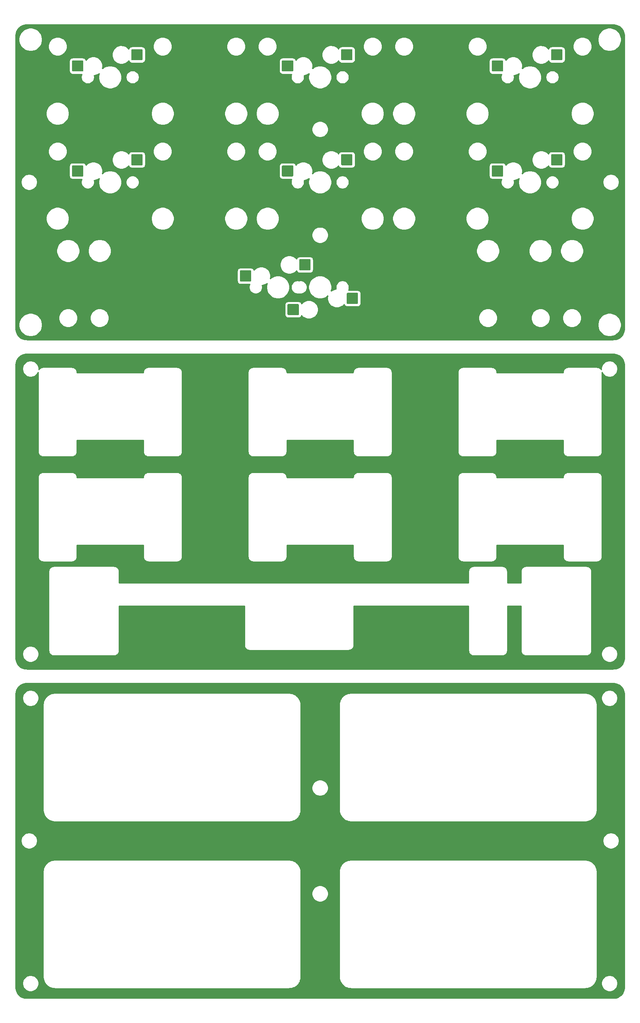
<source format=gbl>
G04 #@! TF.GenerationSoftware,KiCad,Pcbnew,(5.1.10)-1*
G04 #@! TF.CreationDate,2021-07-13T16:41:47+02:00*
G04 #@! TF.ProjectId,stab_tester,73746162-5f74-4657-9374-65722e6b6963,rev?*
G04 #@! TF.SameCoordinates,Original*
G04 #@! TF.FileFunction,Copper,L2,Bot*
G04 #@! TF.FilePolarity,Positive*
%FSLAX46Y46*%
G04 Gerber Fmt 4.6, Leading zero omitted, Abs format (unit mm)*
G04 Created by KiCad (PCBNEW (5.1.10)-1) date 2021-07-13 16:41:47*
%MOMM*%
%LPD*%
G01*
G04 APERTURE LIST*
G04 #@! TA.AperFunction,NonConductor*
%ADD10C,0.254000*%
G04 #@! TD*
G04 #@! TA.AperFunction,NonConductor*
%ADD11C,0.100000*%
G04 #@! TD*
G04 APERTURE END LIST*
G04 #@! TO.P,REF\u002A\u002A,2*
G04 #@! TO.N,N/C*
G04 #@! TA.AperFunction,SMDPad,CuDef*
G36*
G01*
X64378000Y-69514500D02*
X64378000Y-67264500D01*
G75*
G02*
X64503000Y-67139500I125000J0D01*
G01*
X66803000Y-67139500D01*
G75*
G02*
X66928000Y-67264500I0J-125000D01*
G01*
X66928000Y-69514500D01*
G75*
G02*
X66803000Y-69639500I-125000J0D01*
G01*
X64503000Y-69639500D01*
G75*
G02*
X64378000Y-69514500I0J125000D01*
G01*
G37*
G04 #@! TD.AperFunction*
G04 #@! TO.P,REF\u002A\u002A,1*
G04 #@! TA.AperFunction,SMDPad,CuDef*
G36*
G01*
X50928000Y-72054500D02*
X50928000Y-69804500D01*
G75*
G02*
X51053000Y-69679500I125000J0D01*
G01*
X53353000Y-69679500D01*
G75*
G02*
X53478000Y-69804500I0J-125000D01*
G01*
X53478000Y-72054500D01*
G75*
G02*
X53353000Y-72179500I-125000J0D01*
G01*
X51053000Y-72179500D01*
G75*
G02*
X50928000Y-72054500I0J125000D01*
G01*
G37*
G04 #@! TD.AperFunction*
G04 #@! TD*
G04 #@! TO.P,REF\u002A\u002A,2*
G04 #@! TO.N,N/C*
G04 #@! TA.AperFunction,SMDPad,CuDef*
G36*
G01*
X112003000Y-69514500D02*
X112003000Y-67264500D01*
G75*
G02*
X112128000Y-67139500I125000J0D01*
G01*
X114428000Y-67139500D01*
G75*
G02*
X114553000Y-67264500I0J-125000D01*
G01*
X114553000Y-69514500D01*
G75*
G02*
X114428000Y-69639500I-125000J0D01*
G01*
X112128000Y-69639500D01*
G75*
G02*
X112003000Y-69514500I0J125000D01*
G01*
G37*
G04 #@! TD.AperFunction*
G04 #@! TO.P,REF\u002A\u002A,1*
G04 #@! TA.AperFunction,SMDPad,CuDef*
G36*
G01*
X98553000Y-72054500D02*
X98553000Y-69804500D01*
G75*
G02*
X98678000Y-69679500I125000J0D01*
G01*
X100978000Y-69679500D01*
G75*
G02*
X101103000Y-69804500I0J-125000D01*
G01*
X101103000Y-72054500D01*
G75*
G02*
X100978000Y-72179500I-125000J0D01*
G01*
X98678000Y-72179500D01*
G75*
G02*
X98553000Y-72054500I0J125000D01*
G01*
G37*
G04 #@! TD.AperFunction*
G04 #@! TD*
G04 #@! TO.P,REF\u002A\u002A,2*
G04 #@! TO.N,N/C*
G04 #@! TA.AperFunction,SMDPad,CuDef*
G36*
G01*
X159628000Y-69514500D02*
X159628000Y-67264500D01*
G75*
G02*
X159753000Y-67139500I125000J0D01*
G01*
X162053000Y-67139500D01*
G75*
G02*
X162178000Y-67264500I0J-125000D01*
G01*
X162178000Y-69514500D01*
G75*
G02*
X162053000Y-69639500I-125000J0D01*
G01*
X159753000Y-69639500D01*
G75*
G02*
X159628000Y-69514500I0J125000D01*
G01*
G37*
G04 #@! TD.AperFunction*
G04 #@! TO.P,REF\u002A\u002A,1*
G04 #@! TA.AperFunction,SMDPad,CuDef*
G36*
G01*
X146178000Y-72054500D02*
X146178000Y-69804500D01*
G75*
G02*
X146303000Y-69679500I125000J0D01*
G01*
X148603000Y-69679500D01*
G75*
G02*
X148728000Y-69804500I0J-125000D01*
G01*
X148728000Y-72054500D01*
G75*
G02*
X148603000Y-72179500I-125000J0D01*
G01*
X146303000Y-72179500D01*
G75*
G02*
X146178000Y-72054500I0J125000D01*
G01*
G37*
G04 #@! TD.AperFunction*
G04 #@! TD*
G04 #@! TO.P,REF\u002A\u002A,2*
G04 #@! TO.N,N/C*
G04 #@! TA.AperFunction,SMDPad,CuDef*
G36*
G01*
X159628000Y-45702000D02*
X159628000Y-43452000D01*
G75*
G02*
X159753000Y-43327000I125000J0D01*
G01*
X162053000Y-43327000D01*
G75*
G02*
X162178000Y-43452000I0J-125000D01*
G01*
X162178000Y-45702000D01*
G75*
G02*
X162053000Y-45827000I-125000J0D01*
G01*
X159753000Y-45827000D01*
G75*
G02*
X159628000Y-45702000I0J125000D01*
G01*
G37*
G04 #@! TD.AperFunction*
G04 #@! TO.P,REF\u002A\u002A,1*
G04 #@! TA.AperFunction,SMDPad,CuDef*
G36*
G01*
X146178000Y-48242000D02*
X146178000Y-45992000D01*
G75*
G02*
X146303000Y-45867000I125000J0D01*
G01*
X148603000Y-45867000D01*
G75*
G02*
X148728000Y-45992000I0J-125000D01*
G01*
X148728000Y-48242000D01*
G75*
G02*
X148603000Y-48367000I-125000J0D01*
G01*
X146303000Y-48367000D01*
G75*
G02*
X146178000Y-48242000I0J125000D01*
G01*
G37*
G04 #@! TD.AperFunction*
G04 #@! TD*
G04 #@! TO.P,REF\u002A\u002A,2*
G04 #@! TO.N,N/C*
G04 #@! TA.AperFunction,SMDPad,CuDef*
G36*
G01*
X112003000Y-45702000D02*
X112003000Y-43452000D01*
G75*
G02*
X112128000Y-43327000I125000J0D01*
G01*
X114428000Y-43327000D01*
G75*
G02*
X114553000Y-43452000I0J-125000D01*
G01*
X114553000Y-45702000D01*
G75*
G02*
X114428000Y-45827000I-125000J0D01*
G01*
X112128000Y-45827000D01*
G75*
G02*
X112003000Y-45702000I0J125000D01*
G01*
G37*
G04 #@! TD.AperFunction*
G04 #@! TO.P,REF\u002A\u002A,1*
G04 #@! TA.AperFunction,SMDPad,CuDef*
G36*
G01*
X98553000Y-48242000D02*
X98553000Y-45992000D01*
G75*
G02*
X98678000Y-45867000I125000J0D01*
G01*
X100978000Y-45867000D01*
G75*
G02*
X101103000Y-45992000I0J-125000D01*
G01*
X101103000Y-48242000D01*
G75*
G02*
X100978000Y-48367000I-125000J0D01*
G01*
X98678000Y-48367000D01*
G75*
G02*
X98553000Y-48242000I0J125000D01*
G01*
G37*
G04 #@! TD.AperFunction*
G04 #@! TD*
G04 #@! TO.P,REF\u002A\u002A,2*
G04 #@! TO.N,N/C*
G04 #@! TA.AperFunction,SMDPad,CuDef*
G36*
G01*
X64378000Y-45702000D02*
X64378000Y-43452000D01*
G75*
G02*
X64503000Y-43327000I125000J0D01*
G01*
X66803000Y-43327000D01*
G75*
G02*
X66928000Y-43452000I0J-125000D01*
G01*
X66928000Y-45702000D01*
G75*
G02*
X66803000Y-45827000I-125000J0D01*
G01*
X64503000Y-45827000D01*
G75*
G02*
X64378000Y-45702000I0J125000D01*
G01*
G37*
G04 #@! TD.AperFunction*
G04 #@! TO.P,REF\u002A\u002A,1*
G04 #@! TA.AperFunction,SMDPad,CuDef*
G36*
G01*
X50928000Y-48242000D02*
X50928000Y-45992000D01*
G75*
G02*
X51053000Y-45867000I125000J0D01*
G01*
X53353000Y-45867000D01*
G75*
G02*
X53478000Y-45992000I0J-125000D01*
G01*
X53478000Y-48242000D01*
G75*
G02*
X53353000Y-48367000I-125000J0D01*
G01*
X51053000Y-48367000D01*
G75*
G02*
X50928000Y-48242000I0J125000D01*
G01*
G37*
G04 #@! TD.AperFunction*
G04 #@! TD*
G04 #@! TO.P,REF\u002A\u002A,1*
G04 #@! TO.N,N/C*
G04 #@! TA.AperFunction,SMDPad,CuDef*
G36*
G01*
X89028000Y-95867000D02*
X89028000Y-93617000D01*
G75*
G02*
X89153000Y-93492000I125000J0D01*
G01*
X91453000Y-93492000D01*
G75*
G02*
X91578000Y-93617000I0J-125000D01*
G01*
X91578000Y-95867000D01*
G75*
G02*
X91453000Y-95992000I-125000J0D01*
G01*
X89153000Y-95992000D01*
G75*
G02*
X89028000Y-95867000I0J125000D01*
G01*
G37*
G04 #@! TD.AperFunction*
G04 #@! TO.P,REF\u002A\u002A,2*
G04 #@! TA.AperFunction,SMDPad,CuDef*
G36*
G01*
X102478000Y-93327000D02*
X102478000Y-91077000D01*
G75*
G02*
X102603000Y-90952000I125000J0D01*
G01*
X104903000Y-90952000D01*
G75*
G02*
X105028000Y-91077000I0J-125000D01*
G01*
X105028000Y-93327000D01*
G75*
G02*
X104903000Y-93452000I-125000J0D01*
G01*
X102603000Y-93452000D01*
G75*
G02*
X102478000Y-93327000I0J125000D01*
G01*
G37*
G04 #@! TD.AperFunction*
G04 #@! TD*
G04 #@! TO.P,REF\u002A\u002A,1*
G04 #@! TO.N,N/C*
G04 #@! TA.AperFunction,SMDPad,CuDef*
G36*
G01*
X115823000Y-98697000D02*
X115823000Y-100947000D01*
G75*
G02*
X115698000Y-101072000I-125000J0D01*
G01*
X113398000Y-101072000D01*
G75*
G02*
X113273000Y-100947000I0J125000D01*
G01*
X113273000Y-98697000D01*
G75*
G02*
X113398000Y-98572000I125000J0D01*
G01*
X115698000Y-98572000D01*
G75*
G02*
X115823000Y-98697000I0J-125000D01*
G01*
G37*
G04 #@! TD.AperFunction*
G04 #@! TO.P,REF\u002A\u002A,2*
G04 #@! TA.AperFunction,SMDPad,CuDef*
G36*
G01*
X102373000Y-101237000D02*
X102373000Y-103487000D01*
G75*
G02*
X102248000Y-103612000I-125000J0D01*
G01*
X99948000Y-103612000D01*
G75*
G02*
X99823000Y-103487000I0J125000D01*
G01*
X99823000Y-101237000D01*
G75*
G02*
X99948000Y-101112000I125000J0D01*
G01*
X102248000Y-101112000D01*
G75*
G02*
X102373000Y-101237000I0J-125000D01*
G01*
G37*
G04 #@! TD.AperFunction*
G04 #@! TD*
D10*
X173595197Y-187118844D02*
X173604362Y-187119807D01*
X173798595Y-187138852D01*
X173798596Y-187138852D01*
X174316894Y-187189672D01*
X174753499Y-187321491D01*
X175156186Y-187535602D01*
X175509613Y-187823850D01*
X175800328Y-188175263D01*
X176017243Y-188576441D01*
X176152107Y-189012115D01*
X176203001Y-189496346D01*
X176203002Y-256124722D01*
X176155332Y-256610895D01*
X176023513Y-257047502D01*
X175809404Y-257450183D01*
X175521149Y-257803618D01*
X175169743Y-258094327D01*
X174768565Y-258311242D01*
X174332887Y-258446108D01*
X173848665Y-258497002D01*
X40545290Y-258497002D01*
X40059107Y-258449331D01*
X39622500Y-258317511D01*
X39219820Y-258103403D01*
X38866386Y-257815149D01*
X38575678Y-257463744D01*
X38358760Y-257062563D01*
X38223895Y-256626885D01*
X38173002Y-256142666D01*
X38173002Y-254972730D01*
X39642055Y-254972730D01*
X39642055Y-255341274D01*
X39713954Y-255702737D01*
X39854990Y-256043227D01*
X40059742Y-256349661D01*
X40320342Y-256610261D01*
X40626776Y-256815013D01*
X40967266Y-256956049D01*
X41328729Y-257027948D01*
X41697273Y-257027948D01*
X42058736Y-256956049D01*
X42399226Y-256815013D01*
X42705660Y-256610261D01*
X42966260Y-256349661D01*
X43171012Y-256043227D01*
X43312048Y-255702737D01*
X43383947Y-255341274D01*
X43383947Y-254972730D01*
X43312048Y-254611267D01*
X43171012Y-254270777D01*
X42966260Y-253964343D01*
X42705660Y-253703743D01*
X42399226Y-253498991D01*
X42058736Y-253357955D01*
X41697273Y-253286056D01*
X41328729Y-253286056D01*
X40967266Y-253357955D01*
X40626776Y-253498991D01*
X40320342Y-253703743D01*
X40059742Y-253964343D01*
X39854990Y-254270777D01*
X39713954Y-254611267D01*
X39642055Y-254972730D01*
X38173002Y-254972730D01*
X38173002Y-229787083D01*
X44353000Y-229787083D01*
X44353001Y-253689420D01*
X44355852Y-253718365D01*
X44355765Y-253730780D01*
X44356664Y-253739952D01*
X44397464Y-254128144D01*
X44409494Y-254186750D01*
X44420701Y-254245502D01*
X44423365Y-254254324D01*
X44538789Y-254627199D01*
X44561974Y-254682354D01*
X44584378Y-254737807D01*
X44588705Y-254745944D01*
X44774356Y-255089299D01*
X44807801Y-255138883D01*
X44840561Y-255188946D01*
X44846385Y-255196087D01*
X45095192Y-255496843D01*
X45137647Y-255539002D01*
X45179491Y-255581732D01*
X45186591Y-255587606D01*
X45489076Y-255834307D01*
X45538903Y-255867411D01*
X45588258Y-255901206D01*
X45596364Y-255905589D01*
X45941006Y-256088839D01*
X45996310Y-256111633D01*
X46051294Y-256135200D01*
X46060097Y-256137925D01*
X46433769Y-256250743D01*
X46492457Y-256262363D01*
X46550960Y-256274799D01*
X46560125Y-256275762D01*
X46948594Y-256313852D01*
X46948608Y-256313852D01*
X46980581Y-256317001D01*
X100220419Y-256317001D01*
X100249373Y-256314149D01*
X100261781Y-256314236D01*
X100270952Y-256313336D01*
X100659145Y-256272535D01*
X100717708Y-256260514D01*
X100776501Y-256249299D01*
X100785323Y-256246635D01*
X101158198Y-256131211D01*
X101213353Y-256108026D01*
X101268806Y-256085622D01*
X101276943Y-256081295D01*
X101620298Y-255895644D01*
X101669849Y-255862221D01*
X101719946Y-255829439D01*
X101727087Y-255823614D01*
X102027841Y-255574807D01*
X102069981Y-255532372D01*
X102112730Y-255490509D01*
X102118604Y-255483409D01*
X102365305Y-255180924D01*
X102398409Y-255131097D01*
X102432204Y-255081742D01*
X102436587Y-255073636D01*
X102619837Y-254728994D01*
X102642631Y-254673690D01*
X102666198Y-254618706D01*
X102668923Y-254609903D01*
X102781741Y-254236231D01*
X102793361Y-254177543D01*
X102805797Y-254119040D01*
X102806760Y-254109875D01*
X102844850Y-253721406D01*
X102844850Y-253721403D01*
X102848000Y-253689420D01*
X102848000Y-234635229D01*
X105317053Y-234635229D01*
X105317053Y-235003773D01*
X105388952Y-235365236D01*
X105529988Y-235705727D01*
X105734740Y-236012160D01*
X105995341Y-236272761D01*
X106301774Y-236477513D01*
X106642265Y-236618549D01*
X107003728Y-236690448D01*
X107372272Y-236690448D01*
X107733735Y-236618549D01*
X108074226Y-236477513D01*
X108380659Y-236272761D01*
X108641260Y-236012160D01*
X108846012Y-235705727D01*
X108987048Y-235365236D01*
X109058947Y-235003773D01*
X109058947Y-234635229D01*
X108987048Y-234273766D01*
X108846012Y-233933275D01*
X108641260Y-233626842D01*
X108380659Y-233366241D01*
X108074226Y-233161489D01*
X107733735Y-233020453D01*
X107372272Y-232948554D01*
X107003728Y-232948554D01*
X106642265Y-233020453D01*
X106301774Y-233161489D01*
X105995341Y-233366241D01*
X105734740Y-233626842D01*
X105529988Y-233933275D01*
X105388952Y-234273766D01*
X105317053Y-234635229D01*
X102848000Y-234635229D01*
X102848000Y-229787084D01*
X111528000Y-229787084D01*
X111528001Y-253689421D01*
X111530852Y-253718366D01*
X111530765Y-253730781D01*
X111531664Y-253739953D01*
X111572464Y-254128145D01*
X111584494Y-254186751D01*
X111595701Y-254245503D01*
X111598365Y-254254325D01*
X111713789Y-254627200D01*
X111736974Y-254682355D01*
X111759378Y-254737808D01*
X111763705Y-254745945D01*
X111949356Y-255089300D01*
X111982801Y-255138884D01*
X112015561Y-255188947D01*
X112021385Y-255196088D01*
X112270192Y-255496844D01*
X112312647Y-255539003D01*
X112354491Y-255581733D01*
X112361591Y-255587607D01*
X112664076Y-255834308D01*
X112713903Y-255867412D01*
X112763258Y-255901207D01*
X112771364Y-255905590D01*
X113116006Y-256088840D01*
X113171310Y-256111634D01*
X113226294Y-256135201D01*
X113235097Y-256137926D01*
X113608769Y-256250744D01*
X113667457Y-256262364D01*
X113725960Y-256274800D01*
X113735125Y-256275763D01*
X114123594Y-256313853D01*
X114123608Y-256313853D01*
X114155581Y-256317002D01*
X167395419Y-256317002D01*
X167424373Y-256314150D01*
X167436781Y-256314237D01*
X167445952Y-256313337D01*
X167834145Y-256272536D01*
X167892708Y-256260515D01*
X167951501Y-256249300D01*
X167960323Y-256246636D01*
X168333198Y-256131212D01*
X168388353Y-256108027D01*
X168443806Y-256085623D01*
X168451943Y-256081296D01*
X168795298Y-255895645D01*
X168844849Y-255862222D01*
X168894946Y-255829440D01*
X168902087Y-255823615D01*
X169202841Y-255574808D01*
X169244981Y-255532373D01*
X169287730Y-255490510D01*
X169293604Y-255483410D01*
X169540305Y-255180925D01*
X169573409Y-255131098D01*
X169607204Y-255081743D01*
X169611587Y-255073637D01*
X169665240Y-254972730D01*
X170992054Y-254972730D01*
X170992054Y-255341274D01*
X171063953Y-255702737D01*
X171204989Y-256043228D01*
X171409741Y-256349661D01*
X171670342Y-256610262D01*
X171976775Y-256815014D01*
X172317266Y-256956050D01*
X172678729Y-257027949D01*
X173047273Y-257027949D01*
X173408736Y-256956050D01*
X173749227Y-256815014D01*
X174055660Y-256610262D01*
X174316261Y-256349661D01*
X174521013Y-256043228D01*
X174662049Y-255702737D01*
X174733948Y-255341274D01*
X174733948Y-254972730D01*
X174662049Y-254611267D01*
X174521013Y-254270776D01*
X174316261Y-253964343D01*
X174055660Y-253703742D01*
X173749227Y-253498990D01*
X173408736Y-253357954D01*
X173047273Y-253286055D01*
X172678729Y-253286055D01*
X172317266Y-253357954D01*
X171976775Y-253498990D01*
X171670342Y-253703742D01*
X171409741Y-253964343D01*
X171204989Y-254270776D01*
X171063953Y-254611267D01*
X170992054Y-254972730D01*
X169665240Y-254972730D01*
X169794837Y-254728995D01*
X169817631Y-254673691D01*
X169841198Y-254618707D01*
X169843923Y-254609904D01*
X169956741Y-254236232D01*
X169968361Y-254177544D01*
X169980797Y-254119041D01*
X169981760Y-254109876D01*
X170019850Y-253721407D01*
X170019850Y-253721404D01*
X170023000Y-253689421D01*
X170023000Y-229787083D01*
X170020148Y-229758129D01*
X170020235Y-229745721D01*
X170019335Y-229736549D01*
X169978534Y-229348357D01*
X169966514Y-229289801D01*
X169955298Y-229231000D01*
X169952634Y-229222179D01*
X169837210Y-228849304D01*
X169814025Y-228794149D01*
X169791621Y-228738696D01*
X169787294Y-228730560D01*
X169787294Y-228730559D01*
X169787291Y-228730555D01*
X169601643Y-228387204D01*
X169568187Y-228337603D01*
X169535437Y-228287556D01*
X169529613Y-228280415D01*
X169280806Y-227979660D01*
X169238371Y-227937521D01*
X169196508Y-227894771D01*
X169189407Y-227888898D01*
X168886923Y-227642197D01*
X168837107Y-227609100D01*
X168787741Y-227575297D01*
X168779635Y-227570915D01*
X168434993Y-227387665D01*
X168379687Y-227364870D01*
X168324704Y-227341304D01*
X168315901Y-227338579D01*
X167942230Y-227225761D01*
X167883542Y-227214141D01*
X167825039Y-227201705D01*
X167815874Y-227200742D01*
X167427405Y-227162652D01*
X167427402Y-227162652D01*
X167395419Y-227159502D01*
X114155581Y-227159502D01*
X114126627Y-227162354D01*
X114114219Y-227162267D01*
X114105047Y-227163167D01*
X113716855Y-227203968D01*
X113658299Y-227215988D01*
X113599498Y-227227204D01*
X113590677Y-227229868D01*
X113217802Y-227345292D01*
X113162647Y-227368477D01*
X113107194Y-227390881D01*
X113099062Y-227395206D01*
X113099057Y-227395208D01*
X113099053Y-227395211D01*
X112755702Y-227580859D01*
X112706101Y-227614315D01*
X112656054Y-227647065D01*
X112648913Y-227652889D01*
X112348158Y-227901696D01*
X112306019Y-227944131D01*
X112263269Y-227985994D01*
X112257396Y-227993095D01*
X112010695Y-228295579D01*
X111977598Y-228345395D01*
X111943795Y-228394761D01*
X111939413Y-228402867D01*
X111756163Y-228747509D01*
X111733368Y-228802815D01*
X111709802Y-228857798D01*
X111707077Y-228866601D01*
X111594259Y-229240272D01*
X111582639Y-229298960D01*
X111570203Y-229357463D01*
X111569240Y-229366628D01*
X111531150Y-229755097D01*
X111528000Y-229787084D01*
X102848000Y-229787084D01*
X102848000Y-229787082D01*
X102845148Y-229758128D01*
X102845235Y-229745720D01*
X102844335Y-229736548D01*
X102803534Y-229348356D01*
X102791514Y-229289800D01*
X102780298Y-229230999D01*
X102777634Y-229222178D01*
X102662210Y-228849303D01*
X102639025Y-228794148D01*
X102616621Y-228738695D01*
X102612294Y-228730559D01*
X102612294Y-228730558D01*
X102612291Y-228730554D01*
X102426643Y-228387203D01*
X102393187Y-228337602D01*
X102360437Y-228287555D01*
X102354613Y-228280414D01*
X102105806Y-227979659D01*
X102063371Y-227937520D01*
X102021508Y-227894770D01*
X102014407Y-227888897D01*
X101711923Y-227642196D01*
X101662107Y-227609099D01*
X101612741Y-227575296D01*
X101604635Y-227570914D01*
X101259993Y-227387664D01*
X101204687Y-227364869D01*
X101149704Y-227341303D01*
X101140901Y-227338578D01*
X100767230Y-227225760D01*
X100708542Y-227214140D01*
X100650039Y-227201704D01*
X100640874Y-227200741D01*
X100252405Y-227162651D01*
X100252402Y-227162651D01*
X100220419Y-227159501D01*
X46980581Y-227159501D01*
X46951627Y-227162353D01*
X46939219Y-227162266D01*
X46930047Y-227163166D01*
X46541855Y-227203967D01*
X46483299Y-227215987D01*
X46424498Y-227227203D01*
X46415677Y-227229867D01*
X46042802Y-227345291D01*
X45987647Y-227368476D01*
X45932194Y-227390880D01*
X45924062Y-227395205D01*
X45924057Y-227395207D01*
X45924056Y-227395208D01*
X45580702Y-227580858D01*
X45531101Y-227614314D01*
X45481054Y-227647064D01*
X45473913Y-227652888D01*
X45173158Y-227901695D01*
X45131019Y-227944130D01*
X45088269Y-227985993D01*
X45082396Y-227993094D01*
X44835695Y-228295578D01*
X44802598Y-228345394D01*
X44768795Y-228394760D01*
X44764413Y-228402866D01*
X44581163Y-228747508D01*
X44558368Y-228802814D01*
X44534802Y-228857797D01*
X44532077Y-228866600D01*
X44419259Y-229240271D01*
X44407639Y-229298959D01*
X44395203Y-229357462D01*
X44394240Y-229366627D01*
X44356150Y-229755096D01*
X44353000Y-229787083D01*
X38173002Y-229787083D01*
X38173001Y-222635229D01*
X39317053Y-222635229D01*
X39317053Y-223003773D01*
X39388952Y-223365236D01*
X39529988Y-223705727D01*
X39734740Y-224012160D01*
X39995341Y-224272761D01*
X40301774Y-224477513D01*
X40642265Y-224618549D01*
X41003728Y-224690448D01*
X41372272Y-224690448D01*
X41733735Y-224618549D01*
X42074226Y-224477513D01*
X42380659Y-224272761D01*
X42641260Y-224012160D01*
X42846012Y-223705727D01*
X42987048Y-223365236D01*
X43058947Y-223003773D01*
X43058947Y-222635230D01*
X171317053Y-222635230D01*
X171317053Y-223003774D01*
X171388952Y-223365237D01*
X171529988Y-223705728D01*
X171734740Y-224012161D01*
X171995341Y-224272762D01*
X172301774Y-224477514D01*
X172642265Y-224618550D01*
X173003728Y-224690449D01*
X173372272Y-224690449D01*
X173733735Y-224618550D01*
X174074226Y-224477514D01*
X174380659Y-224272762D01*
X174641260Y-224012161D01*
X174846012Y-223705728D01*
X174987048Y-223365237D01*
X175058947Y-223003774D01*
X175058947Y-222635230D01*
X174987048Y-222273767D01*
X174846012Y-221933276D01*
X174641260Y-221626843D01*
X174380659Y-221366242D01*
X174074226Y-221161490D01*
X173733735Y-221020454D01*
X173372272Y-220948555D01*
X173003728Y-220948555D01*
X172642265Y-221020454D01*
X172301774Y-221161490D01*
X171995341Y-221366242D01*
X171734740Y-221626843D01*
X171529988Y-221933276D01*
X171388952Y-222273767D01*
X171317053Y-222635230D01*
X43058947Y-222635230D01*
X43058947Y-222635229D01*
X42987048Y-222273766D01*
X42846012Y-221933275D01*
X42641260Y-221626842D01*
X42380659Y-221366241D01*
X42074226Y-221161489D01*
X41733735Y-221020453D01*
X41372272Y-220948554D01*
X41003728Y-220948554D01*
X40642265Y-221020453D01*
X40301774Y-221161489D01*
X39995341Y-221366241D01*
X39734740Y-221626842D01*
X39529988Y-221933275D01*
X39388952Y-222273766D01*
X39317053Y-222635229D01*
X38173001Y-222635229D01*
X38173001Y-190297729D01*
X39642054Y-190297729D01*
X39642054Y-190666273D01*
X39713953Y-191027736D01*
X39854989Y-191368226D01*
X40059741Y-191674660D01*
X40320341Y-191935260D01*
X40626775Y-192140012D01*
X40967265Y-192281048D01*
X41328728Y-192352947D01*
X41697272Y-192352947D01*
X42058735Y-192281048D01*
X42399225Y-192140012D01*
X42684223Y-191949583D01*
X44353000Y-191949583D01*
X44353001Y-215851920D01*
X44355852Y-215880865D01*
X44355765Y-215893280D01*
X44356664Y-215902452D01*
X44397464Y-216290644D01*
X44409494Y-216349250D01*
X44420701Y-216408002D01*
X44423365Y-216416824D01*
X44538789Y-216789699D01*
X44561974Y-216844854D01*
X44584378Y-216900307D01*
X44588705Y-216908444D01*
X44774356Y-217251799D01*
X44807801Y-217301383D01*
X44840561Y-217351446D01*
X44846385Y-217358587D01*
X45095192Y-217659343D01*
X45137647Y-217701502D01*
X45179491Y-217744232D01*
X45186591Y-217750106D01*
X45489076Y-217996807D01*
X45538903Y-218029911D01*
X45588258Y-218063706D01*
X45596364Y-218068089D01*
X45941006Y-218251339D01*
X45996310Y-218274133D01*
X46051294Y-218297700D01*
X46060097Y-218300425D01*
X46433769Y-218413243D01*
X46492457Y-218424863D01*
X46550960Y-218437299D01*
X46560125Y-218438262D01*
X46948594Y-218476352D01*
X46948608Y-218476352D01*
X46980581Y-218479501D01*
X100220419Y-218479501D01*
X100249373Y-218476649D01*
X100261781Y-218476736D01*
X100270952Y-218475836D01*
X100659145Y-218435035D01*
X100717708Y-218423014D01*
X100776501Y-218411799D01*
X100785323Y-218409135D01*
X101158198Y-218293711D01*
X101213353Y-218270526D01*
X101268806Y-218248122D01*
X101276943Y-218243795D01*
X101620298Y-218058144D01*
X101669849Y-218024721D01*
X101719946Y-217991939D01*
X101727087Y-217986114D01*
X102027841Y-217737307D01*
X102069981Y-217694872D01*
X102112730Y-217653009D01*
X102118604Y-217645909D01*
X102365305Y-217343424D01*
X102398409Y-217293597D01*
X102432204Y-217244242D01*
X102436587Y-217236136D01*
X102619837Y-216891494D01*
X102642631Y-216836190D01*
X102666198Y-216781206D01*
X102668923Y-216772403D01*
X102781741Y-216398731D01*
X102793361Y-216340043D01*
X102805797Y-216281540D01*
X102806760Y-216272375D01*
X102844850Y-215883906D01*
X102844850Y-215883903D01*
X102848000Y-215851920D01*
X102848000Y-210635229D01*
X105317053Y-210635229D01*
X105317053Y-211003773D01*
X105388952Y-211365236D01*
X105529988Y-211705727D01*
X105734740Y-212012160D01*
X105995341Y-212272761D01*
X106301774Y-212477513D01*
X106642265Y-212618549D01*
X107003728Y-212690448D01*
X107372272Y-212690448D01*
X107733735Y-212618549D01*
X108074226Y-212477513D01*
X108380659Y-212272761D01*
X108641260Y-212012160D01*
X108846012Y-211705727D01*
X108987048Y-211365236D01*
X109058947Y-211003773D01*
X109058947Y-210635229D01*
X108987048Y-210273766D01*
X108846012Y-209933275D01*
X108641260Y-209626842D01*
X108380659Y-209366241D01*
X108074226Y-209161489D01*
X107733735Y-209020453D01*
X107372272Y-208948554D01*
X107003728Y-208948554D01*
X106642265Y-209020453D01*
X106301774Y-209161489D01*
X105995341Y-209366241D01*
X105734740Y-209626842D01*
X105529988Y-209933275D01*
X105388952Y-210273766D01*
X105317053Y-210635229D01*
X102848000Y-210635229D01*
X102848000Y-191949583D01*
X111528000Y-191949583D01*
X111528001Y-215851920D01*
X111530852Y-215880865D01*
X111530765Y-215893280D01*
X111531664Y-215902452D01*
X111572464Y-216290644D01*
X111584494Y-216349250D01*
X111595701Y-216408002D01*
X111598365Y-216416824D01*
X111713789Y-216789699D01*
X111736974Y-216844854D01*
X111759378Y-216900307D01*
X111763705Y-216908444D01*
X111949356Y-217251799D01*
X111982801Y-217301383D01*
X112015561Y-217351446D01*
X112021385Y-217358587D01*
X112270192Y-217659343D01*
X112312647Y-217701502D01*
X112354491Y-217744232D01*
X112361591Y-217750106D01*
X112664076Y-217996807D01*
X112713903Y-218029911D01*
X112763258Y-218063706D01*
X112771364Y-218068089D01*
X113116006Y-218251339D01*
X113171310Y-218274133D01*
X113226294Y-218297700D01*
X113235097Y-218300425D01*
X113608769Y-218413243D01*
X113667457Y-218424863D01*
X113725960Y-218437299D01*
X113735125Y-218438262D01*
X114123594Y-218476352D01*
X114123608Y-218476352D01*
X114155581Y-218479501D01*
X167395419Y-218479501D01*
X167424373Y-218476649D01*
X167436781Y-218476736D01*
X167445952Y-218475836D01*
X167834145Y-218435035D01*
X167892708Y-218423014D01*
X167951501Y-218411799D01*
X167960323Y-218409135D01*
X168333198Y-218293711D01*
X168388353Y-218270526D01*
X168443806Y-218248122D01*
X168451943Y-218243795D01*
X168795298Y-218058144D01*
X168844849Y-218024721D01*
X168894946Y-217991939D01*
X168902087Y-217986114D01*
X169202841Y-217737307D01*
X169244981Y-217694872D01*
X169287730Y-217653009D01*
X169293604Y-217645909D01*
X169540305Y-217343424D01*
X169573409Y-217293597D01*
X169607204Y-217244242D01*
X169611587Y-217236136D01*
X169794837Y-216891494D01*
X169817631Y-216836190D01*
X169841198Y-216781206D01*
X169843923Y-216772403D01*
X169956741Y-216398731D01*
X169968361Y-216340043D01*
X169980797Y-216281540D01*
X169981760Y-216272375D01*
X170019850Y-215883906D01*
X170019850Y-215883903D01*
X170023000Y-215851920D01*
X170023000Y-191949582D01*
X170020148Y-191920628D01*
X170020235Y-191908220D01*
X170019335Y-191899048D01*
X169978534Y-191510856D01*
X169966514Y-191452300D01*
X169955298Y-191393499D01*
X169952634Y-191384678D01*
X169837210Y-191011803D01*
X169814025Y-190956648D01*
X169791621Y-190901195D01*
X169787294Y-190893059D01*
X169787294Y-190893058D01*
X169787291Y-190893054D01*
X169601643Y-190549703D01*
X169568187Y-190500102D01*
X169535437Y-190450055D01*
X169529613Y-190442914D01*
X169409506Y-190297729D01*
X170992054Y-190297729D01*
X170992054Y-190666273D01*
X171063953Y-191027736D01*
X171204989Y-191368227D01*
X171409741Y-191674660D01*
X171670342Y-191935261D01*
X171976775Y-192140013D01*
X172317266Y-192281049D01*
X172678729Y-192352948D01*
X173047273Y-192352948D01*
X173408736Y-192281049D01*
X173749227Y-192140013D01*
X174055660Y-191935261D01*
X174316261Y-191674660D01*
X174521013Y-191368227D01*
X174662049Y-191027736D01*
X174733948Y-190666273D01*
X174733948Y-190297729D01*
X174662049Y-189936266D01*
X174521013Y-189595775D01*
X174316261Y-189289342D01*
X174055660Y-189028741D01*
X173749227Y-188823989D01*
X173408736Y-188682953D01*
X173047273Y-188611054D01*
X172678729Y-188611054D01*
X172317266Y-188682953D01*
X171976775Y-188823989D01*
X171670342Y-189028741D01*
X171409741Y-189289342D01*
X171204989Y-189595775D01*
X171063953Y-189936266D01*
X170992054Y-190297729D01*
X169409506Y-190297729D01*
X169280806Y-190142159D01*
X169238371Y-190100020D01*
X169196508Y-190057270D01*
X169189407Y-190051397D01*
X168886923Y-189804696D01*
X168837107Y-189771599D01*
X168787741Y-189737796D01*
X168779635Y-189733414D01*
X168434993Y-189550164D01*
X168379687Y-189527369D01*
X168324704Y-189503803D01*
X168315901Y-189501078D01*
X167942230Y-189388260D01*
X167883542Y-189376640D01*
X167825039Y-189364204D01*
X167815874Y-189363241D01*
X167427405Y-189325151D01*
X167427402Y-189325151D01*
X167395419Y-189322001D01*
X114155581Y-189322001D01*
X114126627Y-189324853D01*
X114114219Y-189324766D01*
X114105047Y-189325666D01*
X113716855Y-189366467D01*
X113658299Y-189378487D01*
X113599498Y-189389703D01*
X113590677Y-189392367D01*
X113217802Y-189507791D01*
X113162647Y-189530976D01*
X113107194Y-189553380D01*
X113099062Y-189557705D01*
X113099057Y-189557707D01*
X113099053Y-189557710D01*
X112755702Y-189743358D01*
X112706101Y-189776814D01*
X112656054Y-189809564D01*
X112648913Y-189815388D01*
X112348158Y-190064195D01*
X112306019Y-190106630D01*
X112263269Y-190148493D01*
X112257396Y-190155594D01*
X112010695Y-190458078D01*
X111977598Y-190507894D01*
X111943795Y-190557260D01*
X111939413Y-190565366D01*
X111756163Y-190910008D01*
X111733368Y-190965314D01*
X111709802Y-191020297D01*
X111707077Y-191029100D01*
X111594259Y-191402771D01*
X111582639Y-191461459D01*
X111570203Y-191519962D01*
X111569240Y-191529127D01*
X111531150Y-191917596D01*
X111528000Y-191949583D01*
X102848000Y-191949583D01*
X102848000Y-191949582D01*
X102845148Y-191920628D01*
X102845235Y-191908220D01*
X102844335Y-191899048D01*
X102803534Y-191510856D01*
X102791514Y-191452300D01*
X102780298Y-191393499D01*
X102777634Y-191384678D01*
X102662210Y-191011803D01*
X102639025Y-190956648D01*
X102616621Y-190901195D01*
X102612294Y-190893059D01*
X102612294Y-190893058D01*
X102612291Y-190893054D01*
X102426643Y-190549703D01*
X102393187Y-190500102D01*
X102360437Y-190450055D01*
X102354613Y-190442914D01*
X102105806Y-190142159D01*
X102063371Y-190100020D01*
X102021508Y-190057270D01*
X102014407Y-190051397D01*
X101711923Y-189804696D01*
X101662107Y-189771599D01*
X101612741Y-189737796D01*
X101604635Y-189733414D01*
X101259993Y-189550164D01*
X101204687Y-189527369D01*
X101149704Y-189503803D01*
X101140901Y-189501078D01*
X100767230Y-189388260D01*
X100708542Y-189376640D01*
X100650039Y-189364204D01*
X100640874Y-189363241D01*
X100252405Y-189325151D01*
X100252402Y-189325151D01*
X100220419Y-189322001D01*
X46980581Y-189322001D01*
X46951627Y-189324853D01*
X46939219Y-189324766D01*
X46930047Y-189325666D01*
X46541855Y-189366467D01*
X46483299Y-189378487D01*
X46424498Y-189389703D01*
X46415677Y-189392367D01*
X46042802Y-189507791D01*
X45987647Y-189530976D01*
X45932194Y-189553380D01*
X45924062Y-189557705D01*
X45924057Y-189557707D01*
X45924053Y-189557710D01*
X45580702Y-189743358D01*
X45531101Y-189776814D01*
X45481054Y-189809564D01*
X45473913Y-189815388D01*
X45173158Y-190064195D01*
X45131019Y-190106630D01*
X45088269Y-190148493D01*
X45082396Y-190155594D01*
X44835695Y-190458078D01*
X44802598Y-190507894D01*
X44768795Y-190557260D01*
X44764413Y-190565366D01*
X44581163Y-190910008D01*
X44558368Y-190965314D01*
X44534802Y-191020297D01*
X44532077Y-191029100D01*
X44419259Y-191402771D01*
X44407639Y-191461459D01*
X44395203Y-191519962D01*
X44394240Y-191529127D01*
X44356150Y-191917596D01*
X44353000Y-191949583D01*
X42684223Y-191949583D01*
X42705659Y-191935260D01*
X42966259Y-191674660D01*
X43171011Y-191368226D01*
X43312047Y-191027736D01*
X43383946Y-190666273D01*
X43383946Y-190297729D01*
X43312047Y-189936266D01*
X43171011Y-189595776D01*
X42966259Y-189289342D01*
X42705659Y-189028742D01*
X42399225Y-188823990D01*
X42058735Y-188682954D01*
X41697272Y-188611055D01*
X41328728Y-188611055D01*
X40967265Y-188682954D01*
X40626775Y-188823990D01*
X40320341Y-189028742D01*
X40059741Y-189289342D01*
X39854989Y-189595776D01*
X39713953Y-189936266D01*
X39642054Y-190297729D01*
X38173001Y-190297729D01*
X38173000Y-189514291D01*
X38220671Y-189028109D01*
X38352490Y-188591504D01*
X38566601Y-188188817D01*
X38854849Y-187835390D01*
X39206262Y-187544675D01*
X39607440Y-187327760D01*
X40043114Y-187192896D01*
X40528198Y-187141912D01*
X40531548Y-187141889D01*
X40561375Y-187138755D01*
X40591368Y-187138755D01*
X40600533Y-187137792D01*
X40794482Y-187116037D01*
X40827577Y-187109002D01*
X173548895Y-187109002D01*
X173595197Y-187118844D01*
G04 #@! TA.AperFunction,NonConductor*
D11*
G36*
X173595197Y-187118844D02*
G01*
X173604362Y-187119807D01*
X173798595Y-187138852D01*
X173798596Y-187138852D01*
X174316894Y-187189672D01*
X174753499Y-187321491D01*
X175156186Y-187535602D01*
X175509613Y-187823850D01*
X175800328Y-188175263D01*
X176017243Y-188576441D01*
X176152107Y-189012115D01*
X176203001Y-189496346D01*
X176203002Y-256124722D01*
X176155332Y-256610895D01*
X176023513Y-257047502D01*
X175809404Y-257450183D01*
X175521149Y-257803618D01*
X175169743Y-258094327D01*
X174768565Y-258311242D01*
X174332887Y-258446108D01*
X173848665Y-258497002D01*
X40545290Y-258497002D01*
X40059107Y-258449331D01*
X39622500Y-258317511D01*
X39219820Y-258103403D01*
X38866386Y-257815149D01*
X38575678Y-257463744D01*
X38358760Y-257062563D01*
X38223895Y-256626885D01*
X38173002Y-256142666D01*
X38173002Y-254972730D01*
X39642055Y-254972730D01*
X39642055Y-255341274D01*
X39713954Y-255702737D01*
X39854990Y-256043227D01*
X40059742Y-256349661D01*
X40320342Y-256610261D01*
X40626776Y-256815013D01*
X40967266Y-256956049D01*
X41328729Y-257027948D01*
X41697273Y-257027948D01*
X42058736Y-256956049D01*
X42399226Y-256815013D01*
X42705660Y-256610261D01*
X42966260Y-256349661D01*
X43171012Y-256043227D01*
X43312048Y-255702737D01*
X43383947Y-255341274D01*
X43383947Y-254972730D01*
X43312048Y-254611267D01*
X43171012Y-254270777D01*
X42966260Y-253964343D01*
X42705660Y-253703743D01*
X42399226Y-253498991D01*
X42058736Y-253357955D01*
X41697273Y-253286056D01*
X41328729Y-253286056D01*
X40967266Y-253357955D01*
X40626776Y-253498991D01*
X40320342Y-253703743D01*
X40059742Y-253964343D01*
X39854990Y-254270777D01*
X39713954Y-254611267D01*
X39642055Y-254972730D01*
X38173002Y-254972730D01*
X38173002Y-229787083D01*
X44353000Y-229787083D01*
X44353001Y-253689420D01*
X44355852Y-253718365D01*
X44355765Y-253730780D01*
X44356664Y-253739952D01*
X44397464Y-254128144D01*
X44409494Y-254186750D01*
X44420701Y-254245502D01*
X44423365Y-254254324D01*
X44538789Y-254627199D01*
X44561974Y-254682354D01*
X44584378Y-254737807D01*
X44588705Y-254745944D01*
X44774356Y-255089299D01*
X44807801Y-255138883D01*
X44840561Y-255188946D01*
X44846385Y-255196087D01*
X45095192Y-255496843D01*
X45137647Y-255539002D01*
X45179491Y-255581732D01*
X45186591Y-255587606D01*
X45489076Y-255834307D01*
X45538903Y-255867411D01*
X45588258Y-255901206D01*
X45596364Y-255905589D01*
X45941006Y-256088839D01*
X45996310Y-256111633D01*
X46051294Y-256135200D01*
X46060097Y-256137925D01*
X46433769Y-256250743D01*
X46492457Y-256262363D01*
X46550960Y-256274799D01*
X46560125Y-256275762D01*
X46948594Y-256313852D01*
X46948608Y-256313852D01*
X46980581Y-256317001D01*
X100220419Y-256317001D01*
X100249373Y-256314149D01*
X100261781Y-256314236D01*
X100270952Y-256313336D01*
X100659145Y-256272535D01*
X100717708Y-256260514D01*
X100776501Y-256249299D01*
X100785323Y-256246635D01*
X101158198Y-256131211D01*
X101213353Y-256108026D01*
X101268806Y-256085622D01*
X101276943Y-256081295D01*
X101620298Y-255895644D01*
X101669849Y-255862221D01*
X101719946Y-255829439D01*
X101727087Y-255823614D01*
X102027841Y-255574807D01*
X102069981Y-255532372D01*
X102112730Y-255490509D01*
X102118604Y-255483409D01*
X102365305Y-255180924D01*
X102398409Y-255131097D01*
X102432204Y-255081742D01*
X102436587Y-255073636D01*
X102619837Y-254728994D01*
X102642631Y-254673690D01*
X102666198Y-254618706D01*
X102668923Y-254609903D01*
X102781741Y-254236231D01*
X102793361Y-254177543D01*
X102805797Y-254119040D01*
X102806760Y-254109875D01*
X102844850Y-253721406D01*
X102844850Y-253721403D01*
X102848000Y-253689420D01*
X102848000Y-234635229D01*
X105317053Y-234635229D01*
X105317053Y-235003773D01*
X105388952Y-235365236D01*
X105529988Y-235705727D01*
X105734740Y-236012160D01*
X105995341Y-236272761D01*
X106301774Y-236477513D01*
X106642265Y-236618549D01*
X107003728Y-236690448D01*
X107372272Y-236690448D01*
X107733735Y-236618549D01*
X108074226Y-236477513D01*
X108380659Y-236272761D01*
X108641260Y-236012160D01*
X108846012Y-235705727D01*
X108987048Y-235365236D01*
X109058947Y-235003773D01*
X109058947Y-234635229D01*
X108987048Y-234273766D01*
X108846012Y-233933275D01*
X108641260Y-233626842D01*
X108380659Y-233366241D01*
X108074226Y-233161489D01*
X107733735Y-233020453D01*
X107372272Y-232948554D01*
X107003728Y-232948554D01*
X106642265Y-233020453D01*
X106301774Y-233161489D01*
X105995341Y-233366241D01*
X105734740Y-233626842D01*
X105529988Y-233933275D01*
X105388952Y-234273766D01*
X105317053Y-234635229D01*
X102848000Y-234635229D01*
X102848000Y-229787084D01*
X111528000Y-229787084D01*
X111528001Y-253689421D01*
X111530852Y-253718366D01*
X111530765Y-253730781D01*
X111531664Y-253739953D01*
X111572464Y-254128145D01*
X111584494Y-254186751D01*
X111595701Y-254245503D01*
X111598365Y-254254325D01*
X111713789Y-254627200D01*
X111736974Y-254682355D01*
X111759378Y-254737808D01*
X111763705Y-254745945D01*
X111949356Y-255089300D01*
X111982801Y-255138884D01*
X112015561Y-255188947D01*
X112021385Y-255196088D01*
X112270192Y-255496844D01*
X112312647Y-255539003D01*
X112354491Y-255581733D01*
X112361591Y-255587607D01*
X112664076Y-255834308D01*
X112713903Y-255867412D01*
X112763258Y-255901207D01*
X112771364Y-255905590D01*
X113116006Y-256088840D01*
X113171310Y-256111634D01*
X113226294Y-256135201D01*
X113235097Y-256137926D01*
X113608769Y-256250744D01*
X113667457Y-256262364D01*
X113725960Y-256274800D01*
X113735125Y-256275763D01*
X114123594Y-256313853D01*
X114123608Y-256313853D01*
X114155581Y-256317002D01*
X167395419Y-256317002D01*
X167424373Y-256314150D01*
X167436781Y-256314237D01*
X167445952Y-256313337D01*
X167834145Y-256272536D01*
X167892708Y-256260515D01*
X167951501Y-256249300D01*
X167960323Y-256246636D01*
X168333198Y-256131212D01*
X168388353Y-256108027D01*
X168443806Y-256085623D01*
X168451943Y-256081296D01*
X168795298Y-255895645D01*
X168844849Y-255862222D01*
X168894946Y-255829440D01*
X168902087Y-255823615D01*
X169202841Y-255574808D01*
X169244981Y-255532373D01*
X169287730Y-255490510D01*
X169293604Y-255483410D01*
X169540305Y-255180925D01*
X169573409Y-255131098D01*
X169607204Y-255081743D01*
X169611587Y-255073637D01*
X169665240Y-254972730D01*
X170992054Y-254972730D01*
X170992054Y-255341274D01*
X171063953Y-255702737D01*
X171204989Y-256043228D01*
X171409741Y-256349661D01*
X171670342Y-256610262D01*
X171976775Y-256815014D01*
X172317266Y-256956050D01*
X172678729Y-257027949D01*
X173047273Y-257027949D01*
X173408736Y-256956050D01*
X173749227Y-256815014D01*
X174055660Y-256610262D01*
X174316261Y-256349661D01*
X174521013Y-256043228D01*
X174662049Y-255702737D01*
X174733948Y-255341274D01*
X174733948Y-254972730D01*
X174662049Y-254611267D01*
X174521013Y-254270776D01*
X174316261Y-253964343D01*
X174055660Y-253703742D01*
X173749227Y-253498990D01*
X173408736Y-253357954D01*
X173047273Y-253286055D01*
X172678729Y-253286055D01*
X172317266Y-253357954D01*
X171976775Y-253498990D01*
X171670342Y-253703742D01*
X171409741Y-253964343D01*
X171204989Y-254270776D01*
X171063953Y-254611267D01*
X170992054Y-254972730D01*
X169665240Y-254972730D01*
X169794837Y-254728995D01*
X169817631Y-254673691D01*
X169841198Y-254618707D01*
X169843923Y-254609904D01*
X169956741Y-254236232D01*
X169968361Y-254177544D01*
X169980797Y-254119041D01*
X169981760Y-254109876D01*
X170019850Y-253721407D01*
X170019850Y-253721404D01*
X170023000Y-253689421D01*
X170023000Y-229787083D01*
X170020148Y-229758129D01*
X170020235Y-229745721D01*
X170019335Y-229736549D01*
X169978534Y-229348357D01*
X169966514Y-229289801D01*
X169955298Y-229231000D01*
X169952634Y-229222179D01*
X169837210Y-228849304D01*
X169814025Y-228794149D01*
X169791621Y-228738696D01*
X169787294Y-228730560D01*
X169787294Y-228730559D01*
X169787291Y-228730555D01*
X169601643Y-228387204D01*
X169568187Y-228337603D01*
X169535437Y-228287556D01*
X169529613Y-228280415D01*
X169280806Y-227979660D01*
X169238371Y-227937521D01*
X169196508Y-227894771D01*
X169189407Y-227888898D01*
X168886923Y-227642197D01*
X168837107Y-227609100D01*
X168787741Y-227575297D01*
X168779635Y-227570915D01*
X168434993Y-227387665D01*
X168379687Y-227364870D01*
X168324704Y-227341304D01*
X168315901Y-227338579D01*
X167942230Y-227225761D01*
X167883542Y-227214141D01*
X167825039Y-227201705D01*
X167815874Y-227200742D01*
X167427405Y-227162652D01*
X167427402Y-227162652D01*
X167395419Y-227159502D01*
X114155581Y-227159502D01*
X114126627Y-227162354D01*
X114114219Y-227162267D01*
X114105047Y-227163167D01*
X113716855Y-227203968D01*
X113658299Y-227215988D01*
X113599498Y-227227204D01*
X113590677Y-227229868D01*
X113217802Y-227345292D01*
X113162647Y-227368477D01*
X113107194Y-227390881D01*
X113099062Y-227395206D01*
X113099057Y-227395208D01*
X113099053Y-227395211D01*
X112755702Y-227580859D01*
X112706101Y-227614315D01*
X112656054Y-227647065D01*
X112648913Y-227652889D01*
X112348158Y-227901696D01*
X112306019Y-227944131D01*
X112263269Y-227985994D01*
X112257396Y-227993095D01*
X112010695Y-228295579D01*
X111977598Y-228345395D01*
X111943795Y-228394761D01*
X111939413Y-228402867D01*
X111756163Y-228747509D01*
X111733368Y-228802815D01*
X111709802Y-228857798D01*
X111707077Y-228866601D01*
X111594259Y-229240272D01*
X111582639Y-229298960D01*
X111570203Y-229357463D01*
X111569240Y-229366628D01*
X111531150Y-229755097D01*
X111528000Y-229787084D01*
X102848000Y-229787084D01*
X102848000Y-229787082D01*
X102845148Y-229758128D01*
X102845235Y-229745720D01*
X102844335Y-229736548D01*
X102803534Y-229348356D01*
X102791514Y-229289800D01*
X102780298Y-229230999D01*
X102777634Y-229222178D01*
X102662210Y-228849303D01*
X102639025Y-228794148D01*
X102616621Y-228738695D01*
X102612294Y-228730559D01*
X102612294Y-228730558D01*
X102612291Y-228730554D01*
X102426643Y-228387203D01*
X102393187Y-228337602D01*
X102360437Y-228287555D01*
X102354613Y-228280414D01*
X102105806Y-227979659D01*
X102063371Y-227937520D01*
X102021508Y-227894770D01*
X102014407Y-227888897D01*
X101711923Y-227642196D01*
X101662107Y-227609099D01*
X101612741Y-227575296D01*
X101604635Y-227570914D01*
X101259993Y-227387664D01*
X101204687Y-227364869D01*
X101149704Y-227341303D01*
X101140901Y-227338578D01*
X100767230Y-227225760D01*
X100708542Y-227214140D01*
X100650039Y-227201704D01*
X100640874Y-227200741D01*
X100252405Y-227162651D01*
X100252402Y-227162651D01*
X100220419Y-227159501D01*
X46980581Y-227159501D01*
X46951627Y-227162353D01*
X46939219Y-227162266D01*
X46930047Y-227163166D01*
X46541855Y-227203967D01*
X46483299Y-227215987D01*
X46424498Y-227227203D01*
X46415677Y-227229867D01*
X46042802Y-227345291D01*
X45987647Y-227368476D01*
X45932194Y-227390880D01*
X45924062Y-227395205D01*
X45924057Y-227395207D01*
X45924056Y-227395208D01*
X45580702Y-227580858D01*
X45531101Y-227614314D01*
X45481054Y-227647064D01*
X45473913Y-227652888D01*
X45173158Y-227901695D01*
X45131019Y-227944130D01*
X45088269Y-227985993D01*
X45082396Y-227993094D01*
X44835695Y-228295578D01*
X44802598Y-228345394D01*
X44768795Y-228394760D01*
X44764413Y-228402866D01*
X44581163Y-228747508D01*
X44558368Y-228802814D01*
X44534802Y-228857797D01*
X44532077Y-228866600D01*
X44419259Y-229240271D01*
X44407639Y-229298959D01*
X44395203Y-229357462D01*
X44394240Y-229366627D01*
X44356150Y-229755096D01*
X44353000Y-229787083D01*
X38173002Y-229787083D01*
X38173001Y-222635229D01*
X39317053Y-222635229D01*
X39317053Y-223003773D01*
X39388952Y-223365236D01*
X39529988Y-223705727D01*
X39734740Y-224012160D01*
X39995341Y-224272761D01*
X40301774Y-224477513D01*
X40642265Y-224618549D01*
X41003728Y-224690448D01*
X41372272Y-224690448D01*
X41733735Y-224618549D01*
X42074226Y-224477513D01*
X42380659Y-224272761D01*
X42641260Y-224012160D01*
X42846012Y-223705727D01*
X42987048Y-223365236D01*
X43058947Y-223003773D01*
X43058947Y-222635230D01*
X171317053Y-222635230D01*
X171317053Y-223003774D01*
X171388952Y-223365237D01*
X171529988Y-223705728D01*
X171734740Y-224012161D01*
X171995341Y-224272762D01*
X172301774Y-224477514D01*
X172642265Y-224618550D01*
X173003728Y-224690449D01*
X173372272Y-224690449D01*
X173733735Y-224618550D01*
X174074226Y-224477514D01*
X174380659Y-224272762D01*
X174641260Y-224012161D01*
X174846012Y-223705728D01*
X174987048Y-223365237D01*
X175058947Y-223003774D01*
X175058947Y-222635230D01*
X174987048Y-222273767D01*
X174846012Y-221933276D01*
X174641260Y-221626843D01*
X174380659Y-221366242D01*
X174074226Y-221161490D01*
X173733735Y-221020454D01*
X173372272Y-220948555D01*
X173003728Y-220948555D01*
X172642265Y-221020454D01*
X172301774Y-221161490D01*
X171995341Y-221366242D01*
X171734740Y-221626843D01*
X171529988Y-221933276D01*
X171388952Y-222273767D01*
X171317053Y-222635230D01*
X43058947Y-222635230D01*
X43058947Y-222635229D01*
X42987048Y-222273766D01*
X42846012Y-221933275D01*
X42641260Y-221626842D01*
X42380659Y-221366241D01*
X42074226Y-221161489D01*
X41733735Y-221020453D01*
X41372272Y-220948554D01*
X41003728Y-220948554D01*
X40642265Y-221020453D01*
X40301774Y-221161489D01*
X39995341Y-221366241D01*
X39734740Y-221626842D01*
X39529988Y-221933275D01*
X39388952Y-222273766D01*
X39317053Y-222635229D01*
X38173001Y-222635229D01*
X38173001Y-190297729D01*
X39642054Y-190297729D01*
X39642054Y-190666273D01*
X39713953Y-191027736D01*
X39854989Y-191368226D01*
X40059741Y-191674660D01*
X40320341Y-191935260D01*
X40626775Y-192140012D01*
X40967265Y-192281048D01*
X41328728Y-192352947D01*
X41697272Y-192352947D01*
X42058735Y-192281048D01*
X42399225Y-192140012D01*
X42684223Y-191949583D01*
X44353000Y-191949583D01*
X44353001Y-215851920D01*
X44355852Y-215880865D01*
X44355765Y-215893280D01*
X44356664Y-215902452D01*
X44397464Y-216290644D01*
X44409494Y-216349250D01*
X44420701Y-216408002D01*
X44423365Y-216416824D01*
X44538789Y-216789699D01*
X44561974Y-216844854D01*
X44584378Y-216900307D01*
X44588705Y-216908444D01*
X44774356Y-217251799D01*
X44807801Y-217301383D01*
X44840561Y-217351446D01*
X44846385Y-217358587D01*
X45095192Y-217659343D01*
X45137647Y-217701502D01*
X45179491Y-217744232D01*
X45186591Y-217750106D01*
X45489076Y-217996807D01*
X45538903Y-218029911D01*
X45588258Y-218063706D01*
X45596364Y-218068089D01*
X45941006Y-218251339D01*
X45996310Y-218274133D01*
X46051294Y-218297700D01*
X46060097Y-218300425D01*
X46433769Y-218413243D01*
X46492457Y-218424863D01*
X46550960Y-218437299D01*
X46560125Y-218438262D01*
X46948594Y-218476352D01*
X46948608Y-218476352D01*
X46980581Y-218479501D01*
X100220419Y-218479501D01*
X100249373Y-218476649D01*
X100261781Y-218476736D01*
X100270952Y-218475836D01*
X100659145Y-218435035D01*
X100717708Y-218423014D01*
X100776501Y-218411799D01*
X100785323Y-218409135D01*
X101158198Y-218293711D01*
X101213353Y-218270526D01*
X101268806Y-218248122D01*
X101276943Y-218243795D01*
X101620298Y-218058144D01*
X101669849Y-218024721D01*
X101719946Y-217991939D01*
X101727087Y-217986114D01*
X102027841Y-217737307D01*
X102069981Y-217694872D01*
X102112730Y-217653009D01*
X102118604Y-217645909D01*
X102365305Y-217343424D01*
X102398409Y-217293597D01*
X102432204Y-217244242D01*
X102436587Y-217236136D01*
X102619837Y-216891494D01*
X102642631Y-216836190D01*
X102666198Y-216781206D01*
X102668923Y-216772403D01*
X102781741Y-216398731D01*
X102793361Y-216340043D01*
X102805797Y-216281540D01*
X102806760Y-216272375D01*
X102844850Y-215883906D01*
X102844850Y-215883903D01*
X102848000Y-215851920D01*
X102848000Y-210635229D01*
X105317053Y-210635229D01*
X105317053Y-211003773D01*
X105388952Y-211365236D01*
X105529988Y-211705727D01*
X105734740Y-212012160D01*
X105995341Y-212272761D01*
X106301774Y-212477513D01*
X106642265Y-212618549D01*
X107003728Y-212690448D01*
X107372272Y-212690448D01*
X107733735Y-212618549D01*
X108074226Y-212477513D01*
X108380659Y-212272761D01*
X108641260Y-212012160D01*
X108846012Y-211705727D01*
X108987048Y-211365236D01*
X109058947Y-211003773D01*
X109058947Y-210635229D01*
X108987048Y-210273766D01*
X108846012Y-209933275D01*
X108641260Y-209626842D01*
X108380659Y-209366241D01*
X108074226Y-209161489D01*
X107733735Y-209020453D01*
X107372272Y-208948554D01*
X107003728Y-208948554D01*
X106642265Y-209020453D01*
X106301774Y-209161489D01*
X105995341Y-209366241D01*
X105734740Y-209626842D01*
X105529988Y-209933275D01*
X105388952Y-210273766D01*
X105317053Y-210635229D01*
X102848000Y-210635229D01*
X102848000Y-191949583D01*
X111528000Y-191949583D01*
X111528001Y-215851920D01*
X111530852Y-215880865D01*
X111530765Y-215893280D01*
X111531664Y-215902452D01*
X111572464Y-216290644D01*
X111584494Y-216349250D01*
X111595701Y-216408002D01*
X111598365Y-216416824D01*
X111713789Y-216789699D01*
X111736974Y-216844854D01*
X111759378Y-216900307D01*
X111763705Y-216908444D01*
X111949356Y-217251799D01*
X111982801Y-217301383D01*
X112015561Y-217351446D01*
X112021385Y-217358587D01*
X112270192Y-217659343D01*
X112312647Y-217701502D01*
X112354491Y-217744232D01*
X112361591Y-217750106D01*
X112664076Y-217996807D01*
X112713903Y-218029911D01*
X112763258Y-218063706D01*
X112771364Y-218068089D01*
X113116006Y-218251339D01*
X113171310Y-218274133D01*
X113226294Y-218297700D01*
X113235097Y-218300425D01*
X113608769Y-218413243D01*
X113667457Y-218424863D01*
X113725960Y-218437299D01*
X113735125Y-218438262D01*
X114123594Y-218476352D01*
X114123608Y-218476352D01*
X114155581Y-218479501D01*
X167395419Y-218479501D01*
X167424373Y-218476649D01*
X167436781Y-218476736D01*
X167445952Y-218475836D01*
X167834145Y-218435035D01*
X167892708Y-218423014D01*
X167951501Y-218411799D01*
X167960323Y-218409135D01*
X168333198Y-218293711D01*
X168388353Y-218270526D01*
X168443806Y-218248122D01*
X168451943Y-218243795D01*
X168795298Y-218058144D01*
X168844849Y-218024721D01*
X168894946Y-217991939D01*
X168902087Y-217986114D01*
X169202841Y-217737307D01*
X169244981Y-217694872D01*
X169287730Y-217653009D01*
X169293604Y-217645909D01*
X169540305Y-217343424D01*
X169573409Y-217293597D01*
X169607204Y-217244242D01*
X169611587Y-217236136D01*
X169794837Y-216891494D01*
X169817631Y-216836190D01*
X169841198Y-216781206D01*
X169843923Y-216772403D01*
X169956741Y-216398731D01*
X169968361Y-216340043D01*
X169980797Y-216281540D01*
X169981760Y-216272375D01*
X170019850Y-215883906D01*
X170019850Y-215883903D01*
X170023000Y-215851920D01*
X170023000Y-191949582D01*
X170020148Y-191920628D01*
X170020235Y-191908220D01*
X170019335Y-191899048D01*
X169978534Y-191510856D01*
X169966514Y-191452300D01*
X169955298Y-191393499D01*
X169952634Y-191384678D01*
X169837210Y-191011803D01*
X169814025Y-190956648D01*
X169791621Y-190901195D01*
X169787294Y-190893059D01*
X169787294Y-190893058D01*
X169787291Y-190893054D01*
X169601643Y-190549703D01*
X169568187Y-190500102D01*
X169535437Y-190450055D01*
X169529613Y-190442914D01*
X169409506Y-190297729D01*
X170992054Y-190297729D01*
X170992054Y-190666273D01*
X171063953Y-191027736D01*
X171204989Y-191368227D01*
X171409741Y-191674660D01*
X171670342Y-191935261D01*
X171976775Y-192140013D01*
X172317266Y-192281049D01*
X172678729Y-192352948D01*
X173047273Y-192352948D01*
X173408736Y-192281049D01*
X173749227Y-192140013D01*
X174055660Y-191935261D01*
X174316261Y-191674660D01*
X174521013Y-191368227D01*
X174662049Y-191027736D01*
X174733948Y-190666273D01*
X174733948Y-190297729D01*
X174662049Y-189936266D01*
X174521013Y-189595775D01*
X174316261Y-189289342D01*
X174055660Y-189028741D01*
X173749227Y-188823989D01*
X173408736Y-188682953D01*
X173047273Y-188611054D01*
X172678729Y-188611054D01*
X172317266Y-188682953D01*
X171976775Y-188823989D01*
X171670342Y-189028741D01*
X171409741Y-189289342D01*
X171204989Y-189595775D01*
X171063953Y-189936266D01*
X170992054Y-190297729D01*
X169409506Y-190297729D01*
X169280806Y-190142159D01*
X169238371Y-190100020D01*
X169196508Y-190057270D01*
X169189407Y-190051397D01*
X168886923Y-189804696D01*
X168837107Y-189771599D01*
X168787741Y-189737796D01*
X168779635Y-189733414D01*
X168434993Y-189550164D01*
X168379687Y-189527369D01*
X168324704Y-189503803D01*
X168315901Y-189501078D01*
X167942230Y-189388260D01*
X167883542Y-189376640D01*
X167825039Y-189364204D01*
X167815874Y-189363241D01*
X167427405Y-189325151D01*
X167427402Y-189325151D01*
X167395419Y-189322001D01*
X114155581Y-189322001D01*
X114126627Y-189324853D01*
X114114219Y-189324766D01*
X114105047Y-189325666D01*
X113716855Y-189366467D01*
X113658299Y-189378487D01*
X113599498Y-189389703D01*
X113590677Y-189392367D01*
X113217802Y-189507791D01*
X113162647Y-189530976D01*
X113107194Y-189553380D01*
X113099062Y-189557705D01*
X113099057Y-189557707D01*
X113099053Y-189557710D01*
X112755702Y-189743358D01*
X112706101Y-189776814D01*
X112656054Y-189809564D01*
X112648913Y-189815388D01*
X112348158Y-190064195D01*
X112306019Y-190106630D01*
X112263269Y-190148493D01*
X112257396Y-190155594D01*
X112010695Y-190458078D01*
X111977598Y-190507894D01*
X111943795Y-190557260D01*
X111939413Y-190565366D01*
X111756163Y-190910008D01*
X111733368Y-190965314D01*
X111709802Y-191020297D01*
X111707077Y-191029100D01*
X111594259Y-191402771D01*
X111582639Y-191461459D01*
X111570203Y-191519962D01*
X111569240Y-191529127D01*
X111531150Y-191917596D01*
X111528000Y-191949583D01*
X102848000Y-191949583D01*
X102848000Y-191949582D01*
X102845148Y-191920628D01*
X102845235Y-191908220D01*
X102844335Y-191899048D01*
X102803534Y-191510856D01*
X102791514Y-191452300D01*
X102780298Y-191393499D01*
X102777634Y-191384678D01*
X102662210Y-191011803D01*
X102639025Y-190956648D01*
X102616621Y-190901195D01*
X102612294Y-190893059D01*
X102612294Y-190893058D01*
X102612291Y-190893054D01*
X102426643Y-190549703D01*
X102393187Y-190500102D01*
X102360437Y-190450055D01*
X102354613Y-190442914D01*
X102105806Y-190142159D01*
X102063371Y-190100020D01*
X102021508Y-190057270D01*
X102014407Y-190051397D01*
X101711923Y-189804696D01*
X101662107Y-189771599D01*
X101612741Y-189737796D01*
X101604635Y-189733414D01*
X101259993Y-189550164D01*
X101204687Y-189527369D01*
X101149704Y-189503803D01*
X101140901Y-189501078D01*
X100767230Y-189388260D01*
X100708542Y-189376640D01*
X100650039Y-189364204D01*
X100640874Y-189363241D01*
X100252405Y-189325151D01*
X100252402Y-189325151D01*
X100220419Y-189322001D01*
X46980581Y-189322001D01*
X46951627Y-189324853D01*
X46939219Y-189324766D01*
X46930047Y-189325666D01*
X46541855Y-189366467D01*
X46483299Y-189378487D01*
X46424498Y-189389703D01*
X46415677Y-189392367D01*
X46042802Y-189507791D01*
X45987647Y-189530976D01*
X45932194Y-189553380D01*
X45924062Y-189557705D01*
X45924057Y-189557707D01*
X45924053Y-189557710D01*
X45580702Y-189743358D01*
X45531101Y-189776814D01*
X45481054Y-189809564D01*
X45473913Y-189815388D01*
X45173158Y-190064195D01*
X45131019Y-190106630D01*
X45088269Y-190148493D01*
X45082396Y-190155594D01*
X44835695Y-190458078D01*
X44802598Y-190507894D01*
X44768795Y-190557260D01*
X44764413Y-190565366D01*
X44581163Y-190910008D01*
X44558368Y-190965314D01*
X44534802Y-191020297D01*
X44532077Y-191029100D01*
X44419259Y-191402771D01*
X44407639Y-191461459D01*
X44395203Y-191519962D01*
X44394240Y-191529127D01*
X44356150Y-191917596D01*
X44353000Y-191949583D01*
X42684223Y-191949583D01*
X42705659Y-191935260D01*
X42966259Y-191674660D01*
X43171011Y-191368226D01*
X43312047Y-191027736D01*
X43383946Y-190666273D01*
X43383946Y-190297729D01*
X43312047Y-189936266D01*
X43171011Y-189595776D01*
X42966259Y-189289342D01*
X42705659Y-189028742D01*
X42399225Y-188823990D01*
X42058735Y-188682954D01*
X41697272Y-188611055D01*
X41328728Y-188611055D01*
X40967265Y-188682954D01*
X40626775Y-188823990D01*
X40320341Y-189028742D01*
X40059741Y-189289342D01*
X39854989Y-189595776D01*
X39713953Y-189936266D01*
X39642054Y-190297729D01*
X38173001Y-190297729D01*
X38173000Y-189514291D01*
X38220671Y-189028109D01*
X38352490Y-188591504D01*
X38566601Y-188188817D01*
X38854849Y-187835390D01*
X39206262Y-187544675D01*
X39607440Y-187327760D01*
X40043114Y-187192896D01*
X40528198Y-187141912D01*
X40531548Y-187141889D01*
X40561375Y-187138755D01*
X40591368Y-187138755D01*
X40600533Y-187137792D01*
X40794482Y-187116037D01*
X40827577Y-187109002D01*
X173548895Y-187109002D01*
X173595197Y-187118844D01*
G37*
G04 #@! TD.AperFunction*
D10*
X173595196Y-112443843D02*
X173604361Y-112444806D01*
X173798482Y-112463840D01*
X173798596Y-112463852D01*
X174316894Y-112514672D01*
X174753499Y-112646491D01*
X175156186Y-112860602D01*
X175509613Y-113148850D01*
X175800328Y-113500263D01*
X176017243Y-113901441D01*
X176152107Y-114337115D01*
X176203001Y-114821346D01*
X176203002Y-181449722D01*
X176155332Y-181935895D01*
X176023513Y-182372502D01*
X175809404Y-182775183D01*
X175521149Y-183128618D01*
X175169743Y-183419327D01*
X174768565Y-183636242D01*
X174332887Y-183771108D01*
X173847812Y-183822092D01*
X173844454Y-183822115D01*
X173814626Y-183825249D01*
X173784634Y-183825249D01*
X173775469Y-183826212D01*
X173581519Y-183847967D01*
X173548424Y-183855002D01*
X40827105Y-183855002D01*
X40780805Y-183845160D01*
X40771640Y-183844197D01*
X40577548Y-183825166D01*
X40577406Y-183825151D01*
X40059107Y-183774331D01*
X39622500Y-183642511D01*
X39219820Y-183428403D01*
X38866386Y-183140149D01*
X38575678Y-182788744D01*
X38358760Y-182387563D01*
X38223895Y-181951885D01*
X38173002Y-181467666D01*
X38173002Y-180297730D01*
X39642055Y-180297730D01*
X39642055Y-180666274D01*
X39713954Y-181027737D01*
X39854990Y-181368227D01*
X40059742Y-181674661D01*
X40320342Y-181935261D01*
X40626776Y-182140013D01*
X40967266Y-182281049D01*
X41328729Y-182352948D01*
X41697273Y-182352948D01*
X42058736Y-182281049D01*
X42399226Y-182140013D01*
X42705660Y-181935261D01*
X42966260Y-181674661D01*
X43171012Y-181368227D01*
X43312048Y-181027737D01*
X43383947Y-180666274D01*
X43383947Y-180297730D01*
X43312048Y-179936267D01*
X43171012Y-179595777D01*
X42966260Y-179289343D01*
X42705660Y-179028743D01*
X42399226Y-178823991D01*
X42058736Y-178682955D01*
X41697273Y-178611056D01*
X41328729Y-178611056D01*
X40967266Y-178682955D01*
X40626776Y-178823991D01*
X40320342Y-179028743D01*
X40059742Y-179289343D01*
X39854990Y-179595777D01*
X39713954Y-179936267D01*
X39642055Y-180297730D01*
X38173002Y-180297730D01*
X38173002Y-161674584D01*
X45628000Y-161674584D01*
X45628001Y-179739420D01*
X45630749Y-179767320D01*
X45630728Y-179770309D01*
X45631627Y-179779480D01*
X45636706Y-179827800D01*
X45637551Y-179836384D01*
X45637638Y-179836670D01*
X45641827Y-179876528D01*
X45653861Y-179935153D01*
X45665064Y-179993885D01*
X45667728Y-180002707D01*
X45696584Y-180095926D01*
X45719767Y-180151076D01*
X45742175Y-180206538D01*
X45746502Y-180214674D01*
X45792914Y-180300512D01*
X45826362Y-180350099D01*
X45859119Y-180400157D01*
X45864943Y-180407298D01*
X45927145Y-180482487D01*
X45969594Y-180524640D01*
X46011439Y-180567372D01*
X46018540Y-180573246D01*
X46094160Y-180634922D01*
X46144025Y-180668053D01*
X46193350Y-180701826D01*
X46201445Y-180706203D01*
X46201448Y-180706205D01*
X46201451Y-180706206D01*
X46201456Y-180706209D01*
X46287617Y-180752021D01*
X46342909Y-180774810D01*
X46397898Y-180798379D01*
X46406701Y-180801104D01*
X46500119Y-180829309D01*
X46558826Y-180840934D01*
X46617316Y-180853366D01*
X46626470Y-180854328D01*
X46626476Y-180854329D01*
X46626481Y-180854329D01*
X46723598Y-180863851D01*
X46723608Y-180863851D01*
X46755581Y-180867000D01*
X60470419Y-180867002D01*
X60498329Y-180864253D01*
X60501309Y-180864274D01*
X60510480Y-180863375D01*
X60558664Y-180858311D01*
X60567383Y-180857452D01*
X60567674Y-180857364D01*
X60607528Y-180853175D01*
X60666142Y-180841143D01*
X60724891Y-180829936D01*
X60733705Y-180827274D01*
X60733707Y-180827274D01*
X60733709Y-180827273D01*
X60733713Y-180827272D01*
X60826932Y-180798415D01*
X60882074Y-180775235D01*
X60937529Y-180752830D01*
X60945666Y-180748504D01*
X61031505Y-180702092D01*
X61081108Y-180668635D01*
X61131158Y-180635883D01*
X61138299Y-180630059D01*
X61213488Y-180567857D01*
X61255649Y-180525401D01*
X61298379Y-180483556D01*
X61304253Y-180476455D01*
X61365928Y-180400833D01*
X61399027Y-180351014D01*
X61432822Y-180301659D01*
X61437205Y-180293553D01*
X61483018Y-180207393D01*
X61505813Y-180152088D01*
X61529381Y-180097102D01*
X61532106Y-180088299D01*
X61560311Y-179994880D01*
X61571937Y-179936165D01*
X61584367Y-179877685D01*
X61585329Y-179868526D01*
X61585330Y-179868523D01*
X61585330Y-179868520D01*
X61594852Y-179771403D01*
X61594852Y-179771394D01*
X61598001Y-179739421D01*
X61598001Y-169617002D01*
X90003000Y-169617002D01*
X90003002Y-178489421D01*
X90005750Y-178517321D01*
X90005729Y-178520310D01*
X90006628Y-178529481D01*
X90011707Y-178577801D01*
X90012552Y-178586385D01*
X90012639Y-178586671D01*
X90016828Y-178626529D01*
X90028864Y-178685164D01*
X90040066Y-178743888D01*
X90042730Y-178752710D01*
X90071586Y-178845928D01*
X90094751Y-178901034D01*
X90117174Y-178956535D01*
X90121501Y-178964671D01*
X90167914Y-179050510D01*
X90201355Y-179100088D01*
X90234120Y-179150158D01*
X90239944Y-179157299D01*
X90302146Y-179232488D01*
X90344581Y-179274627D01*
X90386444Y-179317377D01*
X90393545Y-179323250D01*
X90469165Y-179384925D01*
X90518992Y-179418030D01*
X90568348Y-179451825D01*
X90576454Y-179456208D01*
X90662614Y-179502020D01*
X90717923Y-179524817D01*
X90772898Y-179548379D01*
X90781701Y-179551104D01*
X90875119Y-179579309D01*
X90933826Y-179590934D01*
X90992316Y-179603366D01*
X91001470Y-179604328D01*
X91001476Y-179604329D01*
X91001481Y-179604329D01*
X91096368Y-179613632D01*
X91130581Y-179617002D01*
X113720420Y-179617002D01*
X113748330Y-179614253D01*
X113751309Y-179614274D01*
X113760480Y-179613375D01*
X113808649Y-179608312D01*
X113817384Y-179607452D01*
X113817675Y-179607364D01*
X113857528Y-179603175D01*
X113916153Y-179591141D01*
X113974885Y-179579938D01*
X113983707Y-179577274D01*
X114076926Y-179548418D01*
X114132076Y-179525235D01*
X114187538Y-179502827D01*
X114195667Y-179498504D01*
X114195671Y-179498502D01*
X114195674Y-179498500D01*
X114281512Y-179452088D01*
X114331099Y-179418640D01*
X114381157Y-179385883D01*
X114388298Y-179380059D01*
X114463487Y-179317857D01*
X114505640Y-179275408D01*
X114548372Y-179233563D01*
X114554246Y-179226462D01*
X114615922Y-179150842D01*
X114649053Y-179100977D01*
X114682826Y-179051652D01*
X114687209Y-179043546D01*
X114733021Y-178957385D01*
X114755810Y-178902093D01*
X114779379Y-178847104D01*
X114782104Y-178838301D01*
X114810309Y-178744883D01*
X114821934Y-178686176D01*
X114834366Y-178627686D01*
X114835328Y-178618532D01*
X114835329Y-178618526D01*
X114835329Y-178618521D01*
X114844851Y-178521404D01*
X114848001Y-178489421D01*
X114848001Y-169617001D01*
X140878000Y-169617001D01*
X140878001Y-179739420D01*
X140880749Y-179767320D01*
X140880728Y-179770309D01*
X140881627Y-179779480D01*
X140886706Y-179827800D01*
X140887551Y-179836384D01*
X140887638Y-179836670D01*
X140891827Y-179876528D01*
X140903859Y-179935142D01*
X140915066Y-179993891D01*
X140917730Y-180002713D01*
X140946587Y-180095932D01*
X140969767Y-180151074D01*
X140992172Y-180206529D01*
X140996498Y-180214666D01*
X141042910Y-180300505D01*
X141076367Y-180350108D01*
X141109119Y-180400158D01*
X141114943Y-180407299D01*
X141177145Y-180482488D01*
X141219601Y-180524649D01*
X141261446Y-180567379D01*
X141268547Y-180573253D01*
X141344169Y-180634928D01*
X141393988Y-180668027D01*
X141443343Y-180701822D01*
X141451449Y-180706205D01*
X141537609Y-180752018D01*
X141592914Y-180774813D01*
X141647900Y-180798381D01*
X141656703Y-180801106D01*
X141750122Y-180829311D01*
X141808837Y-180840937D01*
X141867317Y-180853367D01*
X141876476Y-180854329D01*
X141876479Y-180854330D01*
X141876482Y-180854330D01*
X141973401Y-180863833D01*
X142005581Y-180867002D01*
X148570419Y-180867002D01*
X148598329Y-180864253D01*
X148601308Y-180864274D01*
X148610479Y-180863375D01*
X148658648Y-180858312D01*
X148667383Y-180857452D01*
X148667674Y-180857364D01*
X148707527Y-180853175D01*
X148766141Y-180841143D01*
X148824890Y-180829936D01*
X148833704Y-180827274D01*
X148833706Y-180827274D01*
X148833708Y-180827273D01*
X148833712Y-180827272D01*
X148926931Y-180798415D01*
X148982073Y-180775235D01*
X149037528Y-180752830D01*
X149045665Y-180748504D01*
X149131504Y-180702092D01*
X149181107Y-180668635D01*
X149231157Y-180635883D01*
X149238298Y-180630059D01*
X149313487Y-180567857D01*
X149355648Y-180525401D01*
X149398378Y-180483556D01*
X149404252Y-180476455D01*
X149465927Y-180400833D01*
X149499026Y-180351014D01*
X149532821Y-180301659D01*
X149537204Y-180293553D01*
X149583017Y-180207393D01*
X149605812Y-180152088D01*
X149629380Y-180097102D01*
X149632105Y-180088299D01*
X149660310Y-179994880D01*
X149671936Y-179936165D01*
X149684366Y-179877685D01*
X149685328Y-179868526D01*
X149685329Y-179868523D01*
X149685329Y-179868520D01*
X149694851Y-179771403D01*
X149694851Y-179771394D01*
X149698000Y-179739421D01*
X149698000Y-169617001D01*
X152778000Y-169617001D01*
X152778001Y-179739421D01*
X152780749Y-179767321D01*
X152780728Y-179770316D01*
X152781628Y-179779487D01*
X152786693Y-179827678D01*
X152787551Y-179836385D01*
X152787639Y-179836676D01*
X152791829Y-179876536D01*
X152803860Y-179935145D01*
X152815065Y-179993886D01*
X152817729Y-180002708D01*
X152846585Y-180095927D01*
X152869768Y-180151077D01*
X152892176Y-180206539D01*
X152896503Y-180214675D01*
X152942915Y-180300513D01*
X152976363Y-180350100D01*
X153009120Y-180400158D01*
X153014944Y-180407299D01*
X153077146Y-180482488D01*
X153119581Y-180524627D01*
X153161444Y-180567377D01*
X153168545Y-180573250D01*
X153244165Y-180634925D01*
X153294005Y-180668038D01*
X153343351Y-180701826D01*
X153351457Y-180706209D01*
X153437618Y-180752021D01*
X153492910Y-180774810D01*
X153547899Y-180798379D01*
X153556702Y-180801104D01*
X153650120Y-180829309D01*
X153708827Y-180840934D01*
X153767317Y-180853366D01*
X153776471Y-180854328D01*
X153776477Y-180854329D01*
X153776482Y-180854329D01*
X153871369Y-180863632D01*
X153905582Y-180867002D01*
X167658419Y-180867000D01*
X167686319Y-180864252D01*
X167689308Y-180864273D01*
X167698479Y-180863374D01*
X167746799Y-180858295D01*
X167755383Y-180857450D01*
X167755669Y-180857363D01*
X167795527Y-180853174D01*
X167854152Y-180841140D01*
X167912884Y-180829937D01*
X167921706Y-180827273D01*
X168014925Y-180798417D01*
X168070075Y-180775234D01*
X168125537Y-180752826D01*
X168133666Y-180748503D01*
X168133670Y-180748501D01*
X168133673Y-180748499D01*
X168219511Y-180702087D01*
X168269098Y-180668639D01*
X168319156Y-180635882D01*
X168326297Y-180630058D01*
X168401486Y-180567856D01*
X168443639Y-180525407D01*
X168486371Y-180483562D01*
X168492245Y-180476461D01*
X168553921Y-180400841D01*
X168587052Y-180350976D01*
X168620825Y-180301651D01*
X168622945Y-180297730D01*
X170992054Y-180297730D01*
X170992054Y-180666274D01*
X171063953Y-181027737D01*
X171204989Y-181368228D01*
X171409741Y-181674661D01*
X171670342Y-181935262D01*
X171976775Y-182140014D01*
X172317266Y-182281050D01*
X172678729Y-182352949D01*
X173047273Y-182352949D01*
X173408736Y-182281050D01*
X173749227Y-182140014D01*
X174055660Y-181935262D01*
X174316261Y-181674661D01*
X174521013Y-181368228D01*
X174662049Y-181027737D01*
X174733948Y-180666274D01*
X174733948Y-180297730D01*
X174662049Y-179936267D01*
X174521013Y-179595776D01*
X174316261Y-179289343D01*
X174055660Y-179028742D01*
X173749227Y-178823990D01*
X173408736Y-178682954D01*
X173047273Y-178611055D01*
X172678729Y-178611055D01*
X172317266Y-178682954D01*
X171976775Y-178823990D01*
X171670342Y-179028742D01*
X171409741Y-179289343D01*
X171204989Y-179595776D01*
X171063953Y-179936267D01*
X170992054Y-180297730D01*
X168622945Y-180297730D01*
X168625208Y-180293545D01*
X168671020Y-180207384D01*
X168693809Y-180152092D01*
X168717378Y-180097103D01*
X168720103Y-180088300D01*
X168748308Y-179994882D01*
X168759933Y-179936175D01*
X168772365Y-179877685D01*
X168773327Y-179868531D01*
X168773328Y-179868525D01*
X168773328Y-179868520D01*
X168782850Y-179771403D01*
X168786000Y-179739420D01*
X168786000Y-161674583D01*
X168783251Y-161646673D01*
X168783272Y-161643695D01*
X168782373Y-161634524D01*
X168777311Y-161586362D01*
X168776450Y-161577619D01*
X168776362Y-161577327D01*
X168772173Y-161537475D01*
X168760140Y-161478856D01*
X168748936Y-161420118D01*
X168746272Y-161411296D01*
X168717416Y-161318077D01*
X168694238Y-161262939D01*
X168671825Y-161207465D01*
X168667498Y-161199329D01*
X168621085Y-161113491D01*
X168587645Y-161063915D01*
X168554881Y-161013846D01*
X168549057Y-161006705D01*
X168486855Y-160931516D01*
X168444406Y-160889363D01*
X168402561Y-160846631D01*
X168395460Y-160840757D01*
X168319839Y-160779081D01*
X168270034Y-160745990D01*
X168220650Y-160712176D01*
X168212544Y-160707794D01*
X168126383Y-160661982D01*
X168071091Y-160639193D01*
X168016102Y-160615624D01*
X168007299Y-160612899D01*
X167913881Y-160584694D01*
X167855174Y-160573069D01*
X167796684Y-160560637D01*
X167787530Y-160559675D01*
X167787524Y-160559674D01*
X167787519Y-160559674D01*
X167690402Y-160550152D01*
X167658419Y-160547002D01*
X153905581Y-160547002D01*
X153877671Y-160549751D01*
X153874693Y-160549730D01*
X153865522Y-160550629D01*
X153817360Y-160555691D01*
X153808617Y-160556552D01*
X153808325Y-160556640D01*
X153768473Y-160560829D01*
X153709854Y-160572862D01*
X153651116Y-160584066D01*
X153642294Y-160586730D01*
X153549075Y-160615586D01*
X153493937Y-160638764D01*
X153438463Y-160661177D01*
X153430334Y-160665500D01*
X153430330Y-160665502D01*
X153430329Y-160665503D01*
X153430327Y-160665504D01*
X153344489Y-160711917D01*
X153294913Y-160745357D01*
X153244844Y-160778121D01*
X153237703Y-160783945D01*
X153162514Y-160846147D01*
X153120361Y-160888596D01*
X153077629Y-160930441D01*
X153071755Y-160937542D01*
X153010079Y-161013163D01*
X152976988Y-161062968D01*
X152943174Y-161112352D01*
X152938792Y-161120458D01*
X152892980Y-161206619D01*
X152870191Y-161261911D01*
X152846622Y-161316900D01*
X152843897Y-161325703D01*
X152815692Y-161419121D01*
X152804067Y-161477828D01*
X152791635Y-161536318D01*
X152790673Y-161545472D01*
X152790672Y-161545478D01*
X152790672Y-161545483D01*
X152781150Y-161642599D01*
X152778000Y-161674584D01*
X152778001Y-164297001D01*
X149698000Y-164297001D01*
X149698000Y-161674583D01*
X149695251Y-161646673D01*
X149695272Y-161643695D01*
X149694373Y-161634524D01*
X149689311Y-161586362D01*
X149688450Y-161577619D01*
X149688362Y-161577327D01*
X149684173Y-161537475D01*
X149672140Y-161478856D01*
X149660936Y-161420118D01*
X149658272Y-161411296D01*
X149629416Y-161318077D01*
X149606238Y-161262939D01*
X149583825Y-161207465D01*
X149579498Y-161199329D01*
X149533085Y-161113491D01*
X149499645Y-161063915D01*
X149466881Y-161013846D01*
X149461057Y-161006705D01*
X149398855Y-160931516D01*
X149356406Y-160889363D01*
X149314561Y-160846631D01*
X149307460Y-160840757D01*
X149231839Y-160779081D01*
X149182034Y-160745990D01*
X149132650Y-160712176D01*
X149124544Y-160707794D01*
X149038383Y-160661982D01*
X148983091Y-160639193D01*
X148928102Y-160615624D01*
X148919299Y-160612899D01*
X148825881Y-160584694D01*
X148767174Y-160573069D01*
X148708684Y-160560637D01*
X148699530Y-160559675D01*
X148699524Y-160559674D01*
X148699519Y-160559674D01*
X148602402Y-160550152D01*
X148570419Y-160547002D01*
X142005581Y-160547002D01*
X141977671Y-160549751D01*
X141974693Y-160549730D01*
X141965522Y-160550629D01*
X141917360Y-160555691D01*
X141908617Y-160556552D01*
X141908325Y-160556640D01*
X141868473Y-160560829D01*
X141809854Y-160572862D01*
X141751116Y-160584066D01*
X141742294Y-160586730D01*
X141649075Y-160615586D01*
X141593937Y-160638764D01*
X141538463Y-160661177D01*
X141530334Y-160665500D01*
X141530330Y-160665502D01*
X141530329Y-160665503D01*
X141530327Y-160665504D01*
X141444489Y-160711917D01*
X141394913Y-160745357D01*
X141344844Y-160778121D01*
X141337703Y-160783945D01*
X141262514Y-160846147D01*
X141220361Y-160888596D01*
X141177629Y-160930441D01*
X141171755Y-160937542D01*
X141110079Y-161013163D01*
X141076988Y-161062968D01*
X141043174Y-161112352D01*
X141038792Y-161120458D01*
X140992980Y-161206619D01*
X140970191Y-161261911D01*
X140946622Y-161316900D01*
X140943897Y-161325703D01*
X140915692Y-161419121D01*
X140904067Y-161477828D01*
X140891635Y-161536318D01*
X140890673Y-161545472D01*
X140890672Y-161545478D01*
X140890672Y-161545483D01*
X140881150Y-161642599D01*
X140878000Y-161674584D01*
X140878001Y-164297001D01*
X61598001Y-164297003D01*
X61598001Y-161674583D01*
X61595252Y-161646673D01*
X61595273Y-161643695D01*
X61594374Y-161634524D01*
X61589312Y-161586362D01*
X61588451Y-161577619D01*
X61588363Y-161577327D01*
X61584174Y-161537475D01*
X61572141Y-161478856D01*
X61560937Y-161420118D01*
X61558273Y-161411296D01*
X61529417Y-161318077D01*
X61506239Y-161262939D01*
X61483826Y-161207465D01*
X61479499Y-161199329D01*
X61433086Y-161113491D01*
X61399646Y-161063915D01*
X61366882Y-161013846D01*
X61361058Y-161006705D01*
X61298856Y-160931516D01*
X61256407Y-160889363D01*
X61214562Y-160846631D01*
X61207461Y-160840757D01*
X61131840Y-160779081D01*
X61082035Y-160745990D01*
X61032651Y-160712176D01*
X61024545Y-160707794D01*
X60938384Y-160661982D01*
X60883092Y-160639193D01*
X60828103Y-160615624D01*
X60819300Y-160612899D01*
X60725882Y-160584694D01*
X60667175Y-160573069D01*
X60608685Y-160560637D01*
X60599531Y-160559675D01*
X60599525Y-160559674D01*
X60599520Y-160559674D01*
X60502403Y-160550152D01*
X60470420Y-160547002D01*
X46755581Y-160547002D01*
X46727671Y-160549751D01*
X46724693Y-160549730D01*
X46715522Y-160550629D01*
X46667360Y-160555691D01*
X46658617Y-160556552D01*
X46658325Y-160556640D01*
X46618473Y-160560829D01*
X46559844Y-160572864D01*
X46501114Y-160584067D01*
X46492298Y-160586729D01*
X46492294Y-160586730D01*
X46492291Y-160586731D01*
X46492292Y-160586731D01*
X46399074Y-160615587D01*
X46343935Y-160638766D01*
X46288467Y-160661176D01*
X46280331Y-160665502D01*
X46194492Y-160711915D01*
X46144914Y-160745356D01*
X46094844Y-160778121D01*
X46087703Y-160783945D01*
X46012514Y-160846147D01*
X45970375Y-160888582D01*
X45927625Y-160930445D01*
X45921751Y-160937546D01*
X45860077Y-161013167D01*
X45826984Y-161062975D01*
X45793177Y-161112349D01*
X45788794Y-161120455D01*
X45742982Y-161206615D01*
X45720185Y-161261924D01*
X45696623Y-161316899D01*
X45693898Y-161325702D01*
X45665693Y-161419120D01*
X45654068Y-161477827D01*
X45641636Y-161536317D01*
X45640674Y-161545471D01*
X45640673Y-161545477D01*
X45640673Y-161545482D01*
X45631326Y-161640813D01*
X45628000Y-161674584D01*
X38173002Y-161674584D01*
X38173002Y-140362084D01*
X43215001Y-140362084D01*
X43215002Y-158426921D01*
X43217750Y-158454821D01*
X43217729Y-158457810D01*
X43218628Y-158466981D01*
X43223707Y-158515301D01*
X43224552Y-158523885D01*
X43224639Y-158524171D01*
X43228828Y-158564029D01*
X43240862Y-158622654D01*
X43252065Y-158681386D01*
X43254729Y-158690208D01*
X43283585Y-158783427D01*
X43306768Y-158838577D01*
X43329176Y-158894039D01*
X43333503Y-158902175D01*
X43379915Y-158988013D01*
X43413363Y-159037600D01*
X43446120Y-159087658D01*
X43451944Y-159094799D01*
X43514146Y-159169988D01*
X43556595Y-159212141D01*
X43598440Y-159254873D01*
X43605541Y-159260747D01*
X43681161Y-159322423D01*
X43731026Y-159355554D01*
X43780351Y-159389327D01*
X43788446Y-159393704D01*
X43788449Y-159393706D01*
X43788452Y-159393707D01*
X43788457Y-159393710D01*
X43874618Y-159439522D01*
X43929910Y-159462311D01*
X43984899Y-159485880D01*
X43993702Y-159488605D01*
X44087120Y-159516810D01*
X44145827Y-159528435D01*
X44204317Y-159540867D01*
X44213471Y-159541829D01*
X44213477Y-159541830D01*
X44213482Y-159541830D01*
X44310599Y-159551352D01*
X44342582Y-159554502D01*
X50907421Y-159554502D01*
X50935331Y-159551753D01*
X50938310Y-159551774D01*
X50947481Y-159550875D01*
X50995650Y-159545812D01*
X51004385Y-159544952D01*
X51004676Y-159544864D01*
X51044529Y-159540675D01*
X51103154Y-159528641D01*
X51161886Y-159517438D01*
X51170708Y-159514774D01*
X51263927Y-159485918D01*
X51319077Y-159462735D01*
X51374539Y-159440327D01*
X51382668Y-159436004D01*
X51382672Y-159436002D01*
X51382675Y-159436000D01*
X51468513Y-159389588D01*
X51518100Y-159356140D01*
X51568158Y-159323383D01*
X51575299Y-159317559D01*
X51650488Y-159255357D01*
X51692641Y-159212908D01*
X51735373Y-159171063D01*
X51741247Y-159163962D01*
X51802923Y-159088342D01*
X51836054Y-159038477D01*
X51869827Y-158989152D01*
X51874210Y-158981046D01*
X51920022Y-158894885D01*
X51942811Y-158839593D01*
X51966380Y-158784604D01*
X51969105Y-158775801D01*
X51997310Y-158682383D01*
X52008935Y-158623676D01*
X52021367Y-158565186D01*
X52022329Y-158556032D01*
X52022330Y-158556026D01*
X52022330Y-158556021D01*
X52031852Y-158458904D01*
X52031852Y-158458884D01*
X52035000Y-158426921D01*
X52035002Y-155804502D01*
X67091002Y-155804502D01*
X67091003Y-158426921D01*
X67093751Y-158454821D01*
X67093730Y-158457810D01*
X67094629Y-158466981D01*
X67099708Y-158515301D01*
X67100553Y-158523885D01*
X67100640Y-158524171D01*
X67104829Y-158564029D01*
X67116863Y-158622654D01*
X67128066Y-158681386D01*
X67130730Y-158690208D01*
X67159586Y-158783427D01*
X67182769Y-158838577D01*
X67205177Y-158894039D01*
X67209504Y-158902175D01*
X67255916Y-158988013D01*
X67289364Y-159037600D01*
X67322121Y-159087658D01*
X67327945Y-159094799D01*
X67390147Y-159169988D01*
X67432596Y-159212141D01*
X67474441Y-159254873D01*
X67481542Y-159260747D01*
X67557162Y-159322423D01*
X67607027Y-159355554D01*
X67656352Y-159389327D01*
X67664447Y-159393704D01*
X67664450Y-159393706D01*
X67664453Y-159393707D01*
X67664458Y-159393710D01*
X67750619Y-159439522D01*
X67805911Y-159462311D01*
X67860900Y-159485880D01*
X67869703Y-159488605D01*
X67963121Y-159516810D01*
X68021828Y-159528435D01*
X68080318Y-159540867D01*
X68089472Y-159541829D01*
X68089478Y-159541830D01*
X68089483Y-159541830D01*
X68186600Y-159551352D01*
X68218583Y-159554502D01*
X74783421Y-159554502D01*
X74811331Y-159551753D01*
X74814310Y-159551774D01*
X74823481Y-159550875D01*
X74871650Y-159545812D01*
X74880385Y-159544952D01*
X74880676Y-159544864D01*
X74920529Y-159540675D01*
X74979154Y-159528641D01*
X75037886Y-159517438D01*
X75046708Y-159514774D01*
X75139927Y-159485918D01*
X75195077Y-159462735D01*
X75250539Y-159440327D01*
X75258668Y-159436004D01*
X75258672Y-159436002D01*
X75258675Y-159436000D01*
X75344513Y-159389588D01*
X75394100Y-159356140D01*
X75444158Y-159323383D01*
X75451299Y-159317559D01*
X75526488Y-159255357D01*
X75568641Y-159212908D01*
X75611373Y-159171063D01*
X75617247Y-159163962D01*
X75678923Y-159088342D01*
X75712054Y-159038477D01*
X75745827Y-158989152D01*
X75750210Y-158981046D01*
X75796022Y-158894885D01*
X75818811Y-158839593D01*
X75842380Y-158784604D01*
X75845105Y-158775801D01*
X75873310Y-158682383D01*
X75884935Y-158623676D01*
X75897367Y-158565186D01*
X75898329Y-158556032D01*
X75898330Y-158556026D01*
X75898330Y-158556021D01*
X75907852Y-158458904D01*
X75911002Y-158426921D01*
X75911002Y-140362084D01*
X90840002Y-140362084D01*
X90840003Y-158426921D01*
X90842751Y-158454821D01*
X90842730Y-158457810D01*
X90843629Y-158466981D01*
X90848708Y-158515301D01*
X90849553Y-158523885D01*
X90849640Y-158524171D01*
X90853829Y-158564029D01*
X90865863Y-158622654D01*
X90877066Y-158681386D01*
X90879730Y-158690208D01*
X90908586Y-158783427D01*
X90931769Y-158838577D01*
X90954177Y-158894039D01*
X90958504Y-158902175D01*
X91004916Y-158988013D01*
X91038364Y-159037600D01*
X91071121Y-159087658D01*
X91076945Y-159094799D01*
X91139147Y-159169988D01*
X91181596Y-159212141D01*
X91223441Y-159254873D01*
X91230542Y-159260747D01*
X91306162Y-159322423D01*
X91356027Y-159355554D01*
X91405352Y-159389327D01*
X91413447Y-159393704D01*
X91413450Y-159393706D01*
X91413453Y-159393707D01*
X91413458Y-159393710D01*
X91499619Y-159439522D01*
X91554911Y-159462311D01*
X91609900Y-159485880D01*
X91618703Y-159488605D01*
X91712121Y-159516810D01*
X91770828Y-159528435D01*
X91829318Y-159540867D01*
X91838472Y-159541829D01*
X91838478Y-159541830D01*
X91838483Y-159541830D01*
X91935600Y-159551352D01*
X91967583Y-159554502D01*
X98532422Y-159554502D01*
X98560332Y-159551753D01*
X98563311Y-159551774D01*
X98572482Y-159550875D01*
X98620651Y-159545812D01*
X98629386Y-159544952D01*
X98629677Y-159544864D01*
X98669530Y-159540675D01*
X98728155Y-159528641D01*
X98786887Y-159517438D01*
X98795709Y-159514774D01*
X98888928Y-159485918D01*
X98944078Y-159462735D01*
X98999540Y-159440327D01*
X99007669Y-159436004D01*
X99007673Y-159436002D01*
X99007676Y-159436000D01*
X99093514Y-159389588D01*
X99143101Y-159356140D01*
X99193159Y-159323383D01*
X99200300Y-159317559D01*
X99275489Y-159255357D01*
X99317642Y-159212908D01*
X99360374Y-159171063D01*
X99366248Y-159163962D01*
X99427924Y-159088342D01*
X99461055Y-159038477D01*
X99494828Y-158989152D01*
X99499211Y-158981046D01*
X99545023Y-158894885D01*
X99567812Y-158839593D01*
X99591381Y-158784604D01*
X99594106Y-158775801D01*
X99622311Y-158682383D01*
X99633936Y-158623676D01*
X99646368Y-158565186D01*
X99647330Y-158556032D01*
X99647331Y-158556026D01*
X99647331Y-158556021D01*
X99656853Y-158458904D01*
X99656853Y-158458884D01*
X99660001Y-158426921D01*
X99660003Y-155804502D01*
X114716003Y-155804502D01*
X114716004Y-158426921D01*
X114718752Y-158454821D01*
X114718731Y-158457810D01*
X114719630Y-158466981D01*
X114724709Y-158515301D01*
X114725554Y-158523885D01*
X114725641Y-158524171D01*
X114729830Y-158564029D01*
X114741864Y-158622654D01*
X114753067Y-158681386D01*
X114755731Y-158690208D01*
X114784587Y-158783427D01*
X114807770Y-158838577D01*
X114830178Y-158894039D01*
X114834505Y-158902175D01*
X114880917Y-158988013D01*
X114914365Y-159037600D01*
X114947122Y-159087658D01*
X114952946Y-159094799D01*
X115015148Y-159169988D01*
X115057597Y-159212141D01*
X115099442Y-159254873D01*
X115106543Y-159260747D01*
X115182163Y-159322423D01*
X115232028Y-159355554D01*
X115281353Y-159389327D01*
X115289448Y-159393704D01*
X115289451Y-159393706D01*
X115289454Y-159393707D01*
X115289459Y-159393710D01*
X115375620Y-159439522D01*
X115430912Y-159462311D01*
X115485901Y-159485880D01*
X115494704Y-159488605D01*
X115588122Y-159516810D01*
X115646829Y-159528435D01*
X115705319Y-159540867D01*
X115714473Y-159541829D01*
X115714479Y-159541830D01*
X115714484Y-159541830D01*
X115811601Y-159551352D01*
X115843584Y-159554502D01*
X122408422Y-159554502D01*
X122436332Y-159551753D01*
X122439311Y-159551774D01*
X122448482Y-159550875D01*
X122496651Y-159545812D01*
X122505386Y-159544952D01*
X122505677Y-159544864D01*
X122545530Y-159540675D01*
X122604155Y-159528641D01*
X122662887Y-159517438D01*
X122671709Y-159514774D01*
X122764928Y-159485918D01*
X122820078Y-159462735D01*
X122875540Y-159440327D01*
X122883669Y-159436004D01*
X122883673Y-159436002D01*
X122883676Y-159436000D01*
X122969514Y-159389588D01*
X123019101Y-159356140D01*
X123069159Y-159323383D01*
X123076300Y-159317559D01*
X123151489Y-159255357D01*
X123193642Y-159212908D01*
X123236374Y-159171063D01*
X123242248Y-159163962D01*
X123303924Y-159088342D01*
X123337055Y-159038477D01*
X123370828Y-158989152D01*
X123375211Y-158981046D01*
X123421023Y-158894885D01*
X123443812Y-158839593D01*
X123467381Y-158784604D01*
X123470106Y-158775801D01*
X123498311Y-158682383D01*
X123509936Y-158623676D01*
X123522368Y-158565186D01*
X123523330Y-158556032D01*
X123523331Y-158556026D01*
X123523331Y-158556021D01*
X123532853Y-158458904D01*
X123536003Y-158426921D01*
X123536003Y-140362084D01*
X138465002Y-140362084D01*
X138465003Y-158426921D01*
X138467751Y-158454821D01*
X138467730Y-158457810D01*
X138468629Y-158466981D01*
X138473708Y-158515301D01*
X138474553Y-158523885D01*
X138474640Y-158524171D01*
X138478829Y-158564029D01*
X138490863Y-158622654D01*
X138502066Y-158681386D01*
X138504730Y-158690208D01*
X138533586Y-158783427D01*
X138556769Y-158838577D01*
X138579177Y-158894039D01*
X138583504Y-158902175D01*
X138629916Y-158988013D01*
X138663364Y-159037600D01*
X138696121Y-159087658D01*
X138701945Y-159094799D01*
X138764147Y-159169988D01*
X138806596Y-159212141D01*
X138848441Y-159254873D01*
X138855542Y-159260747D01*
X138931162Y-159322423D01*
X138981027Y-159355554D01*
X139030352Y-159389327D01*
X139038447Y-159393704D01*
X139038450Y-159393706D01*
X139038453Y-159393707D01*
X139038458Y-159393710D01*
X139124619Y-159439522D01*
X139179911Y-159462311D01*
X139234900Y-159485880D01*
X139243703Y-159488605D01*
X139337121Y-159516810D01*
X139395828Y-159528435D01*
X139454318Y-159540867D01*
X139463472Y-159541829D01*
X139463478Y-159541830D01*
X139463483Y-159541830D01*
X139560600Y-159551352D01*
X139592583Y-159554502D01*
X146157422Y-159554502D01*
X146185332Y-159551753D01*
X146188311Y-159551774D01*
X146197482Y-159550875D01*
X146245651Y-159545812D01*
X146254386Y-159544952D01*
X146254677Y-159544864D01*
X146294530Y-159540675D01*
X146353155Y-159528641D01*
X146411887Y-159517438D01*
X146420709Y-159514774D01*
X146513928Y-159485918D01*
X146569078Y-159462735D01*
X146624540Y-159440327D01*
X146632669Y-159436004D01*
X146632673Y-159436002D01*
X146632676Y-159436000D01*
X146718514Y-159389588D01*
X146768101Y-159356140D01*
X146818159Y-159323383D01*
X146825300Y-159317559D01*
X146900489Y-159255357D01*
X146942642Y-159212908D01*
X146985374Y-159171063D01*
X146991248Y-159163962D01*
X147052924Y-159088342D01*
X147086055Y-159038477D01*
X147119828Y-158989152D01*
X147124211Y-158981046D01*
X147170023Y-158894885D01*
X147192812Y-158839593D01*
X147216381Y-158784604D01*
X147219106Y-158775801D01*
X147247311Y-158682383D01*
X147258936Y-158623676D01*
X147271368Y-158565186D01*
X147272330Y-158556032D01*
X147272331Y-158556026D01*
X147272331Y-158556021D01*
X147281853Y-158458904D01*
X147281853Y-158458884D01*
X147285001Y-158426921D01*
X147285003Y-155804502D01*
X162341003Y-155804502D01*
X162341004Y-158426921D01*
X162343752Y-158454821D01*
X162343731Y-158457810D01*
X162344630Y-158466981D01*
X162349709Y-158515301D01*
X162350554Y-158523885D01*
X162350641Y-158524171D01*
X162354830Y-158564029D01*
X162366864Y-158622654D01*
X162378067Y-158681386D01*
X162380731Y-158690208D01*
X162409587Y-158783427D01*
X162432770Y-158838577D01*
X162455178Y-158894039D01*
X162459505Y-158902175D01*
X162505917Y-158988013D01*
X162539365Y-159037600D01*
X162572122Y-159087658D01*
X162577946Y-159094799D01*
X162640148Y-159169988D01*
X162682597Y-159212141D01*
X162724442Y-159254873D01*
X162731543Y-159260747D01*
X162807163Y-159322423D01*
X162857028Y-159355554D01*
X162906353Y-159389327D01*
X162914448Y-159393704D01*
X162914451Y-159393706D01*
X162914454Y-159393707D01*
X162914459Y-159393710D01*
X163000620Y-159439522D01*
X163055912Y-159462311D01*
X163110901Y-159485880D01*
X163119704Y-159488605D01*
X163213122Y-159516810D01*
X163271829Y-159528435D01*
X163330319Y-159540867D01*
X163339473Y-159541829D01*
X163339479Y-159541830D01*
X163339484Y-159541830D01*
X163436601Y-159551352D01*
X163468584Y-159554502D01*
X170033422Y-159554502D01*
X170061332Y-159551753D01*
X170064311Y-159551774D01*
X170073482Y-159550875D01*
X170121651Y-159545812D01*
X170130386Y-159544952D01*
X170130677Y-159544864D01*
X170170530Y-159540675D01*
X170229155Y-159528641D01*
X170287887Y-159517438D01*
X170296709Y-159514774D01*
X170389928Y-159485918D01*
X170445078Y-159462735D01*
X170500540Y-159440327D01*
X170508669Y-159436004D01*
X170508673Y-159436002D01*
X170508676Y-159436000D01*
X170594514Y-159389588D01*
X170644101Y-159356140D01*
X170694159Y-159323383D01*
X170701300Y-159317559D01*
X170776489Y-159255357D01*
X170818642Y-159212908D01*
X170861374Y-159171063D01*
X170867248Y-159163962D01*
X170928924Y-159088342D01*
X170962055Y-159038477D01*
X170995828Y-158989152D01*
X171000211Y-158981046D01*
X171046023Y-158894885D01*
X171068812Y-158839593D01*
X171092381Y-158784604D01*
X171095106Y-158775801D01*
X171123311Y-158682383D01*
X171134936Y-158623676D01*
X171147368Y-158565186D01*
X171148330Y-158556032D01*
X171148331Y-158556026D01*
X171148331Y-158556021D01*
X171157853Y-158458904D01*
X171161003Y-158426921D01*
X171161003Y-140362082D01*
X171158254Y-140334172D01*
X171158275Y-140331194D01*
X171157376Y-140322023D01*
X171152314Y-140273861D01*
X171151453Y-140265118D01*
X171151365Y-140264826D01*
X171147176Y-140224974D01*
X171135143Y-140166355D01*
X171123939Y-140107617D01*
X171121275Y-140098795D01*
X171092419Y-140005576D01*
X171069241Y-139950438D01*
X171046828Y-139894964D01*
X171042501Y-139886828D01*
X170996088Y-139800990D01*
X170962648Y-139751414D01*
X170929884Y-139701345D01*
X170924060Y-139694204D01*
X170861858Y-139619015D01*
X170819409Y-139576862D01*
X170777564Y-139534130D01*
X170770463Y-139528256D01*
X170694842Y-139466580D01*
X170645037Y-139433489D01*
X170595653Y-139399675D01*
X170587547Y-139395293D01*
X170501386Y-139349481D01*
X170446094Y-139326692D01*
X170391105Y-139303123D01*
X170382302Y-139300398D01*
X170288884Y-139272193D01*
X170230177Y-139260568D01*
X170171687Y-139248136D01*
X170162533Y-139247174D01*
X170162527Y-139247173D01*
X170162522Y-139247173D01*
X170065405Y-139237651D01*
X170033422Y-139234501D01*
X163468584Y-139234501D01*
X163440674Y-139237250D01*
X163437696Y-139237229D01*
X163428525Y-139238128D01*
X163380363Y-139243190D01*
X163371620Y-139244051D01*
X163371328Y-139244139D01*
X163331476Y-139248328D01*
X163272857Y-139260361D01*
X163214119Y-139271565D01*
X163205297Y-139274229D01*
X163112078Y-139303085D01*
X163056940Y-139326263D01*
X163001466Y-139348676D01*
X162993337Y-139352999D01*
X162993333Y-139353001D01*
X162993332Y-139353002D01*
X162993330Y-139353003D01*
X162907492Y-139399416D01*
X162857916Y-139432856D01*
X162807847Y-139465620D01*
X162800706Y-139471444D01*
X162725517Y-139533646D01*
X162683364Y-139576095D01*
X162640632Y-139617940D01*
X162634758Y-139625041D01*
X162573082Y-139700662D01*
X162539991Y-139750467D01*
X162506177Y-139799851D01*
X162501795Y-139807957D01*
X162455983Y-139894118D01*
X162433194Y-139949410D01*
X162409625Y-140004399D01*
X162406900Y-140013202D01*
X162378695Y-140106620D01*
X162367070Y-140165327D01*
X162354638Y-140223817D01*
X162353676Y-140232971D01*
X162353675Y-140232977D01*
X162353675Y-140232982D01*
X162344153Y-140330099D01*
X162341003Y-140362083D01*
X162341003Y-140484501D01*
X147285003Y-140484503D01*
X147285003Y-140362084D01*
X147282254Y-140334174D01*
X147282275Y-140331195D01*
X147281376Y-140322024D01*
X147276313Y-140273847D01*
X147275453Y-140265120D01*
X147275365Y-140264829D01*
X147271176Y-140224975D01*
X147259144Y-140166361D01*
X147247937Y-140107612D01*
X147245273Y-140098790D01*
X147216416Y-140005571D01*
X147193236Y-139950429D01*
X147170831Y-139894974D01*
X147166505Y-139886837D01*
X147120093Y-139800998D01*
X147086646Y-139751411D01*
X147053884Y-139701345D01*
X147048060Y-139694204D01*
X146985858Y-139619015D01*
X146943402Y-139576854D01*
X146901557Y-139534124D01*
X146894456Y-139528250D01*
X146818834Y-139466575D01*
X146769033Y-139433488D01*
X146719661Y-139399681D01*
X146711554Y-139395298D01*
X146625394Y-139349485D01*
X146570077Y-139326685D01*
X146515103Y-139303122D01*
X146506300Y-139300397D01*
X146412881Y-139272192D01*
X146354166Y-139260566D01*
X146295686Y-139248136D01*
X146286527Y-139247174D01*
X146286524Y-139247173D01*
X146286521Y-139247173D01*
X146189404Y-139237651D01*
X146157421Y-139234501D01*
X139592583Y-139234503D01*
X139564683Y-139237251D01*
X139561695Y-139237230D01*
X139552524Y-139238129D01*
X139504211Y-139243207D01*
X139495619Y-139244053D01*
X139495332Y-139244140D01*
X139455475Y-139248329D01*
X139396856Y-139260362D01*
X139338118Y-139271566D01*
X139329296Y-139274230D01*
X139236077Y-139303086D01*
X139180939Y-139326264D01*
X139125465Y-139348677D01*
X139117336Y-139353000D01*
X139117332Y-139353002D01*
X139117331Y-139353003D01*
X139117329Y-139353004D01*
X139031491Y-139399417D01*
X138981915Y-139432857D01*
X138931846Y-139465621D01*
X138924705Y-139471445D01*
X138849516Y-139533647D01*
X138807363Y-139576096D01*
X138764631Y-139617941D01*
X138758757Y-139625042D01*
X138697081Y-139700663D01*
X138663990Y-139750468D01*
X138630176Y-139799852D01*
X138625794Y-139807958D01*
X138579982Y-139894119D01*
X138557193Y-139949411D01*
X138533624Y-140004400D01*
X138530899Y-140013203D01*
X138502694Y-140106621D01*
X138491069Y-140165328D01*
X138478637Y-140223818D01*
X138477675Y-140232972D01*
X138477674Y-140232978D01*
X138477674Y-140232983D01*
X138468152Y-140330099D01*
X138465002Y-140362084D01*
X123536003Y-140362084D01*
X123536003Y-140362082D01*
X123533254Y-140334172D01*
X123533275Y-140331194D01*
X123532376Y-140322023D01*
X123527314Y-140273861D01*
X123526453Y-140265118D01*
X123526365Y-140264826D01*
X123522176Y-140224974D01*
X123510143Y-140166355D01*
X123498939Y-140107617D01*
X123496275Y-140098795D01*
X123467419Y-140005576D01*
X123444241Y-139950438D01*
X123421828Y-139894964D01*
X123417501Y-139886828D01*
X123371088Y-139800990D01*
X123337648Y-139751414D01*
X123304884Y-139701345D01*
X123299060Y-139694204D01*
X123236858Y-139619015D01*
X123194409Y-139576862D01*
X123152564Y-139534130D01*
X123145463Y-139528256D01*
X123069842Y-139466580D01*
X123020037Y-139433489D01*
X122970653Y-139399675D01*
X122962547Y-139395293D01*
X122876386Y-139349481D01*
X122821094Y-139326692D01*
X122766105Y-139303123D01*
X122757302Y-139300398D01*
X122663884Y-139272193D01*
X122605177Y-139260568D01*
X122546687Y-139248136D01*
X122537533Y-139247174D01*
X122537527Y-139247173D01*
X122537522Y-139247173D01*
X122440405Y-139237651D01*
X122408422Y-139234501D01*
X115843584Y-139234501D01*
X115815674Y-139237250D01*
X115812696Y-139237229D01*
X115803525Y-139238128D01*
X115755363Y-139243190D01*
X115746620Y-139244051D01*
X115746328Y-139244139D01*
X115706476Y-139248328D01*
X115647857Y-139260361D01*
X115589119Y-139271565D01*
X115580297Y-139274229D01*
X115487078Y-139303085D01*
X115431940Y-139326263D01*
X115376466Y-139348676D01*
X115368337Y-139352999D01*
X115368333Y-139353001D01*
X115368332Y-139353002D01*
X115368330Y-139353003D01*
X115282492Y-139399416D01*
X115232916Y-139432856D01*
X115182847Y-139465620D01*
X115175706Y-139471444D01*
X115100517Y-139533646D01*
X115058364Y-139576095D01*
X115015632Y-139617940D01*
X115009758Y-139625041D01*
X114948082Y-139700662D01*
X114914991Y-139750467D01*
X114881177Y-139799851D01*
X114876795Y-139807957D01*
X114830983Y-139894118D01*
X114808194Y-139949410D01*
X114784625Y-140004399D01*
X114781900Y-140013202D01*
X114753695Y-140106620D01*
X114742070Y-140165327D01*
X114729638Y-140223817D01*
X114728676Y-140232971D01*
X114728675Y-140232977D01*
X114728675Y-140232982D01*
X114719153Y-140330099D01*
X114716003Y-140362083D01*
X114716003Y-140484501D01*
X99660003Y-140484503D01*
X99660003Y-140362084D01*
X99657254Y-140334174D01*
X99657275Y-140331195D01*
X99656376Y-140322024D01*
X99651313Y-140273847D01*
X99650453Y-140265120D01*
X99650365Y-140264829D01*
X99646176Y-140224975D01*
X99634144Y-140166361D01*
X99622937Y-140107612D01*
X99620273Y-140098790D01*
X99591416Y-140005571D01*
X99568236Y-139950429D01*
X99545831Y-139894974D01*
X99541505Y-139886837D01*
X99495093Y-139800998D01*
X99461646Y-139751411D01*
X99428884Y-139701345D01*
X99423060Y-139694204D01*
X99360858Y-139619015D01*
X99318402Y-139576854D01*
X99276557Y-139534124D01*
X99269456Y-139528250D01*
X99193834Y-139466575D01*
X99144033Y-139433488D01*
X99094661Y-139399681D01*
X99086554Y-139395298D01*
X99000394Y-139349485D01*
X98945077Y-139326685D01*
X98890103Y-139303122D01*
X98881300Y-139300397D01*
X98787881Y-139272192D01*
X98729166Y-139260566D01*
X98670686Y-139248136D01*
X98661527Y-139247174D01*
X98661524Y-139247173D01*
X98661521Y-139247173D01*
X98564404Y-139237651D01*
X98532421Y-139234501D01*
X91967583Y-139234503D01*
X91939683Y-139237251D01*
X91936695Y-139237230D01*
X91927524Y-139238129D01*
X91879211Y-139243207D01*
X91870619Y-139244053D01*
X91870332Y-139244140D01*
X91830475Y-139248329D01*
X91771856Y-139260362D01*
X91713118Y-139271566D01*
X91704296Y-139274230D01*
X91611077Y-139303086D01*
X91555939Y-139326264D01*
X91500465Y-139348677D01*
X91492336Y-139353000D01*
X91492332Y-139353002D01*
X91492331Y-139353003D01*
X91492329Y-139353004D01*
X91406491Y-139399417D01*
X91356915Y-139432857D01*
X91306846Y-139465621D01*
X91299705Y-139471445D01*
X91224516Y-139533647D01*
X91182363Y-139576096D01*
X91139631Y-139617941D01*
X91133757Y-139625042D01*
X91072081Y-139700663D01*
X91038990Y-139750468D01*
X91005176Y-139799852D01*
X91000794Y-139807958D01*
X90954982Y-139894119D01*
X90932193Y-139949411D01*
X90908624Y-140004400D01*
X90905899Y-140013203D01*
X90877694Y-140106621D01*
X90866069Y-140165328D01*
X90853637Y-140223818D01*
X90852675Y-140232972D01*
X90852674Y-140232978D01*
X90852674Y-140232983D01*
X90843152Y-140330099D01*
X90840002Y-140362084D01*
X75911002Y-140362084D01*
X75911002Y-140362082D01*
X75908253Y-140334172D01*
X75908274Y-140331194D01*
X75907375Y-140322023D01*
X75902313Y-140273861D01*
X75901452Y-140265118D01*
X75901364Y-140264826D01*
X75897175Y-140224974D01*
X75885142Y-140166355D01*
X75873938Y-140107617D01*
X75871274Y-140098795D01*
X75842418Y-140005576D01*
X75819240Y-139950438D01*
X75796827Y-139894964D01*
X75792500Y-139886828D01*
X75746087Y-139800990D01*
X75712647Y-139751414D01*
X75679883Y-139701345D01*
X75674059Y-139694204D01*
X75611857Y-139619015D01*
X75569408Y-139576862D01*
X75527563Y-139534130D01*
X75520462Y-139528256D01*
X75444841Y-139466580D01*
X75395036Y-139433489D01*
X75345652Y-139399675D01*
X75337546Y-139395293D01*
X75251385Y-139349481D01*
X75196093Y-139326692D01*
X75141104Y-139303123D01*
X75132301Y-139300398D01*
X75038883Y-139272193D01*
X74980176Y-139260568D01*
X74921686Y-139248136D01*
X74912532Y-139247174D01*
X74912526Y-139247173D01*
X74912521Y-139247173D01*
X74815404Y-139237651D01*
X74783421Y-139234501D01*
X68218583Y-139234501D01*
X68190673Y-139237250D01*
X68187695Y-139237229D01*
X68178524Y-139238128D01*
X68130362Y-139243190D01*
X68121619Y-139244051D01*
X68121327Y-139244139D01*
X68081475Y-139248328D01*
X68022856Y-139260361D01*
X67964118Y-139271565D01*
X67955296Y-139274229D01*
X67862077Y-139303085D01*
X67806939Y-139326263D01*
X67751465Y-139348676D01*
X67743336Y-139352999D01*
X67743332Y-139353001D01*
X67743331Y-139353002D01*
X67743329Y-139353003D01*
X67657491Y-139399416D01*
X67607915Y-139432856D01*
X67557846Y-139465620D01*
X67550705Y-139471444D01*
X67475516Y-139533646D01*
X67433363Y-139576095D01*
X67390631Y-139617940D01*
X67384757Y-139625041D01*
X67323081Y-139700662D01*
X67289990Y-139750467D01*
X67256176Y-139799851D01*
X67251794Y-139807957D01*
X67205982Y-139894118D01*
X67183193Y-139949410D01*
X67159624Y-140004399D01*
X67156899Y-140013202D01*
X67128694Y-140106620D01*
X67117069Y-140165327D01*
X67104637Y-140223817D01*
X67103675Y-140232971D01*
X67103674Y-140232977D01*
X67103674Y-140232982D01*
X67094152Y-140330099D01*
X67091002Y-140362083D01*
X67091002Y-140484501D01*
X52035002Y-140484503D01*
X52035002Y-140362084D01*
X52032253Y-140334174D01*
X52032274Y-140331195D01*
X52031375Y-140322024D01*
X52026312Y-140273847D01*
X52025452Y-140265120D01*
X52025364Y-140264829D01*
X52021175Y-140224975D01*
X52009143Y-140166361D01*
X51997936Y-140107612D01*
X51995272Y-140098790D01*
X51966415Y-140005571D01*
X51943235Y-139950429D01*
X51920830Y-139894974D01*
X51916504Y-139886837D01*
X51870092Y-139800998D01*
X51836645Y-139751411D01*
X51803883Y-139701345D01*
X51798059Y-139694204D01*
X51735857Y-139619015D01*
X51693401Y-139576854D01*
X51651556Y-139534124D01*
X51644455Y-139528250D01*
X51568833Y-139466575D01*
X51519032Y-139433488D01*
X51469660Y-139399681D01*
X51461553Y-139395298D01*
X51375393Y-139349485D01*
X51320076Y-139326685D01*
X51265102Y-139303122D01*
X51256299Y-139300397D01*
X51162880Y-139272192D01*
X51104165Y-139260566D01*
X51045685Y-139248136D01*
X51036526Y-139247174D01*
X51036523Y-139247173D01*
X51036520Y-139247173D01*
X50939403Y-139237651D01*
X50907420Y-139234501D01*
X44342582Y-139234503D01*
X44314682Y-139237251D01*
X44311694Y-139237230D01*
X44302523Y-139238129D01*
X44254210Y-139243207D01*
X44245618Y-139244053D01*
X44245331Y-139244140D01*
X44205474Y-139248329D01*
X44146855Y-139260362D01*
X44088117Y-139271566D01*
X44079295Y-139274230D01*
X43986076Y-139303086D01*
X43930938Y-139326264D01*
X43875464Y-139348677D01*
X43867335Y-139353000D01*
X43867331Y-139353002D01*
X43867330Y-139353003D01*
X43867328Y-139353004D01*
X43781490Y-139399417D01*
X43731914Y-139432857D01*
X43681845Y-139465621D01*
X43674704Y-139471445D01*
X43599515Y-139533647D01*
X43557362Y-139576096D01*
X43514630Y-139617941D01*
X43508756Y-139625042D01*
X43447080Y-139700663D01*
X43413989Y-139750468D01*
X43380175Y-139799852D01*
X43375793Y-139807958D01*
X43329981Y-139894119D01*
X43307192Y-139949411D01*
X43283623Y-140004400D01*
X43280898Y-140013203D01*
X43252693Y-140106621D01*
X43241068Y-140165328D01*
X43228636Y-140223818D01*
X43227674Y-140232972D01*
X43227673Y-140232978D01*
X43227673Y-140232983D01*
X43218151Y-140330099D01*
X43215001Y-140362084D01*
X38173002Y-140362084D01*
X38173001Y-115622729D01*
X39642054Y-115622729D01*
X39642054Y-115991273D01*
X39713953Y-116352736D01*
X39854989Y-116693226D01*
X40059741Y-116999660D01*
X40320341Y-117260260D01*
X40626775Y-117465012D01*
X40967265Y-117606048D01*
X41328728Y-117677947D01*
X41697272Y-117677947D01*
X42058735Y-117606048D01*
X42399225Y-117465012D01*
X42705659Y-117260260D01*
X42966259Y-116999660D01*
X43171011Y-116693226D01*
X43215000Y-116587027D01*
X43215001Y-134614421D01*
X43217749Y-134642321D01*
X43217728Y-134645310D01*
X43218627Y-134654481D01*
X43223706Y-134702801D01*
X43224551Y-134711385D01*
X43224638Y-134711671D01*
X43228827Y-134751529D01*
X43240861Y-134810154D01*
X43252064Y-134868886D01*
X43254728Y-134877708D01*
X43283584Y-134970927D01*
X43306767Y-135026077D01*
X43329175Y-135081539D01*
X43333502Y-135089675D01*
X43379914Y-135175513D01*
X43413362Y-135225100D01*
X43446119Y-135275158D01*
X43451943Y-135282299D01*
X43514145Y-135357488D01*
X43556594Y-135399641D01*
X43598439Y-135442373D01*
X43605540Y-135448247D01*
X43681160Y-135509923D01*
X43731025Y-135543054D01*
X43780350Y-135576827D01*
X43788445Y-135581204D01*
X43788448Y-135581206D01*
X43788451Y-135581207D01*
X43788456Y-135581210D01*
X43874617Y-135627022D01*
X43929909Y-135649811D01*
X43984898Y-135673380D01*
X43993701Y-135676105D01*
X44087119Y-135704310D01*
X44145826Y-135715935D01*
X44204316Y-135728367D01*
X44213470Y-135729329D01*
X44213476Y-135729330D01*
X44213481Y-135729330D01*
X44310598Y-135738852D01*
X44342581Y-135742002D01*
X50907420Y-135742002D01*
X50935330Y-135739253D01*
X50938309Y-135739274D01*
X50947480Y-135738375D01*
X50995649Y-135733312D01*
X51004384Y-135732452D01*
X51004675Y-135732364D01*
X51044528Y-135728175D01*
X51103153Y-135716141D01*
X51161885Y-135704938D01*
X51170707Y-135702274D01*
X51263926Y-135673418D01*
X51319076Y-135650235D01*
X51374538Y-135627827D01*
X51382667Y-135623504D01*
X51382671Y-135623502D01*
X51382674Y-135623500D01*
X51468512Y-135577088D01*
X51518099Y-135543640D01*
X51568157Y-135510883D01*
X51575298Y-135505059D01*
X51650487Y-135442857D01*
X51692640Y-135400408D01*
X51735372Y-135358563D01*
X51741246Y-135351462D01*
X51802922Y-135275842D01*
X51836053Y-135225977D01*
X51869826Y-135176652D01*
X51874209Y-135168546D01*
X51920021Y-135082385D01*
X51942810Y-135027093D01*
X51966379Y-134972104D01*
X51969104Y-134963301D01*
X51997309Y-134869883D01*
X52008934Y-134811176D01*
X52021366Y-134752686D01*
X52022328Y-134743532D01*
X52022329Y-134743526D01*
X52022329Y-134743521D01*
X52031851Y-134646404D01*
X52031851Y-134646384D01*
X52034999Y-134614421D01*
X52035001Y-131992002D01*
X67091001Y-131992002D01*
X67091002Y-134614421D01*
X67093750Y-134642321D01*
X67093729Y-134645310D01*
X67094628Y-134654481D01*
X67099707Y-134702801D01*
X67100552Y-134711385D01*
X67100639Y-134711671D01*
X67104828Y-134751529D01*
X67116862Y-134810154D01*
X67128065Y-134868886D01*
X67130729Y-134877708D01*
X67159585Y-134970927D01*
X67182768Y-135026077D01*
X67205176Y-135081539D01*
X67209503Y-135089675D01*
X67255915Y-135175513D01*
X67289363Y-135225100D01*
X67322120Y-135275158D01*
X67327944Y-135282299D01*
X67390146Y-135357488D01*
X67432595Y-135399641D01*
X67474440Y-135442373D01*
X67481541Y-135448247D01*
X67557161Y-135509923D01*
X67607026Y-135543054D01*
X67656351Y-135576827D01*
X67664446Y-135581204D01*
X67664449Y-135581206D01*
X67664452Y-135581207D01*
X67664457Y-135581210D01*
X67750618Y-135627022D01*
X67805910Y-135649811D01*
X67860899Y-135673380D01*
X67869702Y-135676105D01*
X67963120Y-135704310D01*
X68021827Y-135715935D01*
X68080317Y-135728367D01*
X68089471Y-135729329D01*
X68089477Y-135729330D01*
X68089482Y-135729330D01*
X68186599Y-135738852D01*
X68218582Y-135742002D01*
X74783420Y-135742002D01*
X74811330Y-135739253D01*
X74814309Y-135739274D01*
X74823480Y-135738375D01*
X74871649Y-135733312D01*
X74880384Y-135732452D01*
X74880675Y-135732364D01*
X74920528Y-135728175D01*
X74979153Y-135716141D01*
X75037885Y-135704938D01*
X75046707Y-135702274D01*
X75139926Y-135673418D01*
X75195076Y-135650235D01*
X75250538Y-135627827D01*
X75258667Y-135623504D01*
X75258671Y-135623502D01*
X75258674Y-135623500D01*
X75344512Y-135577088D01*
X75394099Y-135543640D01*
X75444157Y-135510883D01*
X75451298Y-135505059D01*
X75526487Y-135442857D01*
X75568640Y-135400408D01*
X75611372Y-135358563D01*
X75617246Y-135351462D01*
X75678922Y-135275842D01*
X75712053Y-135225977D01*
X75745826Y-135176652D01*
X75750209Y-135168546D01*
X75796021Y-135082385D01*
X75818810Y-135027093D01*
X75842379Y-134972104D01*
X75845104Y-134963301D01*
X75873309Y-134869883D01*
X75884934Y-134811176D01*
X75897366Y-134752686D01*
X75898328Y-134743532D01*
X75898329Y-134743526D01*
X75898329Y-134743521D01*
X75907851Y-134646404D01*
X75911001Y-134614421D01*
X75911001Y-116549584D01*
X90840001Y-116549584D01*
X90840002Y-134614421D01*
X90842750Y-134642321D01*
X90842729Y-134645310D01*
X90843628Y-134654481D01*
X90848707Y-134702801D01*
X90849552Y-134711385D01*
X90849639Y-134711671D01*
X90853828Y-134751529D01*
X90865862Y-134810154D01*
X90877065Y-134868886D01*
X90879729Y-134877708D01*
X90908585Y-134970927D01*
X90931768Y-135026077D01*
X90954176Y-135081539D01*
X90958503Y-135089675D01*
X91004915Y-135175513D01*
X91038363Y-135225100D01*
X91071120Y-135275158D01*
X91076944Y-135282299D01*
X91139146Y-135357488D01*
X91181595Y-135399641D01*
X91223440Y-135442373D01*
X91230541Y-135448247D01*
X91306161Y-135509923D01*
X91356026Y-135543054D01*
X91405351Y-135576827D01*
X91413446Y-135581204D01*
X91413449Y-135581206D01*
X91413452Y-135581207D01*
X91413457Y-135581210D01*
X91499618Y-135627022D01*
X91554910Y-135649811D01*
X91609899Y-135673380D01*
X91618702Y-135676105D01*
X91712120Y-135704310D01*
X91770827Y-135715935D01*
X91829317Y-135728367D01*
X91838471Y-135729329D01*
X91838477Y-135729330D01*
X91838482Y-135729330D01*
X91935599Y-135738852D01*
X91967582Y-135742002D01*
X98532421Y-135742002D01*
X98560331Y-135739253D01*
X98563310Y-135739274D01*
X98572481Y-135738375D01*
X98620650Y-135733312D01*
X98629385Y-135732452D01*
X98629676Y-135732364D01*
X98669529Y-135728175D01*
X98728154Y-135716141D01*
X98786886Y-135704938D01*
X98795708Y-135702274D01*
X98888927Y-135673418D01*
X98944077Y-135650235D01*
X98999539Y-135627827D01*
X99007668Y-135623504D01*
X99007672Y-135623502D01*
X99007675Y-135623500D01*
X99093513Y-135577088D01*
X99143100Y-135543640D01*
X99193158Y-135510883D01*
X99200299Y-135505059D01*
X99275488Y-135442857D01*
X99317641Y-135400408D01*
X99360373Y-135358563D01*
X99366247Y-135351462D01*
X99427923Y-135275842D01*
X99461054Y-135225977D01*
X99494827Y-135176652D01*
X99499210Y-135168546D01*
X99545022Y-135082385D01*
X99567811Y-135027093D01*
X99591380Y-134972104D01*
X99594105Y-134963301D01*
X99622310Y-134869883D01*
X99633935Y-134811176D01*
X99646367Y-134752686D01*
X99647329Y-134743532D01*
X99647330Y-134743526D01*
X99647330Y-134743521D01*
X99656852Y-134646404D01*
X99656852Y-134646384D01*
X99660000Y-134614421D01*
X99660002Y-131992002D01*
X114716002Y-131992002D01*
X114716003Y-134614421D01*
X114718751Y-134642321D01*
X114718730Y-134645310D01*
X114719629Y-134654481D01*
X114724708Y-134702801D01*
X114725553Y-134711385D01*
X114725640Y-134711671D01*
X114729829Y-134751529D01*
X114741863Y-134810154D01*
X114753066Y-134868886D01*
X114755730Y-134877708D01*
X114784586Y-134970927D01*
X114807769Y-135026077D01*
X114830177Y-135081539D01*
X114834504Y-135089675D01*
X114880916Y-135175513D01*
X114914364Y-135225100D01*
X114947121Y-135275158D01*
X114952945Y-135282299D01*
X115015147Y-135357488D01*
X115057596Y-135399641D01*
X115099441Y-135442373D01*
X115106542Y-135448247D01*
X115182162Y-135509923D01*
X115232027Y-135543054D01*
X115281352Y-135576827D01*
X115289447Y-135581204D01*
X115289450Y-135581206D01*
X115289453Y-135581207D01*
X115289458Y-135581210D01*
X115375619Y-135627022D01*
X115430911Y-135649811D01*
X115485900Y-135673380D01*
X115494703Y-135676105D01*
X115588121Y-135704310D01*
X115646828Y-135715935D01*
X115705318Y-135728367D01*
X115714472Y-135729329D01*
X115714478Y-135729330D01*
X115714483Y-135729330D01*
X115811600Y-135738852D01*
X115843583Y-135742002D01*
X122408421Y-135742002D01*
X122436331Y-135739253D01*
X122439310Y-135739274D01*
X122448481Y-135738375D01*
X122496650Y-135733312D01*
X122505385Y-135732452D01*
X122505676Y-135732364D01*
X122545529Y-135728175D01*
X122604154Y-135716141D01*
X122662886Y-135704938D01*
X122671708Y-135702274D01*
X122764927Y-135673418D01*
X122820077Y-135650235D01*
X122875539Y-135627827D01*
X122883668Y-135623504D01*
X122883672Y-135623502D01*
X122883675Y-135623500D01*
X122969513Y-135577088D01*
X123019100Y-135543640D01*
X123069158Y-135510883D01*
X123076299Y-135505059D01*
X123151488Y-135442857D01*
X123193641Y-135400408D01*
X123236373Y-135358563D01*
X123242247Y-135351462D01*
X123303923Y-135275842D01*
X123337054Y-135225977D01*
X123370827Y-135176652D01*
X123375210Y-135168546D01*
X123421022Y-135082385D01*
X123443811Y-135027093D01*
X123467380Y-134972104D01*
X123470105Y-134963301D01*
X123498310Y-134869883D01*
X123509935Y-134811176D01*
X123522367Y-134752686D01*
X123523329Y-134743532D01*
X123523330Y-134743526D01*
X123523330Y-134743521D01*
X123532852Y-134646404D01*
X123536002Y-134614421D01*
X123536002Y-116549584D01*
X138465001Y-116549584D01*
X138465002Y-134614421D01*
X138467750Y-134642321D01*
X138467729Y-134645310D01*
X138468628Y-134654481D01*
X138473707Y-134702801D01*
X138474552Y-134711385D01*
X138474639Y-134711671D01*
X138478828Y-134751529D01*
X138490862Y-134810154D01*
X138502065Y-134868886D01*
X138504729Y-134877708D01*
X138533585Y-134970927D01*
X138556768Y-135026077D01*
X138579176Y-135081539D01*
X138583503Y-135089675D01*
X138629915Y-135175513D01*
X138663363Y-135225100D01*
X138696120Y-135275158D01*
X138701944Y-135282299D01*
X138764146Y-135357488D01*
X138806595Y-135399641D01*
X138848440Y-135442373D01*
X138855541Y-135448247D01*
X138931161Y-135509923D01*
X138981026Y-135543054D01*
X139030351Y-135576827D01*
X139038446Y-135581204D01*
X139038449Y-135581206D01*
X139038452Y-135581207D01*
X139038457Y-135581210D01*
X139124618Y-135627022D01*
X139179910Y-135649811D01*
X139234899Y-135673380D01*
X139243702Y-135676105D01*
X139337120Y-135704310D01*
X139395827Y-135715935D01*
X139454317Y-135728367D01*
X139463471Y-135729329D01*
X139463477Y-135729330D01*
X139463482Y-135729330D01*
X139560599Y-135738852D01*
X139592582Y-135742002D01*
X146157421Y-135742002D01*
X146185331Y-135739253D01*
X146188310Y-135739274D01*
X146197481Y-135738375D01*
X146245650Y-135733312D01*
X146254385Y-135732452D01*
X146254676Y-135732364D01*
X146294529Y-135728175D01*
X146353154Y-135716141D01*
X146411886Y-135704938D01*
X146420708Y-135702274D01*
X146513927Y-135673418D01*
X146569077Y-135650235D01*
X146624539Y-135627827D01*
X146632668Y-135623504D01*
X146632672Y-135623502D01*
X146632675Y-135623500D01*
X146718513Y-135577088D01*
X146768100Y-135543640D01*
X146818158Y-135510883D01*
X146825299Y-135505059D01*
X146900488Y-135442857D01*
X146942641Y-135400408D01*
X146985373Y-135358563D01*
X146991247Y-135351462D01*
X147052923Y-135275842D01*
X147086054Y-135225977D01*
X147119827Y-135176652D01*
X147124210Y-135168546D01*
X147170022Y-135082385D01*
X147192811Y-135027093D01*
X147216380Y-134972104D01*
X147219105Y-134963301D01*
X147247310Y-134869883D01*
X147258935Y-134811176D01*
X147271367Y-134752686D01*
X147272329Y-134743532D01*
X147272330Y-134743526D01*
X147272330Y-134743521D01*
X147281852Y-134646404D01*
X147281852Y-134646384D01*
X147285000Y-134614421D01*
X147285002Y-131992002D01*
X162341002Y-131992002D01*
X162341003Y-134614421D01*
X162343751Y-134642321D01*
X162343730Y-134645310D01*
X162344629Y-134654481D01*
X162349708Y-134702801D01*
X162350553Y-134711385D01*
X162350640Y-134711671D01*
X162354829Y-134751529D01*
X162366863Y-134810154D01*
X162378066Y-134868886D01*
X162380730Y-134877708D01*
X162409586Y-134970927D01*
X162432769Y-135026077D01*
X162455177Y-135081539D01*
X162459504Y-135089675D01*
X162505916Y-135175513D01*
X162539364Y-135225100D01*
X162572121Y-135275158D01*
X162577945Y-135282299D01*
X162640147Y-135357488D01*
X162682596Y-135399641D01*
X162724441Y-135442373D01*
X162731542Y-135448247D01*
X162807162Y-135509923D01*
X162857027Y-135543054D01*
X162906352Y-135576827D01*
X162914447Y-135581204D01*
X162914450Y-135581206D01*
X162914453Y-135581207D01*
X162914458Y-135581210D01*
X163000619Y-135627022D01*
X163055911Y-135649811D01*
X163110900Y-135673380D01*
X163119703Y-135676105D01*
X163213121Y-135704310D01*
X163271828Y-135715935D01*
X163330318Y-135728367D01*
X163339472Y-135729329D01*
X163339478Y-135729330D01*
X163339483Y-135729330D01*
X163436600Y-135738852D01*
X163468583Y-135742002D01*
X170033421Y-135742002D01*
X170061331Y-135739253D01*
X170064310Y-135739274D01*
X170073481Y-135738375D01*
X170121650Y-135733312D01*
X170130385Y-135732452D01*
X170130676Y-135732364D01*
X170170529Y-135728175D01*
X170229154Y-135716141D01*
X170287886Y-135704938D01*
X170296708Y-135702274D01*
X170389927Y-135673418D01*
X170445077Y-135650235D01*
X170500539Y-135627827D01*
X170508668Y-135623504D01*
X170508672Y-135623502D01*
X170508675Y-135623500D01*
X170594513Y-135577088D01*
X170644100Y-135543640D01*
X170694158Y-135510883D01*
X170701299Y-135505059D01*
X170776488Y-135442857D01*
X170818641Y-135400408D01*
X170861373Y-135358563D01*
X170867247Y-135351462D01*
X170928923Y-135275842D01*
X170962054Y-135225977D01*
X170995827Y-135176652D01*
X171000210Y-135168546D01*
X171046022Y-135082385D01*
X171068811Y-135027093D01*
X171092380Y-134972104D01*
X171095105Y-134963301D01*
X171123310Y-134869883D01*
X171134935Y-134811176D01*
X171147367Y-134752686D01*
X171148329Y-134743532D01*
X171148330Y-134743526D01*
X171148330Y-134743521D01*
X171157852Y-134646404D01*
X171161002Y-134614421D01*
X171161002Y-116587033D01*
X171204989Y-116693227D01*
X171409741Y-116999660D01*
X171670342Y-117260261D01*
X171976775Y-117465013D01*
X172317266Y-117606049D01*
X172678729Y-117677948D01*
X173047273Y-117677948D01*
X173408736Y-117606049D01*
X173749227Y-117465013D01*
X174055660Y-117260261D01*
X174316261Y-116999660D01*
X174521013Y-116693227D01*
X174662049Y-116352736D01*
X174733948Y-115991273D01*
X174733948Y-115622729D01*
X174662049Y-115261266D01*
X174521013Y-114920775D01*
X174316261Y-114614342D01*
X174055660Y-114353741D01*
X173749227Y-114148989D01*
X173408736Y-114007953D01*
X173047273Y-113936054D01*
X172678729Y-113936054D01*
X172317266Y-114007953D01*
X171976775Y-114148989D01*
X171670342Y-114353741D01*
X171409741Y-114614342D01*
X171204989Y-114920775D01*
X171063953Y-115261266D01*
X170992054Y-115622729D01*
X170992054Y-115982511D01*
X170962647Y-115938914D01*
X170929883Y-115888845D01*
X170924059Y-115881704D01*
X170861857Y-115806515D01*
X170819408Y-115764362D01*
X170777563Y-115721630D01*
X170770462Y-115715756D01*
X170694841Y-115654080D01*
X170645036Y-115620989D01*
X170595652Y-115587175D01*
X170587546Y-115582793D01*
X170501385Y-115536981D01*
X170446093Y-115514192D01*
X170391104Y-115490623D01*
X170382301Y-115487898D01*
X170288883Y-115459693D01*
X170230176Y-115448068D01*
X170171686Y-115435636D01*
X170162532Y-115434674D01*
X170162526Y-115434673D01*
X170162521Y-115434673D01*
X170065404Y-115425151D01*
X170033421Y-115422001D01*
X163468583Y-115422001D01*
X163440673Y-115424750D01*
X163437695Y-115424729D01*
X163428524Y-115425628D01*
X163380362Y-115430690D01*
X163371619Y-115431551D01*
X163371327Y-115431639D01*
X163331475Y-115435828D01*
X163272856Y-115447861D01*
X163214118Y-115459065D01*
X163205296Y-115461729D01*
X163112077Y-115490585D01*
X163056939Y-115513763D01*
X163001465Y-115536176D01*
X162993336Y-115540499D01*
X162993332Y-115540501D01*
X162993331Y-115540502D01*
X162993329Y-115540503D01*
X162907491Y-115586916D01*
X162857915Y-115620356D01*
X162807846Y-115653120D01*
X162800705Y-115658944D01*
X162725516Y-115721146D01*
X162683363Y-115763595D01*
X162640631Y-115805440D01*
X162634757Y-115812541D01*
X162573081Y-115888162D01*
X162539990Y-115937967D01*
X162506176Y-115987351D01*
X162501794Y-115995457D01*
X162455982Y-116081618D01*
X162433193Y-116136910D01*
X162409624Y-116191899D01*
X162406899Y-116200702D01*
X162378694Y-116294120D01*
X162367069Y-116352827D01*
X162354637Y-116411317D01*
X162353675Y-116420471D01*
X162353674Y-116420477D01*
X162353674Y-116420482D01*
X162344152Y-116517599D01*
X162341002Y-116549583D01*
X162341002Y-116672001D01*
X147285002Y-116672003D01*
X147285002Y-116549584D01*
X147282253Y-116521674D01*
X147282274Y-116518695D01*
X147281375Y-116509524D01*
X147276312Y-116461347D01*
X147275452Y-116452620D01*
X147275364Y-116452329D01*
X147271175Y-116412475D01*
X147259143Y-116353861D01*
X147247936Y-116295112D01*
X147245272Y-116286290D01*
X147216415Y-116193071D01*
X147193235Y-116137929D01*
X147170830Y-116082474D01*
X147166504Y-116074337D01*
X147120092Y-115988498D01*
X147086645Y-115938911D01*
X147053883Y-115888845D01*
X147048059Y-115881704D01*
X146985857Y-115806515D01*
X146943401Y-115764354D01*
X146901556Y-115721624D01*
X146894455Y-115715750D01*
X146818833Y-115654075D01*
X146769032Y-115620988D01*
X146719660Y-115587181D01*
X146711553Y-115582798D01*
X146625393Y-115536985D01*
X146570076Y-115514185D01*
X146515102Y-115490622D01*
X146506299Y-115487897D01*
X146412880Y-115459692D01*
X146354165Y-115448066D01*
X146295685Y-115435636D01*
X146286526Y-115434674D01*
X146286523Y-115434673D01*
X146286520Y-115434673D01*
X146189403Y-115425151D01*
X146157420Y-115422001D01*
X139592582Y-115422003D01*
X139564682Y-115424751D01*
X139561694Y-115424730D01*
X139552523Y-115425629D01*
X139504210Y-115430707D01*
X139495618Y-115431553D01*
X139495331Y-115431640D01*
X139455474Y-115435829D01*
X139396855Y-115447862D01*
X139338117Y-115459066D01*
X139329295Y-115461730D01*
X139236076Y-115490586D01*
X139180938Y-115513764D01*
X139125464Y-115536177D01*
X139117335Y-115540500D01*
X139117331Y-115540502D01*
X139117330Y-115540503D01*
X139117328Y-115540504D01*
X139031490Y-115586917D01*
X138981914Y-115620357D01*
X138931845Y-115653121D01*
X138924704Y-115658945D01*
X138849515Y-115721147D01*
X138807362Y-115763596D01*
X138764630Y-115805441D01*
X138758756Y-115812542D01*
X138697080Y-115888163D01*
X138663989Y-115937968D01*
X138630175Y-115987352D01*
X138625793Y-115995458D01*
X138579981Y-116081619D01*
X138557192Y-116136911D01*
X138533623Y-116191900D01*
X138530898Y-116200703D01*
X138502693Y-116294121D01*
X138491068Y-116352828D01*
X138478636Y-116411318D01*
X138477674Y-116420472D01*
X138477673Y-116420478D01*
X138477673Y-116420483D01*
X138468151Y-116517599D01*
X138465001Y-116549584D01*
X123536002Y-116549584D01*
X123536002Y-116549582D01*
X123533253Y-116521672D01*
X123533274Y-116518694D01*
X123532375Y-116509523D01*
X123527313Y-116461361D01*
X123526452Y-116452618D01*
X123526364Y-116452326D01*
X123522175Y-116412474D01*
X123510142Y-116353855D01*
X123498938Y-116295117D01*
X123496274Y-116286295D01*
X123467418Y-116193076D01*
X123444240Y-116137938D01*
X123421827Y-116082464D01*
X123417500Y-116074328D01*
X123371087Y-115988490D01*
X123337647Y-115938914D01*
X123304883Y-115888845D01*
X123299059Y-115881704D01*
X123236857Y-115806515D01*
X123194408Y-115764362D01*
X123152563Y-115721630D01*
X123145462Y-115715756D01*
X123069841Y-115654080D01*
X123020036Y-115620989D01*
X122970652Y-115587175D01*
X122962546Y-115582793D01*
X122876385Y-115536981D01*
X122821093Y-115514192D01*
X122766104Y-115490623D01*
X122757301Y-115487898D01*
X122663883Y-115459693D01*
X122605176Y-115448068D01*
X122546686Y-115435636D01*
X122537532Y-115434674D01*
X122537526Y-115434673D01*
X122537521Y-115434673D01*
X122440404Y-115425151D01*
X122408421Y-115422001D01*
X115843583Y-115422001D01*
X115815673Y-115424750D01*
X115812695Y-115424729D01*
X115803524Y-115425628D01*
X115755362Y-115430690D01*
X115746619Y-115431551D01*
X115746327Y-115431639D01*
X115706475Y-115435828D01*
X115647856Y-115447861D01*
X115589118Y-115459065D01*
X115580296Y-115461729D01*
X115487077Y-115490585D01*
X115431939Y-115513763D01*
X115376465Y-115536176D01*
X115368336Y-115540499D01*
X115368332Y-115540501D01*
X115368331Y-115540502D01*
X115368329Y-115540503D01*
X115282491Y-115586916D01*
X115232915Y-115620356D01*
X115182846Y-115653120D01*
X115175705Y-115658944D01*
X115100516Y-115721146D01*
X115058363Y-115763595D01*
X115015631Y-115805440D01*
X115009757Y-115812541D01*
X114948081Y-115888162D01*
X114914990Y-115937967D01*
X114881176Y-115987351D01*
X114876794Y-115995457D01*
X114830982Y-116081618D01*
X114808193Y-116136910D01*
X114784624Y-116191899D01*
X114781899Y-116200702D01*
X114753694Y-116294120D01*
X114742069Y-116352827D01*
X114729637Y-116411317D01*
X114728675Y-116420471D01*
X114728674Y-116420477D01*
X114728674Y-116420482D01*
X114719152Y-116517599D01*
X114716002Y-116549583D01*
X114716002Y-116672001D01*
X99660002Y-116672003D01*
X99660002Y-116549584D01*
X99657253Y-116521674D01*
X99657274Y-116518695D01*
X99656375Y-116509524D01*
X99651312Y-116461347D01*
X99650452Y-116452620D01*
X99650364Y-116452329D01*
X99646175Y-116412475D01*
X99634143Y-116353861D01*
X99622936Y-116295112D01*
X99620272Y-116286290D01*
X99591415Y-116193071D01*
X99568235Y-116137929D01*
X99545830Y-116082474D01*
X99541504Y-116074337D01*
X99495092Y-115988498D01*
X99461645Y-115938911D01*
X99428883Y-115888845D01*
X99423059Y-115881704D01*
X99360857Y-115806515D01*
X99318401Y-115764354D01*
X99276556Y-115721624D01*
X99269455Y-115715750D01*
X99193833Y-115654075D01*
X99144032Y-115620988D01*
X99094660Y-115587181D01*
X99086553Y-115582798D01*
X99000393Y-115536985D01*
X98945076Y-115514185D01*
X98890102Y-115490622D01*
X98881299Y-115487897D01*
X98787880Y-115459692D01*
X98729165Y-115448066D01*
X98670685Y-115435636D01*
X98661526Y-115434674D01*
X98661523Y-115434673D01*
X98661520Y-115434673D01*
X98564403Y-115425151D01*
X98532420Y-115422001D01*
X91967582Y-115422003D01*
X91939682Y-115424751D01*
X91936694Y-115424730D01*
X91927523Y-115425629D01*
X91879210Y-115430707D01*
X91870618Y-115431553D01*
X91870331Y-115431640D01*
X91830474Y-115435829D01*
X91771855Y-115447862D01*
X91713117Y-115459066D01*
X91704295Y-115461730D01*
X91611076Y-115490586D01*
X91555938Y-115513764D01*
X91500464Y-115536177D01*
X91492335Y-115540500D01*
X91492331Y-115540502D01*
X91492330Y-115540503D01*
X91492328Y-115540504D01*
X91406490Y-115586917D01*
X91356914Y-115620357D01*
X91306845Y-115653121D01*
X91299704Y-115658945D01*
X91224515Y-115721147D01*
X91182362Y-115763596D01*
X91139630Y-115805441D01*
X91133756Y-115812542D01*
X91072080Y-115888163D01*
X91038989Y-115937968D01*
X91005175Y-115987352D01*
X91000793Y-115995458D01*
X90954981Y-116081619D01*
X90932192Y-116136911D01*
X90908623Y-116191900D01*
X90905898Y-116200703D01*
X90877693Y-116294121D01*
X90866068Y-116352828D01*
X90853636Y-116411318D01*
X90852674Y-116420472D01*
X90852673Y-116420478D01*
X90852673Y-116420483D01*
X90843151Y-116517599D01*
X90840001Y-116549584D01*
X75911001Y-116549584D01*
X75911001Y-116549582D01*
X75908252Y-116521672D01*
X75908273Y-116518694D01*
X75907374Y-116509523D01*
X75902312Y-116461361D01*
X75901451Y-116452618D01*
X75901363Y-116452326D01*
X75897174Y-116412474D01*
X75885141Y-116353855D01*
X75873937Y-116295117D01*
X75871273Y-116286295D01*
X75842417Y-116193076D01*
X75819239Y-116137938D01*
X75796826Y-116082464D01*
X75792499Y-116074328D01*
X75746086Y-115988490D01*
X75712646Y-115938914D01*
X75679882Y-115888845D01*
X75674058Y-115881704D01*
X75611856Y-115806515D01*
X75569407Y-115764362D01*
X75527562Y-115721630D01*
X75520461Y-115715756D01*
X75444840Y-115654080D01*
X75395035Y-115620989D01*
X75345651Y-115587175D01*
X75337545Y-115582793D01*
X75251384Y-115536981D01*
X75196092Y-115514192D01*
X75141103Y-115490623D01*
X75132300Y-115487898D01*
X75038882Y-115459693D01*
X74980175Y-115448068D01*
X74921685Y-115435636D01*
X74912531Y-115434674D01*
X74912525Y-115434673D01*
X74912520Y-115434673D01*
X74815403Y-115425151D01*
X74783420Y-115422001D01*
X68218582Y-115422001D01*
X68190672Y-115424750D01*
X68187694Y-115424729D01*
X68178523Y-115425628D01*
X68130361Y-115430690D01*
X68121618Y-115431551D01*
X68121326Y-115431639D01*
X68081474Y-115435828D01*
X68022855Y-115447861D01*
X67964117Y-115459065D01*
X67955295Y-115461729D01*
X67862076Y-115490585D01*
X67806938Y-115513763D01*
X67751464Y-115536176D01*
X67743335Y-115540499D01*
X67743331Y-115540501D01*
X67743330Y-115540502D01*
X67743328Y-115540503D01*
X67657490Y-115586916D01*
X67607914Y-115620356D01*
X67557845Y-115653120D01*
X67550704Y-115658944D01*
X67475515Y-115721146D01*
X67433362Y-115763595D01*
X67390630Y-115805440D01*
X67384756Y-115812541D01*
X67323080Y-115888162D01*
X67289989Y-115937967D01*
X67256175Y-115987351D01*
X67251793Y-115995457D01*
X67205981Y-116081618D01*
X67183192Y-116136910D01*
X67159623Y-116191899D01*
X67156898Y-116200702D01*
X67128693Y-116294120D01*
X67117068Y-116352827D01*
X67104636Y-116411317D01*
X67103674Y-116420471D01*
X67103673Y-116420477D01*
X67103673Y-116420482D01*
X67094151Y-116517599D01*
X67091001Y-116549583D01*
X67091001Y-116672001D01*
X52035001Y-116672003D01*
X52035001Y-116549584D01*
X52032252Y-116521674D01*
X52032273Y-116518695D01*
X52031374Y-116509524D01*
X52026311Y-116461347D01*
X52025451Y-116452620D01*
X52025363Y-116452329D01*
X52021174Y-116412475D01*
X52009142Y-116353861D01*
X51997935Y-116295112D01*
X51995271Y-116286290D01*
X51966414Y-116193071D01*
X51943234Y-116137929D01*
X51920829Y-116082474D01*
X51916503Y-116074337D01*
X51870091Y-115988498D01*
X51836644Y-115938911D01*
X51803882Y-115888845D01*
X51798058Y-115881704D01*
X51735856Y-115806515D01*
X51693400Y-115764354D01*
X51651555Y-115721624D01*
X51644454Y-115715750D01*
X51568832Y-115654075D01*
X51519031Y-115620988D01*
X51469659Y-115587181D01*
X51461552Y-115582798D01*
X51375392Y-115536985D01*
X51320075Y-115514185D01*
X51265101Y-115490622D01*
X51256298Y-115487897D01*
X51162879Y-115459692D01*
X51104164Y-115448066D01*
X51045684Y-115435636D01*
X51036525Y-115434674D01*
X51036522Y-115434673D01*
X51036519Y-115434673D01*
X50939402Y-115425151D01*
X50907419Y-115422001D01*
X44342581Y-115422003D01*
X44314681Y-115424751D01*
X44311693Y-115424730D01*
X44302522Y-115425629D01*
X44254209Y-115430707D01*
X44245617Y-115431553D01*
X44245330Y-115431640D01*
X44205473Y-115435829D01*
X44146854Y-115447862D01*
X44088116Y-115459066D01*
X44079294Y-115461730D01*
X43986075Y-115490586D01*
X43930937Y-115513764D01*
X43875463Y-115536177D01*
X43867334Y-115540500D01*
X43867330Y-115540502D01*
X43867329Y-115540503D01*
X43867327Y-115540504D01*
X43781489Y-115586917D01*
X43731913Y-115620357D01*
X43681844Y-115653121D01*
X43674703Y-115658945D01*
X43599514Y-115721147D01*
X43557361Y-115763596D01*
X43514629Y-115805441D01*
X43508755Y-115812542D01*
X43447079Y-115888163D01*
X43413988Y-115937968D01*
X43383946Y-115981843D01*
X43383946Y-115622729D01*
X43312047Y-115261266D01*
X43171011Y-114920776D01*
X42966259Y-114614342D01*
X42705659Y-114353742D01*
X42399225Y-114148990D01*
X42058735Y-114007954D01*
X41697272Y-113936055D01*
X41328728Y-113936055D01*
X40967265Y-114007954D01*
X40626775Y-114148990D01*
X40320341Y-114353742D01*
X40059741Y-114614342D01*
X39854989Y-114920776D01*
X39713953Y-115261266D01*
X39642054Y-115622729D01*
X38173001Y-115622729D01*
X38173000Y-114839291D01*
X38220671Y-114353109D01*
X38352490Y-113916504D01*
X38566601Y-113513817D01*
X38854849Y-113160390D01*
X39206262Y-112869675D01*
X39607440Y-112652760D01*
X40043114Y-112517896D01*
X40528208Y-112466911D01*
X40531549Y-112466888D01*
X40561376Y-112463754D01*
X40591372Y-112463754D01*
X40600537Y-112462790D01*
X40794487Y-112441034D01*
X40827569Y-112434002D01*
X173548899Y-112434002D01*
X173595196Y-112443843D01*
G04 #@! TA.AperFunction,NonConductor*
D11*
G36*
X173595196Y-112443843D02*
G01*
X173604361Y-112444806D01*
X173798482Y-112463840D01*
X173798596Y-112463852D01*
X174316894Y-112514672D01*
X174753499Y-112646491D01*
X175156186Y-112860602D01*
X175509613Y-113148850D01*
X175800328Y-113500263D01*
X176017243Y-113901441D01*
X176152107Y-114337115D01*
X176203001Y-114821346D01*
X176203002Y-181449722D01*
X176155332Y-181935895D01*
X176023513Y-182372502D01*
X175809404Y-182775183D01*
X175521149Y-183128618D01*
X175169743Y-183419327D01*
X174768565Y-183636242D01*
X174332887Y-183771108D01*
X173847812Y-183822092D01*
X173844454Y-183822115D01*
X173814626Y-183825249D01*
X173784634Y-183825249D01*
X173775469Y-183826212D01*
X173581519Y-183847967D01*
X173548424Y-183855002D01*
X40827105Y-183855002D01*
X40780805Y-183845160D01*
X40771640Y-183844197D01*
X40577548Y-183825166D01*
X40577406Y-183825151D01*
X40059107Y-183774331D01*
X39622500Y-183642511D01*
X39219820Y-183428403D01*
X38866386Y-183140149D01*
X38575678Y-182788744D01*
X38358760Y-182387563D01*
X38223895Y-181951885D01*
X38173002Y-181467666D01*
X38173002Y-180297730D01*
X39642055Y-180297730D01*
X39642055Y-180666274D01*
X39713954Y-181027737D01*
X39854990Y-181368227D01*
X40059742Y-181674661D01*
X40320342Y-181935261D01*
X40626776Y-182140013D01*
X40967266Y-182281049D01*
X41328729Y-182352948D01*
X41697273Y-182352948D01*
X42058736Y-182281049D01*
X42399226Y-182140013D01*
X42705660Y-181935261D01*
X42966260Y-181674661D01*
X43171012Y-181368227D01*
X43312048Y-181027737D01*
X43383947Y-180666274D01*
X43383947Y-180297730D01*
X43312048Y-179936267D01*
X43171012Y-179595777D01*
X42966260Y-179289343D01*
X42705660Y-179028743D01*
X42399226Y-178823991D01*
X42058736Y-178682955D01*
X41697273Y-178611056D01*
X41328729Y-178611056D01*
X40967266Y-178682955D01*
X40626776Y-178823991D01*
X40320342Y-179028743D01*
X40059742Y-179289343D01*
X39854990Y-179595777D01*
X39713954Y-179936267D01*
X39642055Y-180297730D01*
X38173002Y-180297730D01*
X38173002Y-161674584D01*
X45628000Y-161674584D01*
X45628001Y-179739420D01*
X45630749Y-179767320D01*
X45630728Y-179770309D01*
X45631627Y-179779480D01*
X45636706Y-179827800D01*
X45637551Y-179836384D01*
X45637638Y-179836670D01*
X45641827Y-179876528D01*
X45653861Y-179935153D01*
X45665064Y-179993885D01*
X45667728Y-180002707D01*
X45696584Y-180095926D01*
X45719767Y-180151076D01*
X45742175Y-180206538D01*
X45746502Y-180214674D01*
X45792914Y-180300512D01*
X45826362Y-180350099D01*
X45859119Y-180400157D01*
X45864943Y-180407298D01*
X45927145Y-180482487D01*
X45969594Y-180524640D01*
X46011439Y-180567372D01*
X46018540Y-180573246D01*
X46094160Y-180634922D01*
X46144025Y-180668053D01*
X46193350Y-180701826D01*
X46201445Y-180706203D01*
X46201448Y-180706205D01*
X46201451Y-180706206D01*
X46201456Y-180706209D01*
X46287617Y-180752021D01*
X46342909Y-180774810D01*
X46397898Y-180798379D01*
X46406701Y-180801104D01*
X46500119Y-180829309D01*
X46558826Y-180840934D01*
X46617316Y-180853366D01*
X46626470Y-180854328D01*
X46626476Y-180854329D01*
X46626481Y-180854329D01*
X46723598Y-180863851D01*
X46723608Y-180863851D01*
X46755581Y-180867000D01*
X60470419Y-180867002D01*
X60498329Y-180864253D01*
X60501309Y-180864274D01*
X60510480Y-180863375D01*
X60558664Y-180858311D01*
X60567383Y-180857452D01*
X60567674Y-180857364D01*
X60607528Y-180853175D01*
X60666142Y-180841143D01*
X60724891Y-180829936D01*
X60733705Y-180827274D01*
X60733707Y-180827274D01*
X60733709Y-180827273D01*
X60733713Y-180827272D01*
X60826932Y-180798415D01*
X60882074Y-180775235D01*
X60937529Y-180752830D01*
X60945666Y-180748504D01*
X61031505Y-180702092D01*
X61081108Y-180668635D01*
X61131158Y-180635883D01*
X61138299Y-180630059D01*
X61213488Y-180567857D01*
X61255649Y-180525401D01*
X61298379Y-180483556D01*
X61304253Y-180476455D01*
X61365928Y-180400833D01*
X61399027Y-180351014D01*
X61432822Y-180301659D01*
X61437205Y-180293553D01*
X61483018Y-180207393D01*
X61505813Y-180152088D01*
X61529381Y-180097102D01*
X61532106Y-180088299D01*
X61560311Y-179994880D01*
X61571937Y-179936165D01*
X61584367Y-179877685D01*
X61585329Y-179868526D01*
X61585330Y-179868523D01*
X61585330Y-179868520D01*
X61594852Y-179771403D01*
X61594852Y-179771394D01*
X61598001Y-179739421D01*
X61598001Y-169617002D01*
X90003000Y-169617002D01*
X90003002Y-178489421D01*
X90005750Y-178517321D01*
X90005729Y-178520310D01*
X90006628Y-178529481D01*
X90011707Y-178577801D01*
X90012552Y-178586385D01*
X90012639Y-178586671D01*
X90016828Y-178626529D01*
X90028864Y-178685164D01*
X90040066Y-178743888D01*
X90042730Y-178752710D01*
X90071586Y-178845928D01*
X90094751Y-178901034D01*
X90117174Y-178956535D01*
X90121501Y-178964671D01*
X90167914Y-179050510D01*
X90201355Y-179100088D01*
X90234120Y-179150158D01*
X90239944Y-179157299D01*
X90302146Y-179232488D01*
X90344581Y-179274627D01*
X90386444Y-179317377D01*
X90393545Y-179323250D01*
X90469165Y-179384925D01*
X90518992Y-179418030D01*
X90568348Y-179451825D01*
X90576454Y-179456208D01*
X90662614Y-179502020D01*
X90717923Y-179524817D01*
X90772898Y-179548379D01*
X90781701Y-179551104D01*
X90875119Y-179579309D01*
X90933826Y-179590934D01*
X90992316Y-179603366D01*
X91001470Y-179604328D01*
X91001476Y-179604329D01*
X91001481Y-179604329D01*
X91096368Y-179613632D01*
X91130581Y-179617002D01*
X113720420Y-179617002D01*
X113748330Y-179614253D01*
X113751309Y-179614274D01*
X113760480Y-179613375D01*
X113808649Y-179608312D01*
X113817384Y-179607452D01*
X113817675Y-179607364D01*
X113857528Y-179603175D01*
X113916153Y-179591141D01*
X113974885Y-179579938D01*
X113983707Y-179577274D01*
X114076926Y-179548418D01*
X114132076Y-179525235D01*
X114187538Y-179502827D01*
X114195667Y-179498504D01*
X114195671Y-179498502D01*
X114195674Y-179498500D01*
X114281512Y-179452088D01*
X114331099Y-179418640D01*
X114381157Y-179385883D01*
X114388298Y-179380059D01*
X114463487Y-179317857D01*
X114505640Y-179275408D01*
X114548372Y-179233563D01*
X114554246Y-179226462D01*
X114615922Y-179150842D01*
X114649053Y-179100977D01*
X114682826Y-179051652D01*
X114687209Y-179043546D01*
X114733021Y-178957385D01*
X114755810Y-178902093D01*
X114779379Y-178847104D01*
X114782104Y-178838301D01*
X114810309Y-178744883D01*
X114821934Y-178686176D01*
X114834366Y-178627686D01*
X114835328Y-178618532D01*
X114835329Y-178618526D01*
X114835329Y-178618521D01*
X114844851Y-178521404D01*
X114848001Y-178489421D01*
X114848001Y-169617001D01*
X140878000Y-169617001D01*
X140878001Y-179739420D01*
X140880749Y-179767320D01*
X140880728Y-179770309D01*
X140881627Y-179779480D01*
X140886706Y-179827800D01*
X140887551Y-179836384D01*
X140887638Y-179836670D01*
X140891827Y-179876528D01*
X140903859Y-179935142D01*
X140915066Y-179993891D01*
X140917730Y-180002713D01*
X140946587Y-180095932D01*
X140969767Y-180151074D01*
X140992172Y-180206529D01*
X140996498Y-180214666D01*
X141042910Y-180300505D01*
X141076367Y-180350108D01*
X141109119Y-180400158D01*
X141114943Y-180407299D01*
X141177145Y-180482488D01*
X141219601Y-180524649D01*
X141261446Y-180567379D01*
X141268547Y-180573253D01*
X141344169Y-180634928D01*
X141393988Y-180668027D01*
X141443343Y-180701822D01*
X141451449Y-180706205D01*
X141537609Y-180752018D01*
X141592914Y-180774813D01*
X141647900Y-180798381D01*
X141656703Y-180801106D01*
X141750122Y-180829311D01*
X141808837Y-180840937D01*
X141867317Y-180853367D01*
X141876476Y-180854329D01*
X141876479Y-180854330D01*
X141876482Y-180854330D01*
X141973401Y-180863833D01*
X142005581Y-180867002D01*
X148570419Y-180867002D01*
X148598329Y-180864253D01*
X148601308Y-180864274D01*
X148610479Y-180863375D01*
X148658648Y-180858312D01*
X148667383Y-180857452D01*
X148667674Y-180857364D01*
X148707527Y-180853175D01*
X148766141Y-180841143D01*
X148824890Y-180829936D01*
X148833704Y-180827274D01*
X148833706Y-180827274D01*
X148833708Y-180827273D01*
X148833712Y-180827272D01*
X148926931Y-180798415D01*
X148982073Y-180775235D01*
X149037528Y-180752830D01*
X149045665Y-180748504D01*
X149131504Y-180702092D01*
X149181107Y-180668635D01*
X149231157Y-180635883D01*
X149238298Y-180630059D01*
X149313487Y-180567857D01*
X149355648Y-180525401D01*
X149398378Y-180483556D01*
X149404252Y-180476455D01*
X149465927Y-180400833D01*
X149499026Y-180351014D01*
X149532821Y-180301659D01*
X149537204Y-180293553D01*
X149583017Y-180207393D01*
X149605812Y-180152088D01*
X149629380Y-180097102D01*
X149632105Y-180088299D01*
X149660310Y-179994880D01*
X149671936Y-179936165D01*
X149684366Y-179877685D01*
X149685328Y-179868526D01*
X149685329Y-179868523D01*
X149685329Y-179868520D01*
X149694851Y-179771403D01*
X149694851Y-179771394D01*
X149698000Y-179739421D01*
X149698000Y-169617001D01*
X152778000Y-169617001D01*
X152778001Y-179739421D01*
X152780749Y-179767321D01*
X152780728Y-179770316D01*
X152781628Y-179779487D01*
X152786693Y-179827678D01*
X152787551Y-179836385D01*
X152787639Y-179836676D01*
X152791829Y-179876536D01*
X152803860Y-179935145D01*
X152815065Y-179993886D01*
X152817729Y-180002708D01*
X152846585Y-180095927D01*
X152869768Y-180151077D01*
X152892176Y-180206539D01*
X152896503Y-180214675D01*
X152942915Y-180300513D01*
X152976363Y-180350100D01*
X153009120Y-180400158D01*
X153014944Y-180407299D01*
X153077146Y-180482488D01*
X153119581Y-180524627D01*
X153161444Y-180567377D01*
X153168545Y-180573250D01*
X153244165Y-180634925D01*
X153294005Y-180668038D01*
X153343351Y-180701826D01*
X153351457Y-180706209D01*
X153437618Y-180752021D01*
X153492910Y-180774810D01*
X153547899Y-180798379D01*
X153556702Y-180801104D01*
X153650120Y-180829309D01*
X153708827Y-180840934D01*
X153767317Y-180853366D01*
X153776471Y-180854328D01*
X153776477Y-180854329D01*
X153776482Y-180854329D01*
X153871369Y-180863632D01*
X153905582Y-180867002D01*
X167658419Y-180867000D01*
X167686319Y-180864252D01*
X167689308Y-180864273D01*
X167698479Y-180863374D01*
X167746799Y-180858295D01*
X167755383Y-180857450D01*
X167755669Y-180857363D01*
X167795527Y-180853174D01*
X167854152Y-180841140D01*
X167912884Y-180829937D01*
X167921706Y-180827273D01*
X168014925Y-180798417D01*
X168070075Y-180775234D01*
X168125537Y-180752826D01*
X168133666Y-180748503D01*
X168133670Y-180748501D01*
X168133673Y-180748499D01*
X168219511Y-180702087D01*
X168269098Y-180668639D01*
X168319156Y-180635882D01*
X168326297Y-180630058D01*
X168401486Y-180567856D01*
X168443639Y-180525407D01*
X168486371Y-180483562D01*
X168492245Y-180476461D01*
X168553921Y-180400841D01*
X168587052Y-180350976D01*
X168620825Y-180301651D01*
X168622945Y-180297730D01*
X170992054Y-180297730D01*
X170992054Y-180666274D01*
X171063953Y-181027737D01*
X171204989Y-181368228D01*
X171409741Y-181674661D01*
X171670342Y-181935262D01*
X171976775Y-182140014D01*
X172317266Y-182281050D01*
X172678729Y-182352949D01*
X173047273Y-182352949D01*
X173408736Y-182281050D01*
X173749227Y-182140014D01*
X174055660Y-181935262D01*
X174316261Y-181674661D01*
X174521013Y-181368228D01*
X174662049Y-181027737D01*
X174733948Y-180666274D01*
X174733948Y-180297730D01*
X174662049Y-179936267D01*
X174521013Y-179595776D01*
X174316261Y-179289343D01*
X174055660Y-179028742D01*
X173749227Y-178823990D01*
X173408736Y-178682954D01*
X173047273Y-178611055D01*
X172678729Y-178611055D01*
X172317266Y-178682954D01*
X171976775Y-178823990D01*
X171670342Y-179028742D01*
X171409741Y-179289343D01*
X171204989Y-179595776D01*
X171063953Y-179936267D01*
X170992054Y-180297730D01*
X168622945Y-180297730D01*
X168625208Y-180293545D01*
X168671020Y-180207384D01*
X168693809Y-180152092D01*
X168717378Y-180097103D01*
X168720103Y-180088300D01*
X168748308Y-179994882D01*
X168759933Y-179936175D01*
X168772365Y-179877685D01*
X168773327Y-179868531D01*
X168773328Y-179868525D01*
X168773328Y-179868520D01*
X168782850Y-179771403D01*
X168786000Y-179739420D01*
X168786000Y-161674583D01*
X168783251Y-161646673D01*
X168783272Y-161643695D01*
X168782373Y-161634524D01*
X168777311Y-161586362D01*
X168776450Y-161577619D01*
X168776362Y-161577327D01*
X168772173Y-161537475D01*
X168760140Y-161478856D01*
X168748936Y-161420118D01*
X168746272Y-161411296D01*
X168717416Y-161318077D01*
X168694238Y-161262939D01*
X168671825Y-161207465D01*
X168667498Y-161199329D01*
X168621085Y-161113491D01*
X168587645Y-161063915D01*
X168554881Y-161013846D01*
X168549057Y-161006705D01*
X168486855Y-160931516D01*
X168444406Y-160889363D01*
X168402561Y-160846631D01*
X168395460Y-160840757D01*
X168319839Y-160779081D01*
X168270034Y-160745990D01*
X168220650Y-160712176D01*
X168212544Y-160707794D01*
X168126383Y-160661982D01*
X168071091Y-160639193D01*
X168016102Y-160615624D01*
X168007299Y-160612899D01*
X167913881Y-160584694D01*
X167855174Y-160573069D01*
X167796684Y-160560637D01*
X167787530Y-160559675D01*
X167787524Y-160559674D01*
X167787519Y-160559674D01*
X167690402Y-160550152D01*
X167658419Y-160547002D01*
X153905581Y-160547002D01*
X153877671Y-160549751D01*
X153874693Y-160549730D01*
X153865522Y-160550629D01*
X153817360Y-160555691D01*
X153808617Y-160556552D01*
X153808325Y-160556640D01*
X153768473Y-160560829D01*
X153709854Y-160572862D01*
X153651116Y-160584066D01*
X153642294Y-160586730D01*
X153549075Y-160615586D01*
X153493937Y-160638764D01*
X153438463Y-160661177D01*
X153430334Y-160665500D01*
X153430330Y-160665502D01*
X153430329Y-160665503D01*
X153430327Y-160665504D01*
X153344489Y-160711917D01*
X153294913Y-160745357D01*
X153244844Y-160778121D01*
X153237703Y-160783945D01*
X153162514Y-160846147D01*
X153120361Y-160888596D01*
X153077629Y-160930441D01*
X153071755Y-160937542D01*
X153010079Y-161013163D01*
X152976988Y-161062968D01*
X152943174Y-161112352D01*
X152938792Y-161120458D01*
X152892980Y-161206619D01*
X152870191Y-161261911D01*
X152846622Y-161316900D01*
X152843897Y-161325703D01*
X152815692Y-161419121D01*
X152804067Y-161477828D01*
X152791635Y-161536318D01*
X152790673Y-161545472D01*
X152790672Y-161545478D01*
X152790672Y-161545483D01*
X152781150Y-161642599D01*
X152778000Y-161674584D01*
X152778001Y-164297001D01*
X149698000Y-164297001D01*
X149698000Y-161674583D01*
X149695251Y-161646673D01*
X149695272Y-161643695D01*
X149694373Y-161634524D01*
X149689311Y-161586362D01*
X149688450Y-161577619D01*
X149688362Y-161577327D01*
X149684173Y-161537475D01*
X149672140Y-161478856D01*
X149660936Y-161420118D01*
X149658272Y-161411296D01*
X149629416Y-161318077D01*
X149606238Y-161262939D01*
X149583825Y-161207465D01*
X149579498Y-161199329D01*
X149533085Y-161113491D01*
X149499645Y-161063915D01*
X149466881Y-161013846D01*
X149461057Y-161006705D01*
X149398855Y-160931516D01*
X149356406Y-160889363D01*
X149314561Y-160846631D01*
X149307460Y-160840757D01*
X149231839Y-160779081D01*
X149182034Y-160745990D01*
X149132650Y-160712176D01*
X149124544Y-160707794D01*
X149038383Y-160661982D01*
X148983091Y-160639193D01*
X148928102Y-160615624D01*
X148919299Y-160612899D01*
X148825881Y-160584694D01*
X148767174Y-160573069D01*
X148708684Y-160560637D01*
X148699530Y-160559675D01*
X148699524Y-160559674D01*
X148699519Y-160559674D01*
X148602402Y-160550152D01*
X148570419Y-160547002D01*
X142005581Y-160547002D01*
X141977671Y-160549751D01*
X141974693Y-160549730D01*
X141965522Y-160550629D01*
X141917360Y-160555691D01*
X141908617Y-160556552D01*
X141908325Y-160556640D01*
X141868473Y-160560829D01*
X141809854Y-160572862D01*
X141751116Y-160584066D01*
X141742294Y-160586730D01*
X141649075Y-160615586D01*
X141593937Y-160638764D01*
X141538463Y-160661177D01*
X141530334Y-160665500D01*
X141530330Y-160665502D01*
X141530329Y-160665503D01*
X141530327Y-160665504D01*
X141444489Y-160711917D01*
X141394913Y-160745357D01*
X141344844Y-160778121D01*
X141337703Y-160783945D01*
X141262514Y-160846147D01*
X141220361Y-160888596D01*
X141177629Y-160930441D01*
X141171755Y-160937542D01*
X141110079Y-161013163D01*
X141076988Y-161062968D01*
X141043174Y-161112352D01*
X141038792Y-161120458D01*
X140992980Y-161206619D01*
X140970191Y-161261911D01*
X140946622Y-161316900D01*
X140943897Y-161325703D01*
X140915692Y-161419121D01*
X140904067Y-161477828D01*
X140891635Y-161536318D01*
X140890673Y-161545472D01*
X140890672Y-161545478D01*
X140890672Y-161545483D01*
X140881150Y-161642599D01*
X140878000Y-161674584D01*
X140878001Y-164297001D01*
X61598001Y-164297003D01*
X61598001Y-161674583D01*
X61595252Y-161646673D01*
X61595273Y-161643695D01*
X61594374Y-161634524D01*
X61589312Y-161586362D01*
X61588451Y-161577619D01*
X61588363Y-161577327D01*
X61584174Y-161537475D01*
X61572141Y-161478856D01*
X61560937Y-161420118D01*
X61558273Y-161411296D01*
X61529417Y-161318077D01*
X61506239Y-161262939D01*
X61483826Y-161207465D01*
X61479499Y-161199329D01*
X61433086Y-161113491D01*
X61399646Y-161063915D01*
X61366882Y-161013846D01*
X61361058Y-161006705D01*
X61298856Y-160931516D01*
X61256407Y-160889363D01*
X61214562Y-160846631D01*
X61207461Y-160840757D01*
X61131840Y-160779081D01*
X61082035Y-160745990D01*
X61032651Y-160712176D01*
X61024545Y-160707794D01*
X60938384Y-160661982D01*
X60883092Y-160639193D01*
X60828103Y-160615624D01*
X60819300Y-160612899D01*
X60725882Y-160584694D01*
X60667175Y-160573069D01*
X60608685Y-160560637D01*
X60599531Y-160559675D01*
X60599525Y-160559674D01*
X60599520Y-160559674D01*
X60502403Y-160550152D01*
X60470420Y-160547002D01*
X46755581Y-160547002D01*
X46727671Y-160549751D01*
X46724693Y-160549730D01*
X46715522Y-160550629D01*
X46667360Y-160555691D01*
X46658617Y-160556552D01*
X46658325Y-160556640D01*
X46618473Y-160560829D01*
X46559844Y-160572864D01*
X46501114Y-160584067D01*
X46492298Y-160586729D01*
X46492294Y-160586730D01*
X46492291Y-160586731D01*
X46492292Y-160586731D01*
X46399074Y-160615587D01*
X46343935Y-160638766D01*
X46288467Y-160661176D01*
X46280331Y-160665502D01*
X46194492Y-160711915D01*
X46144914Y-160745356D01*
X46094844Y-160778121D01*
X46087703Y-160783945D01*
X46012514Y-160846147D01*
X45970375Y-160888582D01*
X45927625Y-160930445D01*
X45921751Y-160937546D01*
X45860077Y-161013167D01*
X45826984Y-161062975D01*
X45793177Y-161112349D01*
X45788794Y-161120455D01*
X45742982Y-161206615D01*
X45720185Y-161261924D01*
X45696623Y-161316899D01*
X45693898Y-161325702D01*
X45665693Y-161419120D01*
X45654068Y-161477827D01*
X45641636Y-161536317D01*
X45640674Y-161545471D01*
X45640673Y-161545477D01*
X45640673Y-161545482D01*
X45631326Y-161640813D01*
X45628000Y-161674584D01*
X38173002Y-161674584D01*
X38173002Y-140362084D01*
X43215001Y-140362084D01*
X43215002Y-158426921D01*
X43217750Y-158454821D01*
X43217729Y-158457810D01*
X43218628Y-158466981D01*
X43223707Y-158515301D01*
X43224552Y-158523885D01*
X43224639Y-158524171D01*
X43228828Y-158564029D01*
X43240862Y-158622654D01*
X43252065Y-158681386D01*
X43254729Y-158690208D01*
X43283585Y-158783427D01*
X43306768Y-158838577D01*
X43329176Y-158894039D01*
X43333503Y-158902175D01*
X43379915Y-158988013D01*
X43413363Y-159037600D01*
X43446120Y-159087658D01*
X43451944Y-159094799D01*
X43514146Y-159169988D01*
X43556595Y-159212141D01*
X43598440Y-159254873D01*
X43605541Y-159260747D01*
X43681161Y-159322423D01*
X43731026Y-159355554D01*
X43780351Y-159389327D01*
X43788446Y-159393704D01*
X43788449Y-159393706D01*
X43788452Y-159393707D01*
X43788457Y-159393710D01*
X43874618Y-159439522D01*
X43929910Y-159462311D01*
X43984899Y-159485880D01*
X43993702Y-159488605D01*
X44087120Y-159516810D01*
X44145827Y-159528435D01*
X44204317Y-159540867D01*
X44213471Y-159541829D01*
X44213477Y-159541830D01*
X44213482Y-159541830D01*
X44310599Y-159551352D01*
X44342582Y-159554502D01*
X50907421Y-159554502D01*
X50935331Y-159551753D01*
X50938310Y-159551774D01*
X50947481Y-159550875D01*
X50995650Y-159545812D01*
X51004385Y-159544952D01*
X51004676Y-159544864D01*
X51044529Y-159540675D01*
X51103154Y-159528641D01*
X51161886Y-159517438D01*
X51170708Y-159514774D01*
X51263927Y-159485918D01*
X51319077Y-159462735D01*
X51374539Y-159440327D01*
X51382668Y-159436004D01*
X51382672Y-159436002D01*
X51382675Y-159436000D01*
X51468513Y-159389588D01*
X51518100Y-159356140D01*
X51568158Y-159323383D01*
X51575299Y-159317559D01*
X51650488Y-159255357D01*
X51692641Y-159212908D01*
X51735373Y-159171063D01*
X51741247Y-159163962D01*
X51802923Y-159088342D01*
X51836054Y-159038477D01*
X51869827Y-158989152D01*
X51874210Y-158981046D01*
X51920022Y-158894885D01*
X51942811Y-158839593D01*
X51966380Y-158784604D01*
X51969105Y-158775801D01*
X51997310Y-158682383D01*
X52008935Y-158623676D01*
X52021367Y-158565186D01*
X52022329Y-158556032D01*
X52022330Y-158556026D01*
X52022330Y-158556021D01*
X52031852Y-158458904D01*
X52031852Y-158458884D01*
X52035000Y-158426921D01*
X52035002Y-155804502D01*
X67091002Y-155804502D01*
X67091003Y-158426921D01*
X67093751Y-158454821D01*
X67093730Y-158457810D01*
X67094629Y-158466981D01*
X67099708Y-158515301D01*
X67100553Y-158523885D01*
X67100640Y-158524171D01*
X67104829Y-158564029D01*
X67116863Y-158622654D01*
X67128066Y-158681386D01*
X67130730Y-158690208D01*
X67159586Y-158783427D01*
X67182769Y-158838577D01*
X67205177Y-158894039D01*
X67209504Y-158902175D01*
X67255916Y-158988013D01*
X67289364Y-159037600D01*
X67322121Y-159087658D01*
X67327945Y-159094799D01*
X67390147Y-159169988D01*
X67432596Y-159212141D01*
X67474441Y-159254873D01*
X67481542Y-159260747D01*
X67557162Y-159322423D01*
X67607027Y-159355554D01*
X67656352Y-159389327D01*
X67664447Y-159393704D01*
X67664450Y-159393706D01*
X67664453Y-159393707D01*
X67664458Y-159393710D01*
X67750619Y-159439522D01*
X67805911Y-159462311D01*
X67860900Y-159485880D01*
X67869703Y-159488605D01*
X67963121Y-159516810D01*
X68021828Y-159528435D01*
X68080318Y-159540867D01*
X68089472Y-159541829D01*
X68089478Y-159541830D01*
X68089483Y-159541830D01*
X68186600Y-159551352D01*
X68218583Y-159554502D01*
X74783421Y-159554502D01*
X74811331Y-159551753D01*
X74814310Y-159551774D01*
X74823481Y-159550875D01*
X74871650Y-159545812D01*
X74880385Y-159544952D01*
X74880676Y-159544864D01*
X74920529Y-159540675D01*
X74979154Y-159528641D01*
X75037886Y-159517438D01*
X75046708Y-159514774D01*
X75139927Y-159485918D01*
X75195077Y-159462735D01*
X75250539Y-159440327D01*
X75258668Y-159436004D01*
X75258672Y-159436002D01*
X75258675Y-159436000D01*
X75344513Y-159389588D01*
X75394100Y-159356140D01*
X75444158Y-159323383D01*
X75451299Y-159317559D01*
X75526488Y-159255357D01*
X75568641Y-159212908D01*
X75611373Y-159171063D01*
X75617247Y-159163962D01*
X75678923Y-159088342D01*
X75712054Y-159038477D01*
X75745827Y-158989152D01*
X75750210Y-158981046D01*
X75796022Y-158894885D01*
X75818811Y-158839593D01*
X75842380Y-158784604D01*
X75845105Y-158775801D01*
X75873310Y-158682383D01*
X75884935Y-158623676D01*
X75897367Y-158565186D01*
X75898329Y-158556032D01*
X75898330Y-158556026D01*
X75898330Y-158556021D01*
X75907852Y-158458904D01*
X75911002Y-158426921D01*
X75911002Y-140362084D01*
X90840002Y-140362084D01*
X90840003Y-158426921D01*
X90842751Y-158454821D01*
X90842730Y-158457810D01*
X90843629Y-158466981D01*
X90848708Y-158515301D01*
X90849553Y-158523885D01*
X90849640Y-158524171D01*
X90853829Y-158564029D01*
X90865863Y-158622654D01*
X90877066Y-158681386D01*
X90879730Y-158690208D01*
X90908586Y-158783427D01*
X90931769Y-158838577D01*
X90954177Y-158894039D01*
X90958504Y-158902175D01*
X91004916Y-158988013D01*
X91038364Y-159037600D01*
X91071121Y-159087658D01*
X91076945Y-159094799D01*
X91139147Y-159169988D01*
X91181596Y-159212141D01*
X91223441Y-159254873D01*
X91230542Y-159260747D01*
X91306162Y-159322423D01*
X91356027Y-159355554D01*
X91405352Y-159389327D01*
X91413447Y-159393704D01*
X91413450Y-159393706D01*
X91413453Y-159393707D01*
X91413458Y-159393710D01*
X91499619Y-159439522D01*
X91554911Y-159462311D01*
X91609900Y-159485880D01*
X91618703Y-159488605D01*
X91712121Y-159516810D01*
X91770828Y-159528435D01*
X91829318Y-159540867D01*
X91838472Y-159541829D01*
X91838478Y-159541830D01*
X91838483Y-159541830D01*
X91935600Y-159551352D01*
X91967583Y-159554502D01*
X98532422Y-159554502D01*
X98560332Y-159551753D01*
X98563311Y-159551774D01*
X98572482Y-159550875D01*
X98620651Y-159545812D01*
X98629386Y-159544952D01*
X98629677Y-159544864D01*
X98669530Y-159540675D01*
X98728155Y-159528641D01*
X98786887Y-159517438D01*
X98795709Y-159514774D01*
X98888928Y-159485918D01*
X98944078Y-159462735D01*
X98999540Y-159440327D01*
X99007669Y-159436004D01*
X99007673Y-159436002D01*
X99007676Y-159436000D01*
X99093514Y-159389588D01*
X99143101Y-159356140D01*
X99193159Y-159323383D01*
X99200300Y-159317559D01*
X99275489Y-159255357D01*
X99317642Y-159212908D01*
X99360374Y-159171063D01*
X99366248Y-159163962D01*
X99427924Y-159088342D01*
X99461055Y-159038477D01*
X99494828Y-158989152D01*
X99499211Y-158981046D01*
X99545023Y-158894885D01*
X99567812Y-158839593D01*
X99591381Y-158784604D01*
X99594106Y-158775801D01*
X99622311Y-158682383D01*
X99633936Y-158623676D01*
X99646368Y-158565186D01*
X99647330Y-158556032D01*
X99647331Y-158556026D01*
X99647331Y-158556021D01*
X99656853Y-158458904D01*
X99656853Y-158458884D01*
X99660001Y-158426921D01*
X99660003Y-155804502D01*
X114716003Y-155804502D01*
X114716004Y-158426921D01*
X114718752Y-158454821D01*
X114718731Y-158457810D01*
X114719630Y-158466981D01*
X114724709Y-158515301D01*
X114725554Y-158523885D01*
X114725641Y-158524171D01*
X114729830Y-158564029D01*
X114741864Y-158622654D01*
X114753067Y-158681386D01*
X114755731Y-158690208D01*
X114784587Y-158783427D01*
X114807770Y-158838577D01*
X114830178Y-158894039D01*
X114834505Y-158902175D01*
X114880917Y-158988013D01*
X114914365Y-159037600D01*
X114947122Y-159087658D01*
X114952946Y-159094799D01*
X115015148Y-159169988D01*
X115057597Y-159212141D01*
X115099442Y-159254873D01*
X115106543Y-159260747D01*
X115182163Y-159322423D01*
X115232028Y-159355554D01*
X115281353Y-159389327D01*
X115289448Y-159393704D01*
X115289451Y-159393706D01*
X115289454Y-159393707D01*
X115289459Y-159393710D01*
X115375620Y-159439522D01*
X115430912Y-159462311D01*
X115485901Y-159485880D01*
X115494704Y-159488605D01*
X115588122Y-159516810D01*
X115646829Y-159528435D01*
X115705319Y-159540867D01*
X115714473Y-159541829D01*
X115714479Y-159541830D01*
X115714484Y-159541830D01*
X115811601Y-159551352D01*
X115843584Y-159554502D01*
X122408422Y-159554502D01*
X122436332Y-159551753D01*
X122439311Y-159551774D01*
X122448482Y-159550875D01*
X122496651Y-159545812D01*
X122505386Y-159544952D01*
X122505677Y-159544864D01*
X122545530Y-159540675D01*
X122604155Y-159528641D01*
X122662887Y-159517438D01*
X122671709Y-159514774D01*
X122764928Y-159485918D01*
X122820078Y-159462735D01*
X122875540Y-159440327D01*
X122883669Y-159436004D01*
X122883673Y-159436002D01*
X122883676Y-159436000D01*
X122969514Y-159389588D01*
X123019101Y-159356140D01*
X123069159Y-159323383D01*
X123076300Y-159317559D01*
X123151489Y-159255357D01*
X123193642Y-159212908D01*
X123236374Y-159171063D01*
X123242248Y-159163962D01*
X123303924Y-159088342D01*
X123337055Y-159038477D01*
X123370828Y-158989152D01*
X123375211Y-158981046D01*
X123421023Y-158894885D01*
X123443812Y-158839593D01*
X123467381Y-158784604D01*
X123470106Y-158775801D01*
X123498311Y-158682383D01*
X123509936Y-158623676D01*
X123522368Y-158565186D01*
X123523330Y-158556032D01*
X123523331Y-158556026D01*
X123523331Y-158556021D01*
X123532853Y-158458904D01*
X123536003Y-158426921D01*
X123536003Y-140362084D01*
X138465002Y-140362084D01*
X138465003Y-158426921D01*
X138467751Y-158454821D01*
X138467730Y-158457810D01*
X138468629Y-158466981D01*
X138473708Y-158515301D01*
X138474553Y-158523885D01*
X138474640Y-158524171D01*
X138478829Y-158564029D01*
X138490863Y-158622654D01*
X138502066Y-158681386D01*
X138504730Y-158690208D01*
X138533586Y-158783427D01*
X138556769Y-158838577D01*
X138579177Y-158894039D01*
X138583504Y-158902175D01*
X138629916Y-158988013D01*
X138663364Y-159037600D01*
X138696121Y-159087658D01*
X138701945Y-159094799D01*
X138764147Y-159169988D01*
X138806596Y-159212141D01*
X138848441Y-159254873D01*
X138855542Y-159260747D01*
X138931162Y-159322423D01*
X138981027Y-159355554D01*
X139030352Y-159389327D01*
X139038447Y-159393704D01*
X139038450Y-159393706D01*
X139038453Y-159393707D01*
X139038458Y-159393710D01*
X139124619Y-159439522D01*
X139179911Y-159462311D01*
X139234900Y-159485880D01*
X139243703Y-159488605D01*
X139337121Y-159516810D01*
X139395828Y-159528435D01*
X139454318Y-159540867D01*
X139463472Y-159541829D01*
X139463478Y-159541830D01*
X139463483Y-159541830D01*
X139560600Y-159551352D01*
X139592583Y-159554502D01*
X146157422Y-159554502D01*
X146185332Y-159551753D01*
X146188311Y-159551774D01*
X146197482Y-159550875D01*
X146245651Y-159545812D01*
X146254386Y-159544952D01*
X146254677Y-159544864D01*
X146294530Y-159540675D01*
X146353155Y-159528641D01*
X146411887Y-159517438D01*
X146420709Y-159514774D01*
X146513928Y-159485918D01*
X146569078Y-159462735D01*
X146624540Y-159440327D01*
X146632669Y-159436004D01*
X146632673Y-159436002D01*
X146632676Y-159436000D01*
X146718514Y-159389588D01*
X146768101Y-159356140D01*
X146818159Y-159323383D01*
X146825300Y-159317559D01*
X146900489Y-159255357D01*
X146942642Y-159212908D01*
X146985374Y-159171063D01*
X146991248Y-159163962D01*
X147052924Y-159088342D01*
X147086055Y-159038477D01*
X147119828Y-158989152D01*
X147124211Y-158981046D01*
X147170023Y-158894885D01*
X147192812Y-158839593D01*
X147216381Y-158784604D01*
X147219106Y-158775801D01*
X147247311Y-158682383D01*
X147258936Y-158623676D01*
X147271368Y-158565186D01*
X147272330Y-158556032D01*
X147272331Y-158556026D01*
X147272331Y-158556021D01*
X147281853Y-158458904D01*
X147281853Y-158458884D01*
X147285001Y-158426921D01*
X147285003Y-155804502D01*
X162341003Y-155804502D01*
X162341004Y-158426921D01*
X162343752Y-158454821D01*
X162343731Y-158457810D01*
X162344630Y-158466981D01*
X162349709Y-158515301D01*
X162350554Y-158523885D01*
X162350641Y-158524171D01*
X162354830Y-158564029D01*
X162366864Y-158622654D01*
X162378067Y-158681386D01*
X162380731Y-158690208D01*
X162409587Y-158783427D01*
X162432770Y-158838577D01*
X162455178Y-158894039D01*
X162459505Y-158902175D01*
X162505917Y-158988013D01*
X162539365Y-159037600D01*
X162572122Y-159087658D01*
X162577946Y-159094799D01*
X162640148Y-159169988D01*
X162682597Y-159212141D01*
X162724442Y-159254873D01*
X162731543Y-159260747D01*
X162807163Y-159322423D01*
X162857028Y-159355554D01*
X162906353Y-159389327D01*
X162914448Y-159393704D01*
X162914451Y-159393706D01*
X162914454Y-159393707D01*
X162914459Y-159393710D01*
X163000620Y-159439522D01*
X163055912Y-159462311D01*
X163110901Y-159485880D01*
X163119704Y-159488605D01*
X163213122Y-159516810D01*
X163271829Y-159528435D01*
X163330319Y-159540867D01*
X163339473Y-159541829D01*
X163339479Y-159541830D01*
X163339484Y-159541830D01*
X163436601Y-159551352D01*
X163468584Y-159554502D01*
X170033422Y-159554502D01*
X170061332Y-159551753D01*
X170064311Y-159551774D01*
X170073482Y-159550875D01*
X170121651Y-159545812D01*
X170130386Y-159544952D01*
X170130677Y-159544864D01*
X170170530Y-159540675D01*
X170229155Y-159528641D01*
X170287887Y-159517438D01*
X170296709Y-159514774D01*
X170389928Y-159485918D01*
X170445078Y-159462735D01*
X170500540Y-159440327D01*
X170508669Y-159436004D01*
X170508673Y-159436002D01*
X170508676Y-159436000D01*
X170594514Y-159389588D01*
X170644101Y-159356140D01*
X170694159Y-159323383D01*
X170701300Y-159317559D01*
X170776489Y-159255357D01*
X170818642Y-159212908D01*
X170861374Y-159171063D01*
X170867248Y-159163962D01*
X170928924Y-159088342D01*
X170962055Y-159038477D01*
X170995828Y-158989152D01*
X171000211Y-158981046D01*
X171046023Y-158894885D01*
X171068812Y-158839593D01*
X171092381Y-158784604D01*
X171095106Y-158775801D01*
X171123311Y-158682383D01*
X171134936Y-158623676D01*
X171147368Y-158565186D01*
X171148330Y-158556032D01*
X171148331Y-158556026D01*
X171148331Y-158556021D01*
X171157853Y-158458904D01*
X171161003Y-158426921D01*
X171161003Y-140362082D01*
X171158254Y-140334172D01*
X171158275Y-140331194D01*
X171157376Y-140322023D01*
X171152314Y-140273861D01*
X171151453Y-140265118D01*
X171151365Y-140264826D01*
X171147176Y-140224974D01*
X171135143Y-140166355D01*
X171123939Y-140107617D01*
X171121275Y-140098795D01*
X171092419Y-140005576D01*
X171069241Y-139950438D01*
X171046828Y-139894964D01*
X171042501Y-139886828D01*
X170996088Y-139800990D01*
X170962648Y-139751414D01*
X170929884Y-139701345D01*
X170924060Y-139694204D01*
X170861858Y-139619015D01*
X170819409Y-139576862D01*
X170777564Y-139534130D01*
X170770463Y-139528256D01*
X170694842Y-139466580D01*
X170645037Y-139433489D01*
X170595653Y-139399675D01*
X170587547Y-139395293D01*
X170501386Y-139349481D01*
X170446094Y-139326692D01*
X170391105Y-139303123D01*
X170382302Y-139300398D01*
X170288884Y-139272193D01*
X170230177Y-139260568D01*
X170171687Y-139248136D01*
X170162533Y-139247174D01*
X170162527Y-139247173D01*
X170162522Y-139247173D01*
X170065405Y-139237651D01*
X170033422Y-139234501D01*
X163468584Y-139234501D01*
X163440674Y-139237250D01*
X163437696Y-139237229D01*
X163428525Y-139238128D01*
X163380363Y-139243190D01*
X163371620Y-139244051D01*
X163371328Y-139244139D01*
X163331476Y-139248328D01*
X163272857Y-139260361D01*
X163214119Y-139271565D01*
X163205297Y-139274229D01*
X163112078Y-139303085D01*
X163056940Y-139326263D01*
X163001466Y-139348676D01*
X162993337Y-139352999D01*
X162993333Y-139353001D01*
X162993332Y-139353002D01*
X162993330Y-139353003D01*
X162907492Y-139399416D01*
X162857916Y-139432856D01*
X162807847Y-139465620D01*
X162800706Y-139471444D01*
X162725517Y-139533646D01*
X162683364Y-139576095D01*
X162640632Y-139617940D01*
X162634758Y-139625041D01*
X162573082Y-139700662D01*
X162539991Y-139750467D01*
X162506177Y-139799851D01*
X162501795Y-139807957D01*
X162455983Y-139894118D01*
X162433194Y-139949410D01*
X162409625Y-140004399D01*
X162406900Y-140013202D01*
X162378695Y-140106620D01*
X162367070Y-140165327D01*
X162354638Y-140223817D01*
X162353676Y-140232971D01*
X162353675Y-140232977D01*
X162353675Y-140232982D01*
X162344153Y-140330099D01*
X162341003Y-140362083D01*
X162341003Y-140484501D01*
X147285003Y-140484503D01*
X147285003Y-140362084D01*
X147282254Y-140334174D01*
X147282275Y-140331195D01*
X147281376Y-140322024D01*
X147276313Y-140273847D01*
X147275453Y-140265120D01*
X147275365Y-140264829D01*
X147271176Y-140224975D01*
X147259144Y-140166361D01*
X147247937Y-140107612D01*
X147245273Y-140098790D01*
X147216416Y-140005571D01*
X147193236Y-139950429D01*
X147170831Y-139894974D01*
X147166505Y-139886837D01*
X147120093Y-139800998D01*
X147086646Y-139751411D01*
X147053884Y-139701345D01*
X147048060Y-139694204D01*
X146985858Y-139619015D01*
X146943402Y-139576854D01*
X146901557Y-139534124D01*
X146894456Y-139528250D01*
X146818834Y-139466575D01*
X146769033Y-139433488D01*
X146719661Y-139399681D01*
X146711554Y-139395298D01*
X146625394Y-139349485D01*
X146570077Y-139326685D01*
X146515103Y-139303122D01*
X146506300Y-139300397D01*
X146412881Y-139272192D01*
X146354166Y-139260566D01*
X146295686Y-139248136D01*
X146286527Y-139247174D01*
X146286524Y-139247173D01*
X146286521Y-139247173D01*
X146189404Y-139237651D01*
X146157421Y-139234501D01*
X139592583Y-139234503D01*
X139564683Y-139237251D01*
X139561695Y-139237230D01*
X139552524Y-139238129D01*
X139504211Y-139243207D01*
X139495619Y-139244053D01*
X139495332Y-139244140D01*
X139455475Y-139248329D01*
X139396856Y-139260362D01*
X139338118Y-139271566D01*
X139329296Y-139274230D01*
X139236077Y-139303086D01*
X139180939Y-139326264D01*
X139125465Y-139348677D01*
X139117336Y-139353000D01*
X139117332Y-139353002D01*
X139117331Y-139353003D01*
X139117329Y-139353004D01*
X139031491Y-139399417D01*
X138981915Y-139432857D01*
X138931846Y-139465621D01*
X138924705Y-139471445D01*
X138849516Y-139533647D01*
X138807363Y-139576096D01*
X138764631Y-139617941D01*
X138758757Y-139625042D01*
X138697081Y-139700663D01*
X138663990Y-139750468D01*
X138630176Y-139799852D01*
X138625794Y-139807958D01*
X138579982Y-139894119D01*
X138557193Y-139949411D01*
X138533624Y-140004400D01*
X138530899Y-140013203D01*
X138502694Y-140106621D01*
X138491069Y-140165328D01*
X138478637Y-140223818D01*
X138477675Y-140232972D01*
X138477674Y-140232978D01*
X138477674Y-140232983D01*
X138468152Y-140330099D01*
X138465002Y-140362084D01*
X123536003Y-140362084D01*
X123536003Y-140362082D01*
X123533254Y-140334172D01*
X123533275Y-140331194D01*
X123532376Y-140322023D01*
X123527314Y-140273861D01*
X123526453Y-140265118D01*
X123526365Y-140264826D01*
X123522176Y-140224974D01*
X123510143Y-140166355D01*
X123498939Y-140107617D01*
X123496275Y-140098795D01*
X123467419Y-140005576D01*
X123444241Y-139950438D01*
X123421828Y-139894964D01*
X123417501Y-139886828D01*
X123371088Y-139800990D01*
X123337648Y-139751414D01*
X123304884Y-139701345D01*
X123299060Y-139694204D01*
X123236858Y-139619015D01*
X123194409Y-139576862D01*
X123152564Y-139534130D01*
X123145463Y-139528256D01*
X123069842Y-139466580D01*
X123020037Y-139433489D01*
X122970653Y-139399675D01*
X122962547Y-139395293D01*
X122876386Y-139349481D01*
X122821094Y-139326692D01*
X122766105Y-139303123D01*
X122757302Y-139300398D01*
X122663884Y-139272193D01*
X122605177Y-139260568D01*
X122546687Y-139248136D01*
X122537533Y-139247174D01*
X122537527Y-139247173D01*
X122537522Y-139247173D01*
X122440405Y-139237651D01*
X122408422Y-139234501D01*
X115843584Y-139234501D01*
X115815674Y-139237250D01*
X115812696Y-139237229D01*
X115803525Y-139238128D01*
X115755363Y-139243190D01*
X115746620Y-139244051D01*
X115746328Y-139244139D01*
X115706476Y-139248328D01*
X115647857Y-139260361D01*
X115589119Y-139271565D01*
X115580297Y-139274229D01*
X115487078Y-139303085D01*
X115431940Y-139326263D01*
X115376466Y-139348676D01*
X115368337Y-139352999D01*
X115368333Y-139353001D01*
X115368332Y-139353002D01*
X115368330Y-139353003D01*
X115282492Y-139399416D01*
X115232916Y-139432856D01*
X115182847Y-139465620D01*
X115175706Y-139471444D01*
X115100517Y-139533646D01*
X115058364Y-139576095D01*
X115015632Y-139617940D01*
X115009758Y-139625041D01*
X114948082Y-139700662D01*
X114914991Y-139750467D01*
X114881177Y-139799851D01*
X114876795Y-139807957D01*
X114830983Y-139894118D01*
X114808194Y-139949410D01*
X114784625Y-140004399D01*
X114781900Y-140013202D01*
X114753695Y-140106620D01*
X114742070Y-140165327D01*
X114729638Y-140223817D01*
X114728676Y-140232971D01*
X114728675Y-140232977D01*
X114728675Y-140232982D01*
X114719153Y-140330099D01*
X114716003Y-140362083D01*
X114716003Y-140484501D01*
X99660003Y-140484503D01*
X99660003Y-140362084D01*
X99657254Y-140334174D01*
X99657275Y-140331195D01*
X99656376Y-140322024D01*
X99651313Y-140273847D01*
X99650453Y-140265120D01*
X99650365Y-140264829D01*
X99646176Y-140224975D01*
X99634144Y-140166361D01*
X99622937Y-140107612D01*
X99620273Y-140098790D01*
X99591416Y-140005571D01*
X99568236Y-139950429D01*
X99545831Y-139894974D01*
X99541505Y-139886837D01*
X99495093Y-139800998D01*
X99461646Y-139751411D01*
X99428884Y-139701345D01*
X99423060Y-139694204D01*
X99360858Y-139619015D01*
X99318402Y-139576854D01*
X99276557Y-139534124D01*
X99269456Y-139528250D01*
X99193834Y-139466575D01*
X99144033Y-139433488D01*
X99094661Y-139399681D01*
X99086554Y-139395298D01*
X99000394Y-139349485D01*
X98945077Y-139326685D01*
X98890103Y-139303122D01*
X98881300Y-139300397D01*
X98787881Y-139272192D01*
X98729166Y-139260566D01*
X98670686Y-139248136D01*
X98661527Y-139247174D01*
X98661524Y-139247173D01*
X98661521Y-139247173D01*
X98564404Y-139237651D01*
X98532421Y-139234501D01*
X91967583Y-139234503D01*
X91939683Y-139237251D01*
X91936695Y-139237230D01*
X91927524Y-139238129D01*
X91879211Y-139243207D01*
X91870619Y-139244053D01*
X91870332Y-139244140D01*
X91830475Y-139248329D01*
X91771856Y-139260362D01*
X91713118Y-139271566D01*
X91704296Y-139274230D01*
X91611077Y-139303086D01*
X91555939Y-139326264D01*
X91500465Y-139348677D01*
X91492336Y-139353000D01*
X91492332Y-139353002D01*
X91492331Y-139353003D01*
X91492329Y-139353004D01*
X91406491Y-139399417D01*
X91356915Y-139432857D01*
X91306846Y-139465621D01*
X91299705Y-139471445D01*
X91224516Y-139533647D01*
X91182363Y-139576096D01*
X91139631Y-139617941D01*
X91133757Y-139625042D01*
X91072081Y-139700663D01*
X91038990Y-139750468D01*
X91005176Y-139799852D01*
X91000794Y-139807958D01*
X90954982Y-139894119D01*
X90932193Y-139949411D01*
X90908624Y-140004400D01*
X90905899Y-140013203D01*
X90877694Y-140106621D01*
X90866069Y-140165328D01*
X90853637Y-140223818D01*
X90852675Y-140232972D01*
X90852674Y-140232978D01*
X90852674Y-140232983D01*
X90843152Y-140330099D01*
X90840002Y-140362084D01*
X75911002Y-140362084D01*
X75911002Y-140362082D01*
X75908253Y-140334172D01*
X75908274Y-140331194D01*
X75907375Y-140322023D01*
X75902313Y-140273861D01*
X75901452Y-140265118D01*
X75901364Y-140264826D01*
X75897175Y-140224974D01*
X75885142Y-140166355D01*
X75873938Y-140107617D01*
X75871274Y-140098795D01*
X75842418Y-140005576D01*
X75819240Y-139950438D01*
X75796827Y-139894964D01*
X75792500Y-139886828D01*
X75746087Y-139800990D01*
X75712647Y-139751414D01*
X75679883Y-139701345D01*
X75674059Y-139694204D01*
X75611857Y-139619015D01*
X75569408Y-139576862D01*
X75527563Y-139534130D01*
X75520462Y-139528256D01*
X75444841Y-139466580D01*
X75395036Y-139433489D01*
X75345652Y-139399675D01*
X75337546Y-139395293D01*
X75251385Y-139349481D01*
X75196093Y-139326692D01*
X75141104Y-139303123D01*
X75132301Y-139300398D01*
X75038883Y-139272193D01*
X74980176Y-139260568D01*
X74921686Y-139248136D01*
X74912532Y-139247174D01*
X74912526Y-139247173D01*
X74912521Y-139247173D01*
X74815404Y-139237651D01*
X74783421Y-139234501D01*
X68218583Y-139234501D01*
X68190673Y-139237250D01*
X68187695Y-139237229D01*
X68178524Y-139238128D01*
X68130362Y-139243190D01*
X68121619Y-139244051D01*
X68121327Y-139244139D01*
X68081475Y-139248328D01*
X68022856Y-139260361D01*
X67964118Y-139271565D01*
X67955296Y-139274229D01*
X67862077Y-139303085D01*
X67806939Y-139326263D01*
X67751465Y-139348676D01*
X67743336Y-139352999D01*
X67743332Y-139353001D01*
X67743331Y-139353002D01*
X67743329Y-139353003D01*
X67657491Y-139399416D01*
X67607915Y-139432856D01*
X67557846Y-139465620D01*
X67550705Y-139471444D01*
X67475516Y-139533646D01*
X67433363Y-139576095D01*
X67390631Y-139617940D01*
X67384757Y-139625041D01*
X67323081Y-139700662D01*
X67289990Y-139750467D01*
X67256176Y-139799851D01*
X67251794Y-139807957D01*
X67205982Y-139894118D01*
X67183193Y-139949410D01*
X67159624Y-140004399D01*
X67156899Y-140013202D01*
X67128694Y-140106620D01*
X67117069Y-140165327D01*
X67104637Y-140223817D01*
X67103675Y-140232971D01*
X67103674Y-140232977D01*
X67103674Y-140232982D01*
X67094152Y-140330099D01*
X67091002Y-140362083D01*
X67091002Y-140484501D01*
X52035002Y-140484503D01*
X52035002Y-140362084D01*
X52032253Y-140334174D01*
X52032274Y-140331195D01*
X52031375Y-140322024D01*
X52026312Y-140273847D01*
X52025452Y-140265120D01*
X52025364Y-140264829D01*
X52021175Y-140224975D01*
X52009143Y-140166361D01*
X51997936Y-140107612D01*
X51995272Y-140098790D01*
X51966415Y-140005571D01*
X51943235Y-139950429D01*
X51920830Y-139894974D01*
X51916504Y-139886837D01*
X51870092Y-139800998D01*
X51836645Y-139751411D01*
X51803883Y-139701345D01*
X51798059Y-139694204D01*
X51735857Y-139619015D01*
X51693401Y-139576854D01*
X51651556Y-139534124D01*
X51644455Y-139528250D01*
X51568833Y-139466575D01*
X51519032Y-139433488D01*
X51469660Y-139399681D01*
X51461553Y-139395298D01*
X51375393Y-139349485D01*
X51320076Y-139326685D01*
X51265102Y-139303122D01*
X51256299Y-139300397D01*
X51162880Y-139272192D01*
X51104165Y-139260566D01*
X51045685Y-139248136D01*
X51036526Y-139247174D01*
X51036523Y-139247173D01*
X51036520Y-139247173D01*
X50939403Y-139237651D01*
X50907420Y-139234501D01*
X44342582Y-139234503D01*
X44314682Y-139237251D01*
X44311694Y-139237230D01*
X44302523Y-139238129D01*
X44254210Y-139243207D01*
X44245618Y-139244053D01*
X44245331Y-139244140D01*
X44205474Y-139248329D01*
X44146855Y-139260362D01*
X44088117Y-139271566D01*
X44079295Y-139274230D01*
X43986076Y-139303086D01*
X43930938Y-139326264D01*
X43875464Y-139348677D01*
X43867335Y-139353000D01*
X43867331Y-139353002D01*
X43867330Y-139353003D01*
X43867328Y-139353004D01*
X43781490Y-139399417D01*
X43731914Y-139432857D01*
X43681845Y-139465621D01*
X43674704Y-139471445D01*
X43599515Y-139533647D01*
X43557362Y-139576096D01*
X43514630Y-139617941D01*
X43508756Y-139625042D01*
X43447080Y-139700663D01*
X43413989Y-139750468D01*
X43380175Y-139799852D01*
X43375793Y-139807958D01*
X43329981Y-139894119D01*
X43307192Y-139949411D01*
X43283623Y-140004400D01*
X43280898Y-140013203D01*
X43252693Y-140106621D01*
X43241068Y-140165328D01*
X43228636Y-140223818D01*
X43227674Y-140232972D01*
X43227673Y-140232978D01*
X43227673Y-140232983D01*
X43218151Y-140330099D01*
X43215001Y-140362084D01*
X38173002Y-140362084D01*
X38173001Y-115622729D01*
X39642054Y-115622729D01*
X39642054Y-115991273D01*
X39713953Y-116352736D01*
X39854989Y-116693226D01*
X40059741Y-116999660D01*
X40320341Y-117260260D01*
X40626775Y-117465012D01*
X40967265Y-117606048D01*
X41328728Y-117677947D01*
X41697272Y-117677947D01*
X42058735Y-117606048D01*
X42399225Y-117465012D01*
X42705659Y-117260260D01*
X42966259Y-116999660D01*
X43171011Y-116693226D01*
X43215000Y-116587027D01*
X43215001Y-134614421D01*
X43217749Y-134642321D01*
X43217728Y-134645310D01*
X43218627Y-134654481D01*
X43223706Y-134702801D01*
X43224551Y-134711385D01*
X43224638Y-134711671D01*
X43228827Y-134751529D01*
X43240861Y-134810154D01*
X43252064Y-134868886D01*
X43254728Y-134877708D01*
X43283584Y-134970927D01*
X43306767Y-135026077D01*
X43329175Y-135081539D01*
X43333502Y-135089675D01*
X43379914Y-135175513D01*
X43413362Y-135225100D01*
X43446119Y-135275158D01*
X43451943Y-135282299D01*
X43514145Y-135357488D01*
X43556594Y-135399641D01*
X43598439Y-135442373D01*
X43605540Y-135448247D01*
X43681160Y-135509923D01*
X43731025Y-135543054D01*
X43780350Y-135576827D01*
X43788445Y-135581204D01*
X43788448Y-135581206D01*
X43788451Y-135581207D01*
X43788456Y-135581210D01*
X43874617Y-135627022D01*
X43929909Y-135649811D01*
X43984898Y-135673380D01*
X43993701Y-135676105D01*
X44087119Y-135704310D01*
X44145826Y-135715935D01*
X44204316Y-135728367D01*
X44213470Y-135729329D01*
X44213476Y-135729330D01*
X44213481Y-135729330D01*
X44310598Y-135738852D01*
X44342581Y-135742002D01*
X50907420Y-135742002D01*
X50935330Y-135739253D01*
X50938309Y-135739274D01*
X50947480Y-135738375D01*
X50995649Y-135733312D01*
X51004384Y-135732452D01*
X51004675Y-135732364D01*
X51044528Y-135728175D01*
X51103153Y-135716141D01*
X51161885Y-135704938D01*
X51170707Y-135702274D01*
X51263926Y-135673418D01*
X51319076Y-135650235D01*
X51374538Y-135627827D01*
X51382667Y-135623504D01*
X51382671Y-135623502D01*
X51382674Y-135623500D01*
X51468512Y-135577088D01*
X51518099Y-135543640D01*
X51568157Y-135510883D01*
X51575298Y-135505059D01*
X51650487Y-135442857D01*
X51692640Y-135400408D01*
X51735372Y-135358563D01*
X51741246Y-135351462D01*
X51802922Y-135275842D01*
X51836053Y-135225977D01*
X51869826Y-135176652D01*
X51874209Y-135168546D01*
X51920021Y-135082385D01*
X51942810Y-135027093D01*
X51966379Y-134972104D01*
X51969104Y-134963301D01*
X51997309Y-134869883D01*
X52008934Y-134811176D01*
X52021366Y-134752686D01*
X52022328Y-134743532D01*
X52022329Y-134743526D01*
X52022329Y-134743521D01*
X52031851Y-134646404D01*
X52031851Y-134646384D01*
X52034999Y-134614421D01*
X52035001Y-131992002D01*
X67091001Y-131992002D01*
X67091002Y-134614421D01*
X67093750Y-134642321D01*
X67093729Y-134645310D01*
X67094628Y-134654481D01*
X67099707Y-134702801D01*
X67100552Y-134711385D01*
X67100639Y-134711671D01*
X67104828Y-134751529D01*
X67116862Y-134810154D01*
X67128065Y-134868886D01*
X67130729Y-134877708D01*
X67159585Y-134970927D01*
X67182768Y-135026077D01*
X67205176Y-135081539D01*
X67209503Y-135089675D01*
X67255915Y-135175513D01*
X67289363Y-135225100D01*
X67322120Y-135275158D01*
X67327944Y-135282299D01*
X67390146Y-135357488D01*
X67432595Y-135399641D01*
X67474440Y-135442373D01*
X67481541Y-135448247D01*
X67557161Y-135509923D01*
X67607026Y-135543054D01*
X67656351Y-135576827D01*
X67664446Y-135581204D01*
X67664449Y-135581206D01*
X67664452Y-135581207D01*
X67664457Y-135581210D01*
X67750618Y-135627022D01*
X67805910Y-135649811D01*
X67860899Y-135673380D01*
X67869702Y-135676105D01*
X67963120Y-135704310D01*
X68021827Y-135715935D01*
X68080317Y-135728367D01*
X68089471Y-135729329D01*
X68089477Y-135729330D01*
X68089482Y-135729330D01*
X68186599Y-135738852D01*
X68218582Y-135742002D01*
X74783420Y-135742002D01*
X74811330Y-135739253D01*
X74814309Y-135739274D01*
X74823480Y-135738375D01*
X74871649Y-135733312D01*
X74880384Y-135732452D01*
X74880675Y-135732364D01*
X74920528Y-135728175D01*
X74979153Y-135716141D01*
X75037885Y-135704938D01*
X75046707Y-135702274D01*
X75139926Y-135673418D01*
X75195076Y-135650235D01*
X75250538Y-135627827D01*
X75258667Y-135623504D01*
X75258671Y-135623502D01*
X75258674Y-135623500D01*
X75344512Y-135577088D01*
X75394099Y-135543640D01*
X75444157Y-135510883D01*
X75451298Y-135505059D01*
X75526487Y-135442857D01*
X75568640Y-135400408D01*
X75611372Y-135358563D01*
X75617246Y-135351462D01*
X75678922Y-135275842D01*
X75712053Y-135225977D01*
X75745826Y-135176652D01*
X75750209Y-135168546D01*
X75796021Y-135082385D01*
X75818810Y-135027093D01*
X75842379Y-134972104D01*
X75845104Y-134963301D01*
X75873309Y-134869883D01*
X75884934Y-134811176D01*
X75897366Y-134752686D01*
X75898328Y-134743532D01*
X75898329Y-134743526D01*
X75898329Y-134743521D01*
X75907851Y-134646404D01*
X75911001Y-134614421D01*
X75911001Y-116549584D01*
X90840001Y-116549584D01*
X90840002Y-134614421D01*
X90842750Y-134642321D01*
X90842729Y-134645310D01*
X90843628Y-134654481D01*
X90848707Y-134702801D01*
X90849552Y-134711385D01*
X90849639Y-134711671D01*
X90853828Y-134751529D01*
X90865862Y-134810154D01*
X90877065Y-134868886D01*
X90879729Y-134877708D01*
X90908585Y-134970927D01*
X90931768Y-135026077D01*
X90954176Y-135081539D01*
X90958503Y-135089675D01*
X91004915Y-135175513D01*
X91038363Y-135225100D01*
X91071120Y-135275158D01*
X91076944Y-135282299D01*
X91139146Y-135357488D01*
X91181595Y-135399641D01*
X91223440Y-135442373D01*
X91230541Y-135448247D01*
X91306161Y-135509923D01*
X91356026Y-135543054D01*
X91405351Y-135576827D01*
X91413446Y-135581204D01*
X91413449Y-135581206D01*
X91413452Y-135581207D01*
X91413457Y-135581210D01*
X91499618Y-135627022D01*
X91554910Y-135649811D01*
X91609899Y-135673380D01*
X91618702Y-135676105D01*
X91712120Y-135704310D01*
X91770827Y-135715935D01*
X91829317Y-135728367D01*
X91838471Y-135729329D01*
X91838477Y-135729330D01*
X91838482Y-135729330D01*
X91935599Y-135738852D01*
X91967582Y-135742002D01*
X98532421Y-135742002D01*
X98560331Y-135739253D01*
X98563310Y-135739274D01*
X98572481Y-135738375D01*
X98620650Y-135733312D01*
X98629385Y-135732452D01*
X98629676Y-135732364D01*
X98669529Y-135728175D01*
X98728154Y-135716141D01*
X98786886Y-135704938D01*
X98795708Y-135702274D01*
X98888927Y-135673418D01*
X98944077Y-135650235D01*
X98999539Y-135627827D01*
X99007668Y-135623504D01*
X99007672Y-135623502D01*
X99007675Y-135623500D01*
X99093513Y-135577088D01*
X99143100Y-135543640D01*
X99193158Y-135510883D01*
X99200299Y-135505059D01*
X99275488Y-135442857D01*
X99317641Y-135400408D01*
X99360373Y-135358563D01*
X99366247Y-135351462D01*
X99427923Y-135275842D01*
X99461054Y-135225977D01*
X99494827Y-135176652D01*
X99499210Y-135168546D01*
X99545022Y-135082385D01*
X99567811Y-135027093D01*
X99591380Y-134972104D01*
X99594105Y-134963301D01*
X99622310Y-134869883D01*
X99633935Y-134811176D01*
X99646367Y-134752686D01*
X99647329Y-134743532D01*
X99647330Y-134743526D01*
X99647330Y-134743521D01*
X99656852Y-134646404D01*
X99656852Y-134646384D01*
X99660000Y-134614421D01*
X99660002Y-131992002D01*
X114716002Y-131992002D01*
X114716003Y-134614421D01*
X114718751Y-134642321D01*
X114718730Y-134645310D01*
X114719629Y-134654481D01*
X114724708Y-134702801D01*
X114725553Y-134711385D01*
X114725640Y-134711671D01*
X114729829Y-134751529D01*
X114741863Y-134810154D01*
X114753066Y-134868886D01*
X114755730Y-134877708D01*
X114784586Y-134970927D01*
X114807769Y-135026077D01*
X114830177Y-135081539D01*
X114834504Y-135089675D01*
X114880916Y-135175513D01*
X114914364Y-135225100D01*
X114947121Y-135275158D01*
X114952945Y-135282299D01*
X115015147Y-135357488D01*
X115057596Y-135399641D01*
X115099441Y-135442373D01*
X115106542Y-135448247D01*
X115182162Y-135509923D01*
X115232027Y-135543054D01*
X115281352Y-135576827D01*
X115289447Y-135581204D01*
X115289450Y-135581206D01*
X115289453Y-135581207D01*
X115289458Y-135581210D01*
X115375619Y-135627022D01*
X115430911Y-135649811D01*
X115485900Y-135673380D01*
X115494703Y-135676105D01*
X115588121Y-135704310D01*
X115646828Y-135715935D01*
X115705318Y-135728367D01*
X115714472Y-135729329D01*
X115714478Y-135729330D01*
X115714483Y-135729330D01*
X115811600Y-135738852D01*
X115843583Y-135742002D01*
X122408421Y-135742002D01*
X122436331Y-135739253D01*
X122439310Y-135739274D01*
X122448481Y-135738375D01*
X122496650Y-135733312D01*
X122505385Y-135732452D01*
X122505676Y-135732364D01*
X122545529Y-135728175D01*
X122604154Y-135716141D01*
X122662886Y-135704938D01*
X122671708Y-135702274D01*
X122764927Y-135673418D01*
X122820077Y-135650235D01*
X122875539Y-135627827D01*
X122883668Y-135623504D01*
X122883672Y-135623502D01*
X122883675Y-135623500D01*
X122969513Y-135577088D01*
X123019100Y-135543640D01*
X123069158Y-135510883D01*
X123076299Y-135505059D01*
X123151488Y-135442857D01*
X123193641Y-135400408D01*
X123236373Y-135358563D01*
X123242247Y-135351462D01*
X123303923Y-135275842D01*
X123337054Y-135225977D01*
X123370827Y-135176652D01*
X123375210Y-135168546D01*
X123421022Y-135082385D01*
X123443811Y-135027093D01*
X123467380Y-134972104D01*
X123470105Y-134963301D01*
X123498310Y-134869883D01*
X123509935Y-134811176D01*
X123522367Y-134752686D01*
X123523329Y-134743532D01*
X123523330Y-134743526D01*
X123523330Y-134743521D01*
X123532852Y-134646404D01*
X123536002Y-134614421D01*
X123536002Y-116549584D01*
X138465001Y-116549584D01*
X138465002Y-134614421D01*
X138467750Y-134642321D01*
X138467729Y-134645310D01*
X138468628Y-134654481D01*
X138473707Y-134702801D01*
X138474552Y-134711385D01*
X138474639Y-134711671D01*
X138478828Y-134751529D01*
X138490862Y-134810154D01*
X138502065Y-134868886D01*
X138504729Y-134877708D01*
X138533585Y-134970927D01*
X138556768Y-135026077D01*
X138579176Y-135081539D01*
X138583503Y-135089675D01*
X138629915Y-135175513D01*
X138663363Y-135225100D01*
X138696120Y-135275158D01*
X138701944Y-135282299D01*
X138764146Y-135357488D01*
X138806595Y-135399641D01*
X138848440Y-135442373D01*
X138855541Y-135448247D01*
X138931161Y-135509923D01*
X138981026Y-135543054D01*
X139030351Y-135576827D01*
X139038446Y-135581204D01*
X139038449Y-135581206D01*
X139038452Y-135581207D01*
X139038457Y-135581210D01*
X139124618Y-135627022D01*
X139179910Y-135649811D01*
X139234899Y-135673380D01*
X139243702Y-135676105D01*
X139337120Y-135704310D01*
X139395827Y-135715935D01*
X139454317Y-135728367D01*
X139463471Y-135729329D01*
X139463477Y-135729330D01*
X139463482Y-135729330D01*
X139560599Y-135738852D01*
X139592582Y-135742002D01*
X146157421Y-135742002D01*
X146185331Y-135739253D01*
X146188310Y-135739274D01*
X146197481Y-135738375D01*
X146245650Y-135733312D01*
X146254385Y-135732452D01*
X146254676Y-135732364D01*
X146294529Y-135728175D01*
X146353154Y-135716141D01*
X146411886Y-135704938D01*
X146420708Y-135702274D01*
X146513927Y-135673418D01*
X146569077Y-135650235D01*
X146624539Y-135627827D01*
X146632668Y-135623504D01*
X146632672Y-135623502D01*
X146632675Y-135623500D01*
X146718513Y-135577088D01*
X146768100Y-135543640D01*
X146818158Y-135510883D01*
X146825299Y-135505059D01*
X146900488Y-135442857D01*
X146942641Y-135400408D01*
X146985373Y-135358563D01*
X146991247Y-135351462D01*
X147052923Y-135275842D01*
X147086054Y-135225977D01*
X147119827Y-135176652D01*
X147124210Y-135168546D01*
X147170022Y-135082385D01*
X147192811Y-135027093D01*
X147216380Y-134972104D01*
X147219105Y-134963301D01*
X147247310Y-134869883D01*
X147258935Y-134811176D01*
X147271367Y-134752686D01*
X147272329Y-134743532D01*
X147272330Y-134743526D01*
X147272330Y-134743521D01*
X147281852Y-134646404D01*
X147281852Y-134646384D01*
X147285000Y-134614421D01*
X147285002Y-131992002D01*
X162341002Y-131992002D01*
X162341003Y-134614421D01*
X162343751Y-134642321D01*
X162343730Y-134645310D01*
X162344629Y-134654481D01*
X162349708Y-134702801D01*
X162350553Y-134711385D01*
X162350640Y-134711671D01*
X162354829Y-134751529D01*
X162366863Y-134810154D01*
X162378066Y-134868886D01*
X162380730Y-134877708D01*
X162409586Y-134970927D01*
X162432769Y-135026077D01*
X162455177Y-135081539D01*
X162459504Y-135089675D01*
X162505916Y-135175513D01*
X162539364Y-135225100D01*
X162572121Y-135275158D01*
X162577945Y-135282299D01*
X162640147Y-135357488D01*
X162682596Y-135399641D01*
X162724441Y-135442373D01*
X162731542Y-135448247D01*
X162807162Y-135509923D01*
X162857027Y-135543054D01*
X162906352Y-135576827D01*
X162914447Y-135581204D01*
X162914450Y-135581206D01*
X162914453Y-135581207D01*
X162914458Y-135581210D01*
X163000619Y-135627022D01*
X163055911Y-135649811D01*
X163110900Y-135673380D01*
X163119703Y-135676105D01*
X163213121Y-135704310D01*
X163271828Y-135715935D01*
X163330318Y-135728367D01*
X163339472Y-135729329D01*
X163339478Y-135729330D01*
X163339483Y-135729330D01*
X163436600Y-135738852D01*
X163468583Y-135742002D01*
X170033421Y-135742002D01*
X170061331Y-135739253D01*
X170064310Y-135739274D01*
X170073481Y-135738375D01*
X170121650Y-135733312D01*
X170130385Y-135732452D01*
X170130676Y-135732364D01*
X170170529Y-135728175D01*
X170229154Y-135716141D01*
X170287886Y-135704938D01*
X170296708Y-135702274D01*
X170389927Y-135673418D01*
X170445077Y-135650235D01*
X170500539Y-135627827D01*
X170508668Y-135623504D01*
X170508672Y-135623502D01*
X170508675Y-135623500D01*
X170594513Y-135577088D01*
X170644100Y-135543640D01*
X170694158Y-135510883D01*
X170701299Y-135505059D01*
X170776488Y-135442857D01*
X170818641Y-135400408D01*
X170861373Y-135358563D01*
X170867247Y-135351462D01*
X170928923Y-135275842D01*
X170962054Y-135225977D01*
X170995827Y-135176652D01*
X171000210Y-135168546D01*
X171046022Y-135082385D01*
X171068811Y-135027093D01*
X171092380Y-134972104D01*
X171095105Y-134963301D01*
X171123310Y-134869883D01*
X171134935Y-134811176D01*
X171147367Y-134752686D01*
X171148329Y-134743532D01*
X171148330Y-134743526D01*
X171148330Y-134743521D01*
X171157852Y-134646404D01*
X171161002Y-134614421D01*
X171161002Y-116587033D01*
X171204989Y-116693227D01*
X171409741Y-116999660D01*
X171670342Y-117260261D01*
X171976775Y-117465013D01*
X172317266Y-117606049D01*
X172678729Y-117677948D01*
X173047273Y-117677948D01*
X173408736Y-117606049D01*
X173749227Y-117465013D01*
X174055660Y-117260261D01*
X174316261Y-116999660D01*
X174521013Y-116693227D01*
X174662049Y-116352736D01*
X174733948Y-115991273D01*
X174733948Y-115622729D01*
X174662049Y-115261266D01*
X174521013Y-114920775D01*
X174316261Y-114614342D01*
X174055660Y-114353741D01*
X173749227Y-114148989D01*
X173408736Y-114007953D01*
X173047273Y-113936054D01*
X172678729Y-113936054D01*
X172317266Y-114007953D01*
X171976775Y-114148989D01*
X171670342Y-114353741D01*
X171409741Y-114614342D01*
X171204989Y-114920775D01*
X171063953Y-115261266D01*
X170992054Y-115622729D01*
X170992054Y-115982511D01*
X170962647Y-115938914D01*
X170929883Y-115888845D01*
X170924059Y-115881704D01*
X170861857Y-115806515D01*
X170819408Y-115764362D01*
X170777563Y-115721630D01*
X170770462Y-115715756D01*
X170694841Y-115654080D01*
X170645036Y-115620989D01*
X170595652Y-115587175D01*
X170587546Y-115582793D01*
X170501385Y-115536981D01*
X170446093Y-115514192D01*
X170391104Y-115490623D01*
X170382301Y-115487898D01*
X170288883Y-115459693D01*
X170230176Y-115448068D01*
X170171686Y-115435636D01*
X170162532Y-115434674D01*
X170162526Y-115434673D01*
X170162521Y-115434673D01*
X170065404Y-115425151D01*
X170033421Y-115422001D01*
X163468583Y-115422001D01*
X163440673Y-115424750D01*
X163437695Y-115424729D01*
X163428524Y-115425628D01*
X163380362Y-115430690D01*
X163371619Y-115431551D01*
X163371327Y-115431639D01*
X163331475Y-115435828D01*
X163272856Y-115447861D01*
X163214118Y-115459065D01*
X163205296Y-115461729D01*
X163112077Y-115490585D01*
X163056939Y-115513763D01*
X163001465Y-115536176D01*
X162993336Y-115540499D01*
X162993332Y-115540501D01*
X162993331Y-115540502D01*
X162993329Y-115540503D01*
X162907491Y-115586916D01*
X162857915Y-115620356D01*
X162807846Y-115653120D01*
X162800705Y-115658944D01*
X162725516Y-115721146D01*
X162683363Y-115763595D01*
X162640631Y-115805440D01*
X162634757Y-115812541D01*
X162573081Y-115888162D01*
X162539990Y-115937967D01*
X162506176Y-115987351D01*
X162501794Y-115995457D01*
X162455982Y-116081618D01*
X162433193Y-116136910D01*
X162409624Y-116191899D01*
X162406899Y-116200702D01*
X162378694Y-116294120D01*
X162367069Y-116352827D01*
X162354637Y-116411317D01*
X162353675Y-116420471D01*
X162353674Y-116420477D01*
X162353674Y-116420482D01*
X162344152Y-116517599D01*
X162341002Y-116549583D01*
X162341002Y-116672001D01*
X147285002Y-116672003D01*
X147285002Y-116549584D01*
X147282253Y-116521674D01*
X147282274Y-116518695D01*
X147281375Y-116509524D01*
X147276312Y-116461347D01*
X147275452Y-116452620D01*
X147275364Y-116452329D01*
X147271175Y-116412475D01*
X147259143Y-116353861D01*
X147247936Y-116295112D01*
X147245272Y-116286290D01*
X147216415Y-116193071D01*
X147193235Y-116137929D01*
X147170830Y-116082474D01*
X147166504Y-116074337D01*
X147120092Y-115988498D01*
X147086645Y-115938911D01*
X147053883Y-115888845D01*
X147048059Y-115881704D01*
X146985857Y-115806515D01*
X146943401Y-115764354D01*
X146901556Y-115721624D01*
X146894455Y-115715750D01*
X146818833Y-115654075D01*
X146769032Y-115620988D01*
X146719660Y-115587181D01*
X146711553Y-115582798D01*
X146625393Y-115536985D01*
X146570076Y-115514185D01*
X146515102Y-115490622D01*
X146506299Y-115487897D01*
X146412880Y-115459692D01*
X146354165Y-115448066D01*
X146295685Y-115435636D01*
X146286526Y-115434674D01*
X146286523Y-115434673D01*
X146286520Y-115434673D01*
X146189403Y-115425151D01*
X146157420Y-115422001D01*
X139592582Y-115422003D01*
X139564682Y-115424751D01*
X139561694Y-115424730D01*
X139552523Y-115425629D01*
X139504210Y-115430707D01*
X139495618Y-115431553D01*
X139495331Y-115431640D01*
X139455474Y-115435829D01*
X139396855Y-115447862D01*
X139338117Y-115459066D01*
X139329295Y-115461730D01*
X139236076Y-115490586D01*
X139180938Y-115513764D01*
X139125464Y-115536177D01*
X139117335Y-115540500D01*
X139117331Y-115540502D01*
X139117330Y-115540503D01*
X139117328Y-115540504D01*
X139031490Y-115586917D01*
X138981914Y-115620357D01*
X138931845Y-115653121D01*
X138924704Y-115658945D01*
X138849515Y-115721147D01*
X138807362Y-115763596D01*
X138764630Y-115805441D01*
X138758756Y-115812542D01*
X138697080Y-115888163D01*
X138663989Y-115937968D01*
X138630175Y-115987352D01*
X138625793Y-115995458D01*
X138579981Y-116081619D01*
X138557192Y-116136911D01*
X138533623Y-116191900D01*
X138530898Y-116200703D01*
X138502693Y-116294121D01*
X138491068Y-116352828D01*
X138478636Y-116411318D01*
X138477674Y-116420472D01*
X138477673Y-116420478D01*
X138477673Y-116420483D01*
X138468151Y-116517599D01*
X138465001Y-116549584D01*
X123536002Y-116549584D01*
X123536002Y-116549582D01*
X123533253Y-116521672D01*
X123533274Y-116518694D01*
X123532375Y-116509523D01*
X123527313Y-116461361D01*
X123526452Y-116452618D01*
X123526364Y-116452326D01*
X123522175Y-116412474D01*
X123510142Y-116353855D01*
X123498938Y-116295117D01*
X123496274Y-116286295D01*
X123467418Y-116193076D01*
X123444240Y-116137938D01*
X123421827Y-116082464D01*
X123417500Y-116074328D01*
X123371087Y-115988490D01*
X123337647Y-115938914D01*
X123304883Y-115888845D01*
X123299059Y-115881704D01*
X123236857Y-115806515D01*
X123194408Y-115764362D01*
X123152563Y-115721630D01*
X123145462Y-115715756D01*
X123069841Y-115654080D01*
X123020036Y-115620989D01*
X122970652Y-115587175D01*
X122962546Y-115582793D01*
X122876385Y-115536981D01*
X122821093Y-115514192D01*
X122766104Y-115490623D01*
X122757301Y-115487898D01*
X122663883Y-115459693D01*
X122605176Y-115448068D01*
X122546686Y-115435636D01*
X122537532Y-115434674D01*
X122537526Y-115434673D01*
X122537521Y-115434673D01*
X122440404Y-115425151D01*
X122408421Y-115422001D01*
X115843583Y-115422001D01*
X115815673Y-115424750D01*
X115812695Y-115424729D01*
X115803524Y-115425628D01*
X115755362Y-115430690D01*
X115746619Y-115431551D01*
X115746327Y-115431639D01*
X115706475Y-115435828D01*
X115647856Y-115447861D01*
X115589118Y-115459065D01*
X115580296Y-115461729D01*
X115487077Y-115490585D01*
X115431939Y-115513763D01*
X115376465Y-115536176D01*
X115368336Y-115540499D01*
X115368332Y-115540501D01*
X115368331Y-115540502D01*
X115368329Y-115540503D01*
X115282491Y-115586916D01*
X115232915Y-115620356D01*
X115182846Y-115653120D01*
X115175705Y-115658944D01*
X115100516Y-115721146D01*
X115058363Y-115763595D01*
X115015631Y-115805440D01*
X115009757Y-115812541D01*
X114948081Y-115888162D01*
X114914990Y-115937967D01*
X114881176Y-115987351D01*
X114876794Y-115995457D01*
X114830982Y-116081618D01*
X114808193Y-116136910D01*
X114784624Y-116191899D01*
X114781899Y-116200702D01*
X114753694Y-116294120D01*
X114742069Y-116352827D01*
X114729637Y-116411317D01*
X114728675Y-116420471D01*
X114728674Y-116420477D01*
X114728674Y-116420482D01*
X114719152Y-116517599D01*
X114716002Y-116549583D01*
X114716002Y-116672001D01*
X99660002Y-116672003D01*
X99660002Y-116549584D01*
X99657253Y-116521674D01*
X99657274Y-116518695D01*
X99656375Y-116509524D01*
X99651312Y-116461347D01*
X99650452Y-116452620D01*
X99650364Y-116452329D01*
X99646175Y-116412475D01*
X99634143Y-116353861D01*
X99622936Y-116295112D01*
X99620272Y-116286290D01*
X99591415Y-116193071D01*
X99568235Y-116137929D01*
X99545830Y-116082474D01*
X99541504Y-116074337D01*
X99495092Y-115988498D01*
X99461645Y-115938911D01*
X99428883Y-115888845D01*
X99423059Y-115881704D01*
X99360857Y-115806515D01*
X99318401Y-115764354D01*
X99276556Y-115721624D01*
X99269455Y-115715750D01*
X99193833Y-115654075D01*
X99144032Y-115620988D01*
X99094660Y-115587181D01*
X99086553Y-115582798D01*
X99000393Y-115536985D01*
X98945076Y-115514185D01*
X98890102Y-115490622D01*
X98881299Y-115487897D01*
X98787880Y-115459692D01*
X98729165Y-115448066D01*
X98670685Y-115435636D01*
X98661526Y-115434674D01*
X98661523Y-115434673D01*
X98661520Y-115434673D01*
X98564403Y-115425151D01*
X98532420Y-115422001D01*
X91967582Y-115422003D01*
X91939682Y-115424751D01*
X91936694Y-115424730D01*
X91927523Y-115425629D01*
X91879210Y-115430707D01*
X91870618Y-115431553D01*
X91870331Y-115431640D01*
X91830474Y-115435829D01*
X91771855Y-115447862D01*
X91713117Y-115459066D01*
X91704295Y-115461730D01*
X91611076Y-115490586D01*
X91555938Y-115513764D01*
X91500464Y-115536177D01*
X91492335Y-115540500D01*
X91492331Y-115540502D01*
X91492330Y-115540503D01*
X91492328Y-115540504D01*
X91406490Y-115586917D01*
X91356914Y-115620357D01*
X91306845Y-115653121D01*
X91299704Y-115658945D01*
X91224515Y-115721147D01*
X91182362Y-115763596D01*
X91139630Y-115805441D01*
X91133756Y-115812542D01*
X91072080Y-115888163D01*
X91038989Y-115937968D01*
X91005175Y-115987352D01*
X91000793Y-115995458D01*
X90954981Y-116081619D01*
X90932192Y-116136911D01*
X90908623Y-116191900D01*
X90905898Y-116200703D01*
X90877693Y-116294121D01*
X90866068Y-116352828D01*
X90853636Y-116411318D01*
X90852674Y-116420472D01*
X90852673Y-116420478D01*
X90852673Y-116420483D01*
X90843151Y-116517599D01*
X90840001Y-116549584D01*
X75911001Y-116549584D01*
X75911001Y-116549582D01*
X75908252Y-116521672D01*
X75908273Y-116518694D01*
X75907374Y-116509523D01*
X75902312Y-116461361D01*
X75901451Y-116452618D01*
X75901363Y-116452326D01*
X75897174Y-116412474D01*
X75885141Y-116353855D01*
X75873937Y-116295117D01*
X75871273Y-116286295D01*
X75842417Y-116193076D01*
X75819239Y-116137938D01*
X75796826Y-116082464D01*
X75792499Y-116074328D01*
X75746086Y-115988490D01*
X75712646Y-115938914D01*
X75679882Y-115888845D01*
X75674058Y-115881704D01*
X75611856Y-115806515D01*
X75569407Y-115764362D01*
X75527562Y-115721630D01*
X75520461Y-115715756D01*
X75444840Y-115654080D01*
X75395035Y-115620989D01*
X75345651Y-115587175D01*
X75337545Y-115582793D01*
X75251384Y-115536981D01*
X75196092Y-115514192D01*
X75141103Y-115490623D01*
X75132300Y-115487898D01*
X75038882Y-115459693D01*
X74980175Y-115448068D01*
X74921685Y-115435636D01*
X74912531Y-115434674D01*
X74912525Y-115434673D01*
X74912520Y-115434673D01*
X74815403Y-115425151D01*
X74783420Y-115422001D01*
X68218582Y-115422001D01*
X68190672Y-115424750D01*
X68187694Y-115424729D01*
X68178523Y-115425628D01*
X68130361Y-115430690D01*
X68121618Y-115431551D01*
X68121326Y-115431639D01*
X68081474Y-115435828D01*
X68022855Y-115447861D01*
X67964117Y-115459065D01*
X67955295Y-115461729D01*
X678620
... [174154 chars truncated]
</source>
